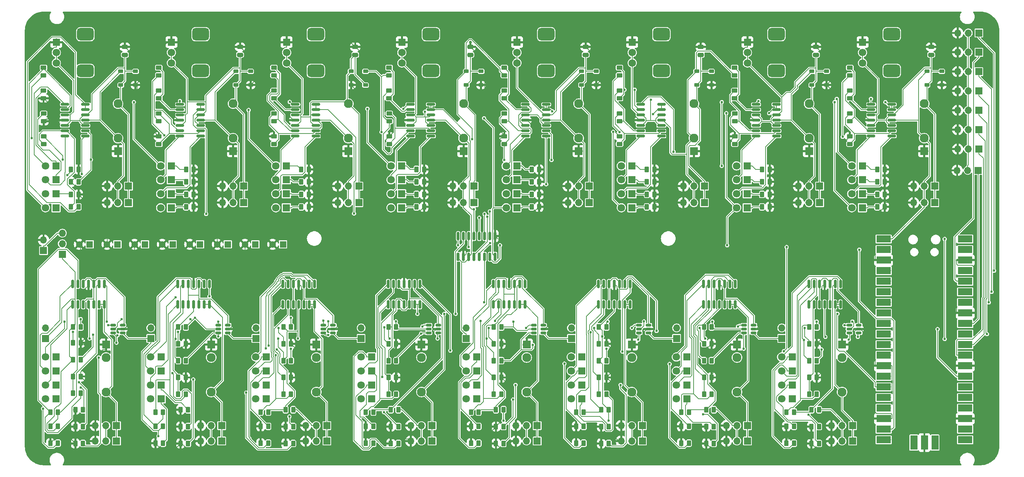
<source format=gbr>
%TF.GenerationSoftware,KiCad,Pcbnew,8.0.8-8.0.8-0~ubuntu24.04.1*%
%TF.CreationDate,2025-02-26T09:10:27-05:00*%
%TF.ProjectId,Oblique Palette 0.5.1 PCB Main,4f626c69-7175-4652-9050-616c65747465,rev?*%
%TF.SameCoordinates,Original*%
%TF.FileFunction,Copper,L2,Bot*%
%TF.FilePolarity,Positive*%
%FSLAX46Y46*%
G04 Gerber Fmt 4.6, Leading zero omitted, Abs format (unit mm)*
G04 Created by KiCad (PCBNEW 8.0.8-8.0.8-0~ubuntu24.04.1) date 2025-02-26 09:10:27*
%MOMM*%
%LPD*%
G01*
G04 APERTURE LIST*
G04 Aperture macros list*
%AMRoundRect*
0 Rectangle with rounded corners*
0 $1 Rounding radius*
0 $2 $3 $4 $5 $6 $7 $8 $9 X,Y pos of 4 corners*
0 Add a 4 corners polygon primitive as box body*
4,1,4,$2,$3,$4,$5,$6,$7,$8,$9,$2,$3,0*
0 Add four circle primitives for the rounded corners*
1,1,$1+$1,$2,$3*
1,1,$1+$1,$4,$5*
1,1,$1+$1,$6,$7*
1,1,$1+$1,$8,$9*
0 Add four rect primitives between the rounded corners*
20,1,$1+$1,$2,$3,$4,$5,0*
20,1,$1+$1,$4,$5,$6,$7,0*
20,1,$1+$1,$6,$7,$8,$9,0*
20,1,$1+$1,$8,$9,$2,$3,0*%
G04 Aperture macros list end*
%TA.AperFunction,ComponentPad*%
%ADD10R,1.700000X1.700000*%
%TD*%
%TA.AperFunction,ComponentPad*%
%ADD11O,1.700000X1.700000*%
%TD*%
%TA.AperFunction,ComponentPad*%
%ADD12R,1.800000X1.800000*%
%TD*%
%TA.AperFunction,ComponentPad*%
%ADD13C,1.800000*%
%TD*%
%TA.AperFunction,ComponentPad*%
%ADD14RoundRect,0.750000X-1.250000X-0.750000X1.250000X-0.750000X1.250000X0.750000X-1.250000X0.750000X0*%
%TD*%
%TA.AperFunction,ComponentPad*%
%ADD15R,1.930000X1.830000*%
%TD*%
%TA.AperFunction,ComponentPad*%
%ADD16C,2.130000*%
%TD*%
%TA.AperFunction,SMDPad,CuDef*%
%ADD17RoundRect,0.250000X0.262500X0.450000X-0.262500X0.450000X-0.262500X-0.450000X0.262500X-0.450000X0*%
%TD*%
%TA.AperFunction,SMDPad,CuDef*%
%ADD18RoundRect,0.250000X-0.450000X0.262500X-0.450000X-0.262500X0.450000X-0.262500X0.450000X0.262500X0*%
%TD*%
%TA.AperFunction,SMDPad,CuDef*%
%ADD19RoundRect,0.250000X-0.262500X-0.450000X0.262500X-0.450000X0.262500X0.450000X-0.262500X0.450000X0*%
%TD*%
%TA.AperFunction,SMDPad,CuDef*%
%ADD20RoundRect,0.150000X0.512500X0.150000X-0.512500X0.150000X-0.512500X-0.150000X0.512500X-0.150000X0*%
%TD*%
%TA.AperFunction,SMDPad,CuDef*%
%ADD21RoundRect,0.150000X0.150000X-0.825000X0.150000X0.825000X-0.150000X0.825000X-0.150000X-0.825000X0*%
%TD*%
%TA.AperFunction,SMDPad,CuDef*%
%ADD22RoundRect,0.225000X-0.375000X0.225000X-0.375000X-0.225000X0.375000X-0.225000X0.375000X0.225000X0*%
%TD*%
%TA.AperFunction,SMDPad,CuDef*%
%ADD23RoundRect,0.150000X0.825000X0.150000X-0.825000X0.150000X-0.825000X-0.150000X0.825000X-0.150000X0*%
%TD*%
%TA.AperFunction,SMDPad,CuDef*%
%ADD24RoundRect,0.250000X0.475000X-0.250000X0.475000X0.250000X-0.475000X0.250000X-0.475000X-0.250000X0*%
%TD*%
%TA.AperFunction,ComponentPad*%
%ADD25R,1.600000X1.600000*%
%TD*%
%TA.AperFunction,ComponentPad*%
%ADD26C,1.600000*%
%TD*%
%TA.AperFunction,SMDPad,CuDef*%
%ADD27R,1.700000X3.500000*%
%TD*%
%TA.AperFunction,SMDPad,CuDef*%
%ADD28R,3.500000X1.700000*%
%TD*%
%TA.AperFunction,ViaPad*%
%ADD29C,0.600000*%
%TD*%
%TA.AperFunction,Conductor*%
%ADD30C,0.200000*%
%TD*%
G04 APERTURE END LIST*
D10*
%TO.P,J69,1,Pin_1*%
%TO.N,Net-(D77-A)*%
X214275000Y-116480000D03*
D11*
%TO.P,J69,2,Pin_2*%
%TO.N,VCC*%
X211735000Y-116480000D03*
%TO.P,J69,3,Pin_3*%
%TO.N,GNDREF*%
X209195000Y-116480000D03*
%TD*%
D10*
%TO.P,J14,1,Pin_1*%
%TO.N,SERVO_8*%
X244580000Y-50010000D03*
D11*
%TO.P,J14,2,Pin_2*%
%TO.N,V_SERVO*%
X242040000Y-50010000D03*
%TO.P,J14,3,Pin_3*%
%TO.N,GNDREF*%
X239500000Y-50010000D03*
%TD*%
D12*
%TO.P,D65,1,K*%
%TO.N,Net-(D65-K)*%
X124000000Y-110050000D03*
D13*
%TO.P,D65,2,A*%
%TO.N,Net-(D65-A)*%
X121460000Y-110050000D03*
%TD*%
D10*
%TO.P,J31,1,Pin_1*%
%TO.N,Net-(D34-A)*%
X178685000Y-62910000D03*
D11*
%TO.P,J31,2,Pin_2*%
%TO.N,VCC*%
X176145000Y-62910000D03*
%TO.P,J31,3,Pin_3*%
%TO.N,GNDREF*%
X173605000Y-62910000D03*
%TD*%
D10*
%TO.P,J56,1,Pin_1*%
%TO.N,Net-(D65-A)*%
X138525000Y-120180000D03*
D11*
%TO.P,J56,2,Pin_2*%
%TO.N,VCC*%
X135985000Y-120180000D03*
%TO.P,J56,3,Pin_3*%
%TO.N,GNDREF*%
X133445000Y-120180000D03*
%TD*%
D12*
%TO.P,RV2,1,1*%
%TO.N,GNDREF*%
X50717000Y-24320000D03*
D13*
%TO.P,RV2,2,2*%
%TO.N,Net-(D10-A)*%
X50717000Y-26820000D03*
%TO.P,RV2,3,3*%
X50717000Y-29320000D03*
D14*
%TO.P,RV2,MP,MountPin*%
%TO.N,unconnected-(RV2-MountPin-PadMP)*%
X57717000Y-22420000D03*
%TO.N,unconnected-(RV2-MountPin-PadMP)_1*%
X57717000Y-31220000D03*
%TD*%
D12*
%TO.P,D75,1,K*%
%TO.N,Net-(D75-K)*%
X174500000Y-103350000D03*
D13*
%TO.P,D75,2,A*%
%TO.N,Net-(D75-A)*%
X171960000Y-103350000D03*
%TD*%
D10*
%TO.P,J28,1,Pin_1*%
%TO.N,Net-(D28-A)*%
X151028000Y-62910000D03*
D11*
%TO.P,J28,2,Pin_2*%
%TO.N,VCC*%
X148488000Y-62910000D03*
%TO.P,J28,3,Pin_3*%
%TO.N,GNDREF*%
X145948000Y-62910000D03*
%TD*%
D12*
%TO.P,D2,1,K*%
%TO.N,Net-(D2-K)*%
X23000000Y-60760000D03*
D13*
%TO.P,D2,2,A*%
%TO.N,Net-(D2-A)*%
X20460000Y-60760000D03*
%TD*%
D12*
%TO.P,RV3,1,1*%
%TO.N,GNDREF*%
X78374000Y-24320000D03*
D13*
%TO.P,RV3,2,2*%
%TO.N,Net-(D16-A)*%
X78374000Y-26820000D03*
%TO.P,RV3,3,3*%
X78374000Y-29320000D03*
D14*
%TO.P,RV3,MP,MountPin*%
%TO.N,unconnected-(RV3-MountPin-PadMP)_1*%
X85374000Y-22420000D03*
%TO.N,unconnected-(RV3-MountPin-PadMP)*%
X85374000Y-31220000D03*
%TD*%
D15*
%TO.P,J42,S*%
%TO.N,GNDREF*%
X35000000Y-97000000D03*
D16*
%TO.P,J42,T*%
%TO.N,Net-(D49-A)*%
X35000000Y-108400000D03*
%TO.P,J42,TN*%
%TO.N,unconnected-(J42-PadTN)*%
X35000000Y-100100000D03*
%TD*%
D12*
%TO.P,D67,1,K*%
%TO.N,Net-(D67-K)*%
X124000000Y-103350000D03*
D13*
%TO.P,D67,2,A*%
%TO.N,Net-(D67-A)*%
X121460000Y-103350000D03*
%TD*%
D12*
%TO.P,D58,1,K*%
%TO.N,Net-(D58-K)*%
X73500000Y-106700000D03*
D13*
%TO.P,D58,2,A*%
%TO.N,Net-(D58-A)*%
X70960000Y-106700000D03*
%TD*%
D12*
%TO.P,D32,1,K*%
%TO.N,Net-(D32-K)*%
X161285000Y-60760000D03*
D13*
%TO.P,D32,2,A*%
%TO.N,Net-(D32-A)*%
X158745000Y-60760000D03*
%TD*%
D12*
%TO.P,D7,1,K*%
%TO.N,Net-(D7-K)*%
X50657000Y-64110000D03*
D13*
%TO.P,D7,2,A*%
%TO.N,/Input 2/ANALOG_IN*%
X48117000Y-64110000D03*
%TD*%
D12*
%TO.P,D18,1,K*%
%TO.N,Net-(D18-K)*%
X78314000Y-54060000D03*
D13*
%TO.P,D18,2,A*%
%TO.N,Net-(D18-A)*%
X75774000Y-54060000D03*
%TD*%
D10*
%TO.P,J21,1,Pin_1*%
%TO.N,Net-(D16-A)*%
X95714000Y-58930000D03*
D11*
%TO.P,J21,2,Pin_2*%
%TO.N,VCC*%
X93174000Y-58930000D03*
%TO.P,J21,3,Pin_3*%
%TO.N,GNDREF*%
X90634000Y-58930000D03*
%TD*%
D12*
%TO.P,D78,1,K*%
%TO.N,Net-(D78-K)*%
X199750000Y-106700000D03*
D13*
%TO.P,D78,2,A*%
%TO.N,Net-(D78-A)*%
X197210000Y-106700000D03*
%TD*%
D12*
%TO.P,D56,1,K*%
%TO.N,Net-(D56-K)*%
X48250000Y-100000000D03*
D13*
%TO.P,D56,2,A*%
%TO.N,Net-(D56-A)*%
X45710000Y-100000000D03*
%TD*%
D10*
%TO.P,J18,1,Pin_1*%
%TO.N,Net-(D10-A)*%
X68057000Y-58930000D03*
D11*
%TO.P,J18,2,Pin_2*%
%TO.N,VCC*%
X65517000Y-58930000D03*
%TO.P,J18,3,Pin_3*%
%TO.N,GNDREF*%
X62977000Y-58930000D03*
%TD*%
D12*
%TO.P,D77,1,K*%
%TO.N,Net-(D77-K)*%
X199750000Y-110050000D03*
D13*
%TO.P,D77,2,A*%
%TO.N,Net-(D77-A)*%
X197210000Y-110050000D03*
%TD*%
D12*
%TO.P,RV8,1,1*%
%TO.N,GNDREF*%
X216659000Y-24320000D03*
D13*
%TO.P,RV8,2,2*%
%TO.N,Net-(D46-A)*%
X216659000Y-26820000D03*
%TO.P,RV8,3,3*%
X216659000Y-29320000D03*
D14*
%TO.P,RV8,MP,MountPin*%
%TO.N,unconnected-(RV8-MountPin-PadMP)_1*%
X223659000Y-22420000D03*
%TO.N,unconnected-(RV8-MountPin-PadMP)*%
X223659000Y-31220000D03*
%TD*%
D12*
%TO.P,D24,1,K*%
%TO.N,Net-(D24-K)*%
X105971000Y-54060000D03*
D13*
%TO.P,D24,2,A*%
%TO.N,Net-(D24-A)*%
X103431000Y-54060000D03*
%TD*%
D15*
%TO.P,J46,S*%
%TO.N,GNDREF*%
X60250000Y-97000000D03*
D16*
%TO.P,J46,T*%
%TO.N,Net-(D53-A)*%
X60250000Y-108400000D03*
%TO.P,J46,TN*%
%TO.N,unconnected-(J46-PadTN)*%
X60250000Y-100100000D03*
%TD*%
D10*
%TO.P,J44,1,Pin_1*%
%TO.N,Net-(D53-A)*%
X62775000Y-120180000D03*
D11*
%TO.P,J44,2,Pin_2*%
%TO.N,VCC*%
X60235000Y-120180000D03*
%TO.P,J44,3,Pin_3*%
%TO.N,GNDREF*%
X57695000Y-120180000D03*
%TD*%
D12*
%TO.P,D48,1,K*%
%TO.N,Net-(D48-K)*%
X216599000Y-54060000D03*
D13*
%TO.P,D48,2,A*%
%TO.N,Net-(D48-A)*%
X214059000Y-54060000D03*
%TD*%
D12*
%TO.P,D36,1,K*%
%TO.N,Net-(D36-K)*%
X161285000Y-54060000D03*
D13*
%TO.P,D36,2,A*%
%TO.N,Net-(D36-A)*%
X158745000Y-54060000D03*
%TD*%
D10*
%TO.P,J7,1,Pin_1*%
%TO.N,SERVO_4*%
X244580000Y-36060000D03*
D11*
%TO.P,J7,2,Pin_2*%
%TO.N,V_SERVO*%
X242040000Y-36060000D03*
%TO.P,J7,3,Pin_3*%
%TO.N,GNDREF*%
X239500000Y-36060000D03*
%TD*%
D12*
%TO.P,RV4,1,1*%
%TO.N,GNDREF*%
X106031000Y-24320000D03*
D13*
%TO.P,RV4,2,2*%
%TO.N,Net-(D22-A)*%
X106031000Y-26820000D03*
%TO.P,RV4,3,3*%
X106031000Y-29320000D03*
D14*
%TO.P,RV4,MP,MountPin*%
%TO.N,unconnected-(RV4-MountPin-PadMP)_1*%
X113031000Y-22420000D03*
%TO.N,unconnected-(RV4-MountPin-PadMP)*%
X113031000Y-31220000D03*
%TD*%
D12*
%TO.P,D38,1,K*%
%TO.N,Net-(D38-K)*%
X188942000Y-60760000D03*
D13*
%TO.P,D38,2,A*%
%TO.N,Net-(D38-A)*%
X186402000Y-60760000D03*
%TD*%
D10*
%TO.P,J65,1,Pin_1*%
%TO.N,Net-(D73-A)*%
X189025000Y-116480000D03*
D11*
%TO.P,J65,2,Pin_2*%
%TO.N,VCC*%
X186485000Y-116480000D03*
%TO.P,J65,3,Pin_3*%
%TO.N,GNDREF*%
X183945000Y-116480000D03*
%TD*%
D12*
%TO.P,D76,1,K*%
%TO.N,Net-(D76-K)*%
X174500000Y-100000000D03*
D13*
%TO.P,D76,2,A*%
%TO.N,Net-(D76-A)*%
X171960000Y-100000000D03*
%TD*%
D12*
%TO.P,D66,1,K*%
%TO.N,Net-(D66-K)*%
X124000000Y-106700000D03*
D13*
%TO.P,D66,2,A*%
%TO.N,Net-(D66-A)*%
X121460000Y-106700000D03*
%TD*%
D10*
%TO.P,J16,1,Pin_1*%
%TO.N,Net-(D4-A)*%
X40400000Y-62910000D03*
D11*
%TO.P,J16,2,Pin_2*%
%TO.N,VCC*%
X37860000Y-62910000D03*
%TO.P,J16,3,Pin_3*%
%TO.N,GNDREF*%
X35320000Y-62910000D03*
%TD*%
D12*
%TO.P,D64,1,K*%
%TO.N,Net-(D64-K)*%
X98750000Y-100000000D03*
D13*
%TO.P,D64,2,A*%
%TO.N,Net-(D64-A)*%
X96210000Y-100000000D03*
%TD*%
D12*
%TO.P,RV5,1,1*%
%TO.N,GNDREF*%
X133688000Y-24320000D03*
D13*
%TO.P,RV5,2,2*%
%TO.N,Net-(D28-A)*%
X133688000Y-26820000D03*
%TO.P,RV5,3,3*%
X133688000Y-29320000D03*
D14*
%TO.P,RV5,MP,MountPin*%
%TO.N,unconnected-(RV5-MountPin-PadMP)*%
X140688000Y-22420000D03*
%TO.N,unconnected-(RV5-MountPin-PadMP)_1*%
X140688000Y-31220000D03*
%TD*%
D10*
%TO.P,J34,1,Pin_1*%
%TO.N,Net-(D40-A)*%
X206342000Y-62910000D03*
D11*
%TO.P,J34,2,Pin_2*%
%TO.N,VCC*%
X203802000Y-62910000D03*
%TO.P,J34,3,Pin_3*%
%TO.N,GNDREF*%
X201262000Y-62910000D03*
%TD*%
D12*
%TO.P,D8,1,K*%
%TO.N,Net-(D8-K)*%
X50657000Y-60760000D03*
D13*
%TO.P,D8,2,A*%
%TO.N,Net-(D8-A)*%
X48117000Y-60760000D03*
%TD*%
D10*
%TO.P,J19,1,Pin_1*%
%TO.N,Net-(D10-A)*%
X68057000Y-62910000D03*
D11*
%TO.P,J19,2,Pin_2*%
%TO.N,VCC*%
X65517000Y-62910000D03*
%TO.P,J19,3,Pin_3*%
%TO.N,GNDREF*%
X62977000Y-62910000D03*
%TD*%
D10*
%TO.P,J4,1,Pin_1*%
%TO.N,SERVO_2*%
X244580000Y-26760000D03*
D11*
%TO.P,J4,2,Pin_2*%
%TO.N,V_SERVO*%
X242040000Y-26760000D03*
%TO.P,J4,3,Pin_3*%
%TO.N,GNDREF*%
X239500000Y-26760000D03*
%TD*%
D12*
%TO.P,D71,1,K*%
%TO.N,Net-(D71-K)*%
X149250000Y-103350000D03*
D13*
%TO.P,D71,2,A*%
%TO.N,Net-(D71-A)*%
X146710000Y-103350000D03*
%TD*%
D12*
%TO.P,D61,1,K*%
%TO.N,Net-(D61-K)*%
X98750000Y-110050000D03*
D13*
%TO.P,D61,2,A*%
%TO.N,Net-(D61-A)*%
X96210000Y-110050000D03*
%TD*%
D15*
%TO.P,J17,S*%
%TO.N,GNDREF*%
X37875000Y-50510000D03*
D16*
%TO.P,J17,T*%
%TO.N,Net-(D4-A)*%
X37875000Y-39110000D03*
%TO.P,J17,TN*%
%TO.N,VCC*%
X37875000Y-47410000D03*
%TD*%
D10*
%TO.P,J24,1,Pin_1*%
%TO.N,Net-(D22-A)*%
X123371000Y-58930000D03*
D11*
%TO.P,J24,2,Pin_2*%
%TO.N,VCC*%
X120831000Y-58930000D03*
%TO.P,J24,3,Pin_3*%
%TO.N,GNDREF*%
X118291000Y-58930000D03*
%TD*%
D12*
%TO.P,D74,1,K*%
%TO.N,Net-(D74-K)*%
X174500000Y-106700000D03*
D13*
%TO.P,D74,2,A*%
%TO.N,Net-(D74-A)*%
X171960000Y-106700000D03*
%TD*%
D12*
%TO.P,D68,1,K*%
%TO.N,Net-(D68-K)*%
X124000000Y-100000000D03*
D13*
%TO.P,D68,2,A*%
%TO.N,Net-(D68-A)*%
X121460000Y-100000000D03*
%TD*%
D15*
%TO.P,J20,S*%
%TO.N,GNDREF*%
X65532000Y-50510000D03*
D16*
%TO.P,J20,T*%
%TO.N,Net-(D10-A)*%
X65532000Y-39110000D03*
%TO.P,J20,TN*%
%TO.N,VCC*%
X65532000Y-47410000D03*
%TD*%
D10*
%TO.P,J40,1,Pin_1*%
%TO.N,Net-(D49-A)*%
X37525000Y-120180000D03*
D11*
%TO.P,J40,2,Pin_2*%
%TO.N,VCC*%
X34985000Y-120180000D03*
%TO.P,J40,3,Pin_3*%
%TO.N,GNDREF*%
X32445000Y-120180000D03*
%TD*%
D10*
%TO.P,J27,1,Pin_1*%
%TO.N,Net-(D28-A)*%
X151028000Y-58930000D03*
D11*
%TO.P,J27,2,Pin_2*%
%TO.N,VCC*%
X148488000Y-58930000D03*
%TO.P,J27,3,Pin_3*%
%TO.N,GNDREF*%
X145948000Y-58930000D03*
%TD*%
D12*
%TO.P,D80,1,K*%
%TO.N,Net-(D80-K)*%
X199750000Y-100000000D03*
D13*
%TO.P,D80,2,A*%
%TO.N,Net-(D80-A)*%
X197210000Y-100000000D03*
%TD*%
D10*
%TO.P,J41,1,Pin_1*%
%TO.N,Net-(D49-A)*%
X37525000Y-116480000D03*
D11*
%TO.P,J41,2,Pin_2*%
%TO.N,VCC*%
X34985000Y-116480000D03*
%TO.P,J41,3,Pin_3*%
%TO.N,GNDREF*%
X32445000Y-116480000D03*
%TD*%
D12*
%TO.P,D3,1,K*%
%TO.N,Net-(D3-K)*%
X23000000Y-57410000D03*
D13*
%TO.P,D3,2,A*%
%TO.N,Net-(D3-A)*%
X20460000Y-57410000D03*
%TD*%
D12*
%TO.P,D62,1,K*%
%TO.N,Net-(D62-K)*%
X98750000Y-106700000D03*
D13*
%TO.P,D62,2,A*%
%TO.N,Net-(D62-A)*%
X96210000Y-106700000D03*
%TD*%
D10*
%TO.P,J13,1,Pin_1*%
%TO.N,SERVO_7*%
X244580000Y-45360000D03*
D11*
%TO.P,J13,2,Pin_2*%
%TO.N,V_SERVO*%
X242040000Y-45360000D03*
%TO.P,J13,3,Pin_3*%
%TO.N,GNDREF*%
X239500000Y-45360000D03*
%TD*%
D12*
%TO.P,D50,1,K*%
%TO.N,Net-(D50-K)*%
X23000000Y-106700000D03*
D13*
%TO.P,D50,2,A*%
%TO.N,Net-(D50-A)*%
X20460000Y-106700000D03*
%TD*%
D12*
%TO.P,D69,1,K*%
%TO.N,Net-(D69-K)*%
X149250000Y-110050000D03*
D13*
%TO.P,D69,2,A*%
%TO.N,Net-(D69-A)*%
X146710000Y-110050000D03*
%TD*%
D10*
%TO.P,J37,1,Pin_1*%
%TO.N,Net-(D46-A)*%
X233999000Y-62910000D03*
D11*
%TO.P,J37,2,Pin_2*%
%TO.N,VCC*%
X231459000Y-62910000D03*
%TO.P,J37,3,Pin_3*%
%TO.N,GNDREF*%
X228919000Y-62910000D03*
%TD*%
D15*
%TO.P,J32,S*%
%TO.N,GNDREF*%
X176160000Y-50510000D03*
D16*
%TO.P,J32,T*%
%TO.N,Net-(D34-A)*%
X176160000Y-39110000D03*
%TO.P,J32,TN*%
%TO.N,VCC*%
X176160000Y-47410000D03*
%TD*%
D10*
%TO.P,J15,1,Pin_1*%
%TO.N,Net-(D4-A)*%
X40400000Y-58930000D03*
D11*
%TO.P,J15,2,Pin_2*%
%TO.N,VCC*%
X37860000Y-58930000D03*
%TO.P,J15,3,Pin_3*%
%TO.N,GNDREF*%
X35320000Y-58930000D03*
%TD*%
D10*
%TO.P,J25,1,Pin_1*%
%TO.N,Net-(D22-A)*%
X123371000Y-62910000D03*
D11*
%TO.P,J25,2,Pin_2*%
%TO.N,VCC*%
X120831000Y-62910000D03*
%TO.P,J25,3,Pin_3*%
%TO.N,GNDREF*%
X118291000Y-62910000D03*
%TD*%
D12*
%TO.P,D15,1,K*%
%TO.N,Net-(D15-K)*%
X78314000Y-57410000D03*
D13*
%TO.P,D15,2,A*%
%TO.N,Net-(D15-A)*%
X75774000Y-57410000D03*
%TD*%
D10*
%TO.P,J45,1,Pin_1*%
%TO.N,Net-(D53-A)*%
X62775000Y-116480000D03*
D11*
%TO.P,J45,2,Pin_2*%
%TO.N,VCC*%
X60235000Y-116480000D03*
%TO.P,J45,3,Pin_3*%
%TO.N,GNDREF*%
X57695000Y-116480000D03*
%TD*%
D12*
%TO.P,D53,1,K*%
%TO.N,Net-(D53-K)*%
X48250000Y-110050000D03*
D13*
%TO.P,D53,2,A*%
%TO.N,Net-(D53-A)*%
X45710000Y-110050000D03*
%TD*%
D15*
%TO.P,J66,S*%
%TO.N,GNDREF*%
X186500000Y-97000000D03*
D16*
%TO.P,J66,T*%
%TO.N,Net-(D73-A)*%
X186500000Y-108400000D03*
%TO.P,J66,TN*%
%TO.N,unconnected-(J66-PadTN)*%
X186500000Y-100100000D03*
%TD*%
D12*
%TO.P,D14,1,K*%
%TO.N,Net-(D14-K)*%
X78314000Y-60760000D03*
D13*
%TO.P,D14,2,A*%
%TO.N,Net-(D14-A)*%
X75774000Y-60760000D03*
%TD*%
D12*
%TO.P,RV6,1,1*%
%TO.N,GNDREF*%
X161345000Y-24320000D03*
D13*
%TO.P,RV6,2,2*%
%TO.N,Net-(D34-A)*%
X161345000Y-26820000D03*
%TO.P,RV6,3,3*%
X161345000Y-29320000D03*
D14*
%TO.P,RV6,MP,MountPin*%
%TO.N,unconnected-(RV6-MountPin-PadMP)*%
X168345000Y-22420000D03*
%TO.N,unconnected-(RV6-MountPin-PadMP)_1*%
X168345000Y-31220000D03*
%TD*%
D12*
%TO.P,D1,1,K*%
%TO.N,Net-(D1-K)*%
X23000000Y-64110000D03*
D13*
%TO.P,D1,2,A*%
%TO.N,/Input 1/ANALOG_IN*%
X20460000Y-64110000D03*
%TD*%
D12*
%TO.P,D59,1,K*%
%TO.N,Net-(D59-K)*%
X73500000Y-103350000D03*
D13*
%TO.P,D59,2,A*%
%TO.N,Net-(D59-A)*%
X70960000Y-103350000D03*
%TD*%
D15*
%TO.P,J62,S*%
%TO.N,GNDREF*%
X161250000Y-97000000D03*
D16*
%TO.P,J62,T*%
%TO.N,Net-(D69-A)*%
X161250000Y-108400000D03*
%TO.P,J62,TN*%
%TO.N,unconnected-(J62-PadTN)*%
X161250000Y-100100000D03*
%TD*%
D12*
%TO.P,D60,1,K*%
%TO.N,Net-(D60-K)*%
X73500000Y-100000000D03*
D13*
%TO.P,D60,2,A*%
%TO.N,Net-(D60-A)*%
X70960000Y-100000000D03*
%TD*%
D12*
%TO.P,D30,1,K*%
%TO.N,Net-(D30-K)*%
X133628000Y-54060000D03*
D13*
%TO.P,D30,2,A*%
%TO.N,Net-(D30-A)*%
X131088000Y-54060000D03*
%TD*%
D10*
%TO.P,J57,1,Pin_1*%
%TO.N,Net-(D65-A)*%
X138525000Y-116480000D03*
D11*
%TO.P,J57,2,Pin_2*%
%TO.N,VCC*%
X135985000Y-116480000D03*
%TO.P,J57,3,Pin_3*%
%TO.N,GNDREF*%
X133445000Y-116480000D03*
%TD*%
D12*
%TO.P,D63,1,K*%
%TO.N,Net-(D63-K)*%
X98750000Y-103350000D03*
D13*
%TO.P,D63,2,A*%
%TO.N,Net-(D63-A)*%
X96210000Y-103350000D03*
%TD*%
D10*
%TO.P,J64,1,Pin_1*%
%TO.N,Net-(D73-A)*%
X189025000Y-120180000D03*
D11*
%TO.P,J64,2,Pin_2*%
%TO.N,VCC*%
X186485000Y-120180000D03*
%TO.P,J64,3,Pin_3*%
%TO.N,GNDREF*%
X183945000Y-120180000D03*
%TD*%
D12*
%TO.P,D42,1,K*%
%TO.N,Net-(D42-K)*%
X188942000Y-54060000D03*
D13*
%TO.P,D42,2,A*%
%TO.N,Net-(D42-A)*%
X186402000Y-54060000D03*
%TD*%
D10*
%TO.P,J61,1,Pin_1*%
%TO.N,Net-(D69-A)*%
X163775000Y-116480000D03*
D11*
%TO.P,J61,2,Pin_2*%
%TO.N,VCC*%
X161235000Y-116480000D03*
%TO.P,J61,3,Pin_3*%
%TO.N,GNDREF*%
X158695000Y-116480000D03*
%TD*%
D12*
%TO.P,D13,1,K*%
%TO.N,Net-(D13-K)*%
X78314000Y-64110000D03*
D13*
%TO.P,D13,2,A*%
%TO.N,/Input 3/ANALOG_IN*%
X75774000Y-64110000D03*
%TD*%
D10*
%TO.P,J30,1,Pin_1*%
%TO.N,Net-(D34-A)*%
X178685000Y-58930000D03*
D11*
%TO.P,J30,2,Pin_2*%
%TO.N,VCC*%
X176145000Y-58930000D03*
%TO.P,J30,3,Pin_3*%
%TO.N,GNDREF*%
X173605000Y-58930000D03*
%TD*%
D10*
%TO.P,J49,1,Pin_1*%
%TO.N,Net-(D57-A)*%
X88025000Y-116480000D03*
D11*
%TO.P,J49,2,Pin_2*%
%TO.N,VCC*%
X85485000Y-116480000D03*
%TO.P,J49,3,Pin_3*%
%TO.N,GNDREF*%
X82945000Y-116480000D03*
%TD*%
D15*
%TO.P,J35,S*%
%TO.N,GNDREF*%
X203817000Y-50510000D03*
D16*
%TO.P,J35,T*%
%TO.N,Net-(D40-A)*%
X203817000Y-39110000D03*
%TO.P,J35,TN*%
%TO.N,VCC*%
X203817000Y-47410000D03*
%TD*%
D10*
%TO.P,J9,1,Pin_1*%
%TO.N,SERVO_5*%
X244450000Y-55130000D03*
D11*
%TO.P,J9,2,Pin_2*%
%TO.N,V_SERVO*%
X241910000Y-55130000D03*
%TO.P,J9,3,Pin_3*%
%TO.N,GNDREF*%
X239370000Y-55130000D03*
%TD*%
D15*
%TO.P,J23,S*%
%TO.N,GNDREF*%
X93189000Y-50510000D03*
D16*
%TO.P,J23,T*%
%TO.N,Net-(D16-A)*%
X93189000Y-39110000D03*
%TO.P,J23,TN*%
%TO.N,VCC*%
X93189000Y-47410000D03*
%TD*%
D12*
%TO.P,D19,1,K*%
%TO.N,Net-(D19-K)*%
X105971000Y-64110000D03*
D13*
%TO.P,D19,2,A*%
%TO.N,/Input 4/ANALOG_IN*%
X103431000Y-64110000D03*
%TD*%
D10*
%TO.P,J68,1,Pin_1*%
%TO.N,Net-(D77-A)*%
X214275000Y-120180000D03*
D11*
%TO.P,J68,2,Pin_2*%
%TO.N,VCC*%
X211735000Y-120180000D03*
%TO.P,J68,3,Pin_3*%
%TO.N,GNDREF*%
X209195000Y-120180000D03*
%TD*%
D15*
%TO.P,J29,S*%
%TO.N,GNDREF*%
X148503000Y-50510000D03*
D16*
%TO.P,J29,T*%
%TO.N,Net-(D28-A)*%
X148503000Y-39110000D03*
%TO.P,J29,TN*%
%TO.N,VCC*%
X148503000Y-47410000D03*
%TD*%
D12*
%TO.P,D26,1,K*%
%TO.N,Net-(D26-K)*%
X133628000Y-60760000D03*
D13*
%TO.P,D26,2,A*%
%TO.N,Net-(D26-A)*%
X131088000Y-60760000D03*
%TD*%
D15*
%TO.P,J58,S*%
%TO.N,GNDREF*%
X136000000Y-97000000D03*
D16*
%TO.P,J58,T*%
%TO.N,Net-(D65-A)*%
X136000000Y-108400000D03*
%TO.P,J58,TN*%
%TO.N,unconnected-(J58-PadTN)*%
X136000000Y-100100000D03*
%TD*%
D12*
%TO.P,D20,1,K*%
%TO.N,Net-(D20-K)*%
X105971000Y-60760000D03*
D13*
%TO.P,D20,2,A*%
%TO.N,Net-(D20-A)*%
X103431000Y-60760000D03*
%TD*%
D12*
%TO.P,RV1,1,1*%
%TO.N,GNDREF*%
X23060000Y-24320000D03*
D13*
%TO.P,RV1,2,2*%
%TO.N,Net-(D4-A)*%
X23060000Y-26820000D03*
%TO.P,RV1,3,3*%
X23060000Y-29320000D03*
D14*
%TO.P,RV1,MP,MountPin*%
%TO.N,unconnected-(RV1-MountPin-PadMP)_1*%
X30060000Y-22420000D03*
%TO.N,unconnected-(RV1-MountPin-PadMP)*%
X30060000Y-31220000D03*
%TD*%
D15*
%TO.P,J70,S*%
%TO.N,GNDREF*%
X211750000Y-97000000D03*
D16*
%TO.P,J70,T*%
%TO.N,Net-(D77-A)*%
X211750000Y-108400000D03*
%TO.P,J70,TN*%
%TO.N,unconnected-(J70-PadTN)*%
X211750000Y-100100000D03*
%TD*%
D12*
%TO.P,D21,1,K*%
%TO.N,Net-(D21-K)*%
X105971000Y-57410000D03*
D13*
%TO.P,D21,2,A*%
%TO.N,Net-(D21-A)*%
X103431000Y-57410000D03*
%TD*%
D12*
%TO.P,D73,1,K*%
%TO.N,Net-(D73-K)*%
X174500000Y-110050000D03*
D13*
%TO.P,D73,2,A*%
%TO.N,Net-(D73-A)*%
X171960000Y-110050000D03*
%TD*%
D12*
%TO.P,D45,1,K*%
%TO.N,Net-(D45-K)*%
X216599000Y-57410000D03*
D13*
%TO.P,D45,2,A*%
%TO.N,Net-(D45-A)*%
X214059000Y-57410000D03*
%TD*%
D10*
%TO.P,J33,1,Pin_1*%
%TO.N,Net-(D40-A)*%
X206342000Y-58930000D03*
D11*
%TO.P,J33,2,Pin_2*%
%TO.N,VCC*%
X203802000Y-58930000D03*
%TO.P,J33,3,Pin_3*%
%TO.N,GNDREF*%
X201262000Y-58930000D03*
%TD*%
D10*
%TO.P,J36,1,Pin_1*%
%TO.N,Net-(D46-A)*%
X233999000Y-58930000D03*
D11*
%TO.P,J36,2,Pin_2*%
%TO.N,VCC*%
X231459000Y-58930000D03*
%TO.P,J36,3,Pin_3*%
%TO.N,GNDREF*%
X228919000Y-58930000D03*
%TD*%
D12*
%TO.P,D72,1,K*%
%TO.N,Net-(D72-K)*%
X149250000Y-100000000D03*
D13*
%TO.P,D72,2,A*%
%TO.N,Net-(D72-A)*%
X146710000Y-100000000D03*
%TD*%
D12*
%TO.P,D44,1,K*%
%TO.N,Net-(D44-K)*%
X216599000Y-60760000D03*
D13*
%TO.P,D44,2,A*%
%TO.N,Net-(D44-A)*%
X214059000Y-60760000D03*
%TD*%
D12*
%TO.P,D55,1,K*%
%TO.N,Net-(D55-K)*%
X48250000Y-103350000D03*
D13*
%TO.P,D55,2,A*%
%TO.N,Net-(D55-A)*%
X45710000Y-103350000D03*
%TD*%
D12*
%TO.P,D31,1,K*%
%TO.N,Net-(D31-K)*%
X161285000Y-64110000D03*
D13*
%TO.P,D31,2,A*%
%TO.N,/Input 6/ANALOG_IN*%
X158745000Y-64110000D03*
%TD*%
D10*
%TO.P,J5,1,Pin_1*%
%TO.N,SERVO_3*%
X244580000Y-31410000D03*
D11*
%TO.P,J5,2,Pin_2*%
%TO.N,V_SERVO*%
X242040000Y-31410000D03*
%TO.P,J5,3,Pin_3*%
%TO.N,GNDREF*%
X239500000Y-31410000D03*
%TD*%
D10*
%TO.P,J22,1,Pin_1*%
%TO.N,Net-(D16-A)*%
X95714000Y-62910000D03*
D11*
%TO.P,J22,2,Pin_2*%
%TO.N,VCC*%
X93174000Y-62910000D03*
%TO.P,J22,3,Pin_3*%
%TO.N,GNDREF*%
X90634000Y-62910000D03*
%TD*%
D12*
%TO.P,D37,1,K*%
%TO.N,Net-(D37-K)*%
X188942000Y-64110000D03*
D13*
%TO.P,D37,2,A*%
%TO.N,/Input 7/ANALOG_IN*%
X186402000Y-64110000D03*
%TD*%
D12*
%TO.P,D39,1,K*%
%TO.N,Net-(D39-K)*%
X188942000Y-57410000D03*
D13*
%TO.P,D39,2,A*%
%TO.N,Net-(D39-A)*%
X186402000Y-57410000D03*
%TD*%
D15*
%TO.P,J38,S*%
%TO.N,GNDREF*%
X231474000Y-50510000D03*
D16*
%TO.P,J38,T*%
%TO.N,Net-(D46-A)*%
X231474000Y-39110000D03*
%TO.P,J38,TN*%
%TO.N,VCC*%
X231474000Y-47410000D03*
%TD*%
D10*
%TO.P,J11,1,Pin_1*%
%TO.N,SERVO_6*%
X244580000Y-40710000D03*
D11*
%TO.P,J11,2,Pin_2*%
%TO.N,V_SERVO*%
X242040000Y-40710000D03*
%TO.P,J11,3,Pin_3*%
%TO.N,GNDREF*%
X239500000Y-40710000D03*
%TD*%
D12*
%TO.P,D27,1,K*%
%TO.N,Net-(D27-K)*%
X133628000Y-57410000D03*
D13*
%TO.P,D27,2,A*%
%TO.N,Net-(D27-A)*%
X131088000Y-57410000D03*
%TD*%
D12*
%TO.P,D70,1,K*%
%TO.N,Net-(D70-K)*%
X149250000Y-106700000D03*
D13*
%TO.P,D70,2,A*%
%TO.N,Net-(D70-A)*%
X146710000Y-106700000D03*
%TD*%
D15*
%TO.P,J54,S*%
%TO.N,GNDREF*%
X110750000Y-97000000D03*
D16*
%TO.P,J54,T*%
%TO.N,Net-(D61-A)*%
X110750000Y-108400000D03*
%TO.P,J54,TN*%
%TO.N,unconnected-(J54-PadTN)*%
X110750000Y-100100000D03*
%TD*%
D12*
%TO.P,D54,1,K*%
%TO.N,Net-(D54-K)*%
X48250000Y-106700000D03*
D13*
%TO.P,D54,2,A*%
%TO.N,Net-(D54-A)*%
X45710000Y-106700000D03*
%TD*%
D12*
%TO.P,D52,1,K*%
%TO.N,Net-(D52-K)*%
X23000000Y-100000000D03*
D13*
%TO.P,D52,2,A*%
%TO.N,Net-(D52-A)*%
X20460000Y-100000000D03*
%TD*%
D12*
%TO.P,D43,1,K*%
%TO.N,Net-(D43-K)*%
X216599000Y-64110000D03*
D13*
%TO.P,D43,2,A*%
%TO.N,/Input 8/ANALOG_IN*%
X214059000Y-64110000D03*
%TD*%
D12*
%TO.P,D6,1,K*%
%TO.N,Net-(D6-K)*%
X23000000Y-54060000D03*
D13*
%TO.P,D6,2,A*%
%TO.N,Net-(D6-A)*%
X20460000Y-54060000D03*
%TD*%
D12*
%TO.P,D12,1,K*%
%TO.N,Net-(D12-K)*%
X50657000Y-54060000D03*
D13*
%TO.P,D12,2,A*%
%TO.N,Net-(D12-A)*%
X48117000Y-54060000D03*
%TD*%
D12*
%TO.P,D9,1,K*%
%TO.N,Net-(D9-K)*%
X50657000Y-57410000D03*
D13*
%TO.P,D9,2,A*%
%TO.N,Net-(D9-A)*%
X48117000Y-57410000D03*
%TD*%
D10*
%TO.P,J48,1,Pin_1*%
%TO.N,Net-(D57-A)*%
X88025000Y-120180000D03*
D11*
%TO.P,J48,2,Pin_2*%
%TO.N,VCC*%
X85485000Y-120180000D03*
%TO.P,J48,3,Pin_3*%
%TO.N,GNDREF*%
X82945000Y-120180000D03*
%TD*%
D10*
%TO.P,J53,1,Pin_1*%
%TO.N,Net-(D61-A)*%
X113275000Y-116480000D03*
D11*
%TO.P,J53,2,Pin_2*%
%TO.N,VCC*%
X110735000Y-116480000D03*
%TO.P,J53,3,Pin_3*%
%TO.N,GNDREF*%
X108195000Y-116480000D03*
%TD*%
D12*
%TO.P,D51,1,K*%
%TO.N,Net-(D51-K)*%
X23000000Y-103350000D03*
D13*
%TO.P,D51,2,A*%
%TO.N,Net-(D51-A)*%
X20460000Y-103350000D03*
%TD*%
D12*
%TO.P,D79,1,K*%
%TO.N,Net-(D79-K)*%
X199750000Y-103350000D03*
D13*
%TO.P,D79,2,A*%
%TO.N,Net-(D79-A)*%
X197210000Y-103350000D03*
%TD*%
D12*
%TO.P,D49,1,K*%
%TO.N,Net-(D49-K)*%
X23000000Y-110050000D03*
D13*
%TO.P,D49,2,A*%
%TO.N,Net-(D49-A)*%
X20460000Y-110050000D03*
%TD*%
D12*
%TO.P,D25,1,K*%
%TO.N,Net-(D25-K)*%
X133628000Y-64110000D03*
D13*
%TO.P,D25,2,A*%
%TO.N,/Input 5/ANALOG_IN*%
X131088000Y-64110000D03*
%TD*%
D12*
%TO.P,RV7,1,1*%
%TO.N,GNDREF*%
X189002000Y-24320000D03*
D13*
%TO.P,RV7,2,2*%
%TO.N,Net-(D40-A)*%
X189002000Y-26820000D03*
%TO.P,RV7,3,3*%
X189002000Y-29320000D03*
D14*
%TO.P,RV7,MP,MountPin*%
%TO.N,unconnected-(RV7-MountPin-PadMP)_1*%
X196002000Y-22420000D03*
%TO.N,unconnected-(RV7-MountPin-PadMP)*%
X196002000Y-31220000D03*
%TD*%
D12*
%TO.P,D33,1,K*%
%TO.N,Net-(D33-K)*%
X161285000Y-57410000D03*
D13*
%TO.P,D33,2,A*%
%TO.N,Net-(D33-A)*%
X158745000Y-57410000D03*
%TD*%
D10*
%TO.P,J52,1,Pin_1*%
%TO.N,Net-(D61-A)*%
X113275000Y-120180000D03*
D11*
%TO.P,J52,2,Pin_2*%
%TO.N,VCC*%
X110735000Y-120180000D03*
%TO.P,J52,3,Pin_3*%
%TO.N,GNDREF*%
X108195000Y-120180000D03*
%TD*%
D15*
%TO.P,J50,S*%
%TO.N,GNDREF*%
X85500000Y-97000000D03*
D16*
%TO.P,J50,T*%
%TO.N,Net-(D57-A)*%
X85500000Y-108400000D03*
%TO.P,J50,TN*%
%TO.N,unconnected-(J50-PadTN)*%
X85500000Y-100100000D03*
%TD*%
D10*
%TO.P,J2,1,Pin_1*%
%TO.N,SERVO_1*%
X244580000Y-22110000D03*
D11*
%TO.P,J2,2,Pin_2*%
%TO.N,V_SERVO*%
X242040000Y-22110000D03*
%TO.P,J2,3,Pin_3*%
%TO.N,GNDREF*%
X239500000Y-22110000D03*
%TD*%
D12*
%TO.P,D57,1,K*%
%TO.N,Net-(D57-K)*%
X73500000Y-110050000D03*
D13*
%TO.P,D57,2,A*%
%TO.N,Net-(D57-A)*%
X70960000Y-110050000D03*
%TD*%
D10*
%TO.P,J60,1,Pin_1*%
%TO.N,Net-(D69-A)*%
X163775000Y-120180000D03*
D11*
%TO.P,J60,2,Pin_2*%
%TO.N,VCC*%
X161235000Y-120180000D03*
%TO.P,J60,3,Pin_3*%
%TO.N,GNDREF*%
X158695000Y-120180000D03*
%TD*%
D17*
%TO.P,R116,1*%
%TO.N,Net-(D65-K)*%
X130452500Y-116710000D03*
%TO.P,R116,2*%
%TO.N,GNDREF*%
X128627500Y-116710000D03*
%TD*%
D18*
%TO.P,R22,1*%
%TO.N,Net-(U5C--)*%
X75314000Y-35987500D03*
%TO.P,R22,2*%
%TO.N,Net-(U5D--)*%
X75314000Y-37812500D03*
%TD*%
D17*
%TO.P,R121,1*%
%TO.N,GNDREF*%
X155162500Y-96810000D03*
%TO.P,R121,2*%
%TO.N,Net-(J59-Pin_2)*%
X153337500Y-96810000D03*
%TD*%
D19*
%TO.P,R31,1*%
%TO.N,Net-(D24-K)*%
X109542500Y-54910000D03*
%TO.P,R31,2*%
%TO.N,GNDREF*%
X111367500Y-54910000D03*
%TD*%
D18*
%TO.P,R18,1*%
%TO.N,GNDREF*%
X75343000Y-46987500D03*
%TO.P,R18,2*%
%TO.N,Net-(U5B--)*%
X75343000Y-48812500D03*
%TD*%
D17*
%TO.P,R152,1*%
%TO.N,Net-(D80-K)*%
X200202500Y-120710000D03*
%TO.P,R152,2*%
%TO.N,GNDREF*%
X198377500Y-120710000D03*
%TD*%
%TO.P,R101,1*%
%TO.N,GNDREF*%
X104662500Y-104910000D03*
%TO.P,R101,2*%
%TO.N,Net-(U18B--)*%
X102837500Y-104910000D03*
%TD*%
%TO.P,R136,1*%
%TO.N,Net-(U24D--)*%
X174952500Y-113210000D03*
%TO.P,R136,2*%
%TO.N,Net-(U24C--)*%
X173127500Y-113210000D03*
%TD*%
%TO.P,R97,1*%
%TO.N,Net-(D60-K)*%
X73952500Y-120710000D03*
%TO.P,R97,2*%
%TO.N,GNDREF*%
X72127500Y-120710000D03*
%TD*%
%TO.P,R94,1*%
%TO.N,Net-(D57-K)*%
X79952500Y-116710000D03*
%TO.P,R94,2*%
%TO.N,GNDREF*%
X78127500Y-116710000D03*
%TD*%
%TO.P,R114,1*%
%TO.N,Net-(U20D--)*%
X124452500Y-113210000D03*
%TO.P,R114,2*%
%TO.N,Net-(U20C--)*%
X122627500Y-113210000D03*
%TD*%
D19*
%TO.P,R2,1*%
%TO.N,GNDREF*%
X26576500Y-57910000D03*
%TO.P,R2,2*%
%TO.N,Net-(U3B--)*%
X28401500Y-57910000D03*
%TD*%
D17*
%TO.P,R117,1*%
%TO.N,Net-(D66-K)*%
X130452500Y-120760000D03*
%TO.P,R117,2*%
%TO.N,GNDREF*%
X128627500Y-120760000D03*
%TD*%
D18*
%TO.P,R4,1*%
%TO.N,Net-(U3B--)*%
X20029000Y-46987500D03*
%TO.P,R4,2*%
%TO.N,Net-(U3C--)*%
X20029000Y-48812500D03*
%TD*%
D17*
%TO.P,R123,1*%
%TO.N,GNDREF*%
X155162500Y-104910000D03*
%TO.P,R123,2*%
%TO.N,Net-(U22B--)*%
X153337500Y-104910000D03*
%TD*%
D20*
%TO.P,U11,1,VOUT*%
%TO.N,Net-(U11-VOUT)*%
X39000000Y-92310000D03*
%TO.P,U11,2,VSS*%
%TO.N,GNDREF*%
X39000000Y-93260000D03*
%TO.P,U11,3,VDD*%
%TO.N,VCC*%
X39000000Y-94210000D03*
%TO.P,U11,4,SDA*%
%TO.N,SDA_0*%
X36725000Y-94210000D03*
%TO.P,U11,5,SCL*%
%TO.N,SCL_0*%
X36725000Y-93260000D03*
%TO.P,U11,6,A0*%
%TO.N,Net-(J39-Pin_2)*%
X36725000Y-92310000D03*
%TD*%
D18*
%TO.P,R50,1*%
%TO.N,GNDREF*%
X185971000Y-46957500D03*
%TO.P,R50,2*%
%TO.N,Net-(U9B--)*%
X185971000Y-48782500D03*
%TD*%
D17*
%TO.P,R74,1*%
%TO.N,Net-(D51-K)*%
X29452500Y-116710000D03*
%TO.P,R74,2*%
%TO.N,GNDREF*%
X27627500Y-116710000D03*
%TD*%
D21*
%TO.P,U1,1,X4*%
%TO.N,/Input 5/ANALOG_IN*%
X128445000Y-75885000D03*
%TO.P,U1,2,X6*%
%TO.N,/Input 7/ANALOG_IN*%
X127175000Y-75885000D03*
%TO.P,U1,3,X*%
%TO.N,ADC*%
X125905000Y-75885000D03*
%TO.P,U1,4,X7*%
%TO.N,/Input 8/ANALOG_IN*%
X124635000Y-75885000D03*
%TO.P,U1,5,X5*%
%TO.N,/Input 6/ANALOG_IN*%
X123365000Y-75885000D03*
%TO.P,U1,6,INH*%
%TO.N,VCC*%
X122095000Y-75885000D03*
%TO.P,U1,7,VEE*%
%TO.N,GNDREF*%
X120825000Y-75885000D03*
%TO.P,U1,8,VSS*%
%TO.N,VCC*%
X119555000Y-75885000D03*
%TO.P,U1,9,C*%
%TO.N,ADC_2*%
X119555000Y-70935000D03*
%TO.P,U1,10,B*%
%TO.N,ADC_1*%
X120825000Y-70935000D03*
%TO.P,U1,11,A*%
%TO.N,ADC_0*%
X122095000Y-70935000D03*
%TO.P,U1,12,X3*%
%TO.N,/Input 4/ANALOG_IN*%
X123365000Y-70935000D03*
%TO.P,U1,13,X0*%
%TO.N,/Input 1/ANALOG_IN*%
X124635000Y-70935000D03*
%TO.P,U1,14,X1*%
%TO.N,/Input 2/ANALOG_IN*%
X125905000Y-70935000D03*
%TO.P,U1,15,X2*%
%TO.N,/Input 3/ANALOG_IN*%
X127175000Y-70935000D03*
%TO.P,U1,16,VDD*%
%TO.N,GNDREF*%
X128445000Y-70935000D03*
%TD*%
D17*
%TO.P,R79,1*%
%TO.N,GNDREF*%
X54162500Y-104910000D03*
%TO.P,R79,2*%
%TO.N,Net-(U14B--)*%
X52337500Y-104910000D03*
%TD*%
D19*
%TO.P,R53,1*%
%TO.N,Net-(D39-K)*%
X192518500Y-57910000D03*
%TO.P,R53,2*%
%TO.N,GNDREF*%
X194343500Y-57910000D03*
%TD*%
D22*
%TO.P,D41,1,K*%
%TO.N,Net-(D40-A)*%
X208021000Y-31334300D03*
%TO.P,D41,2,A*%
%TO.N,GNDREF*%
X208021000Y-34634300D03*
%TD*%
D19*
%TO.P,R61,1*%
%TO.N,Net-(D45-K)*%
X220175500Y-57910000D03*
%TO.P,R61,2*%
%TO.N,GNDREF*%
X222000500Y-57910000D03*
%TD*%
D18*
%TO.P,R52,1*%
%TO.N,Net-(U9B--)*%
X185971000Y-41487500D03*
%TO.P,R52,2*%
%TO.N,Net-(U9C--)*%
X185971000Y-43312500D03*
%TD*%
%TO.P,R12,1*%
%TO.N,Net-(U4B--)*%
X47686000Y-41487500D03*
%TO.P,R12,2*%
%TO.N,Net-(U4C--)*%
X47686000Y-43312500D03*
%TD*%
D17*
%TO.P,R98,1*%
%TO.N,SCL_0*%
X104662500Y-92760000D03*
%TO.P,R98,2*%
%TO.N,VCC*%
X102837500Y-92760000D03*
%TD*%
D19*
%TO.P,R27,1*%
%TO.N,Net-(D20-K)*%
X109547500Y-60910000D03*
%TO.P,R27,2*%
%TO.N,GNDREF*%
X111372500Y-60910000D03*
%TD*%
D22*
%TO.P,D29,1,K*%
%TO.N,Net-(D28-A)*%
X152707000Y-31334300D03*
%TO.P,D29,2,A*%
%TO.N,GNDREF*%
X152707000Y-34634300D03*
%TD*%
D17*
%TO.P,R81,1*%
%TO.N,Net-(U14D--)*%
X48702500Y-113210000D03*
%TO.P,R81,2*%
%TO.N,Net-(U14C--)*%
X46877500Y-113210000D03*
%TD*%
%TO.P,R100,1*%
%TO.N,SDA_0*%
X104662500Y-100860000D03*
%TO.P,R100,2*%
%TO.N,VCC*%
X102837500Y-100860000D03*
%TD*%
D18*
%TO.P,R16,1*%
%TO.N,Net-(U4D--)*%
X47657000Y-30452500D03*
%TO.P,R16,2*%
%TO.N,VCC*%
X47657000Y-32277500D03*
%TD*%
D23*
%TO.P,U4,1*%
%TO.N,/Input 2/ANALOG_IN*%
X57715000Y-39290000D03*
%TO.P,U4,2,-*%
X57715000Y-40560000D03*
%TO.P,U4,3,+*%
%TO.N,Net-(D10-A)*%
X57715000Y-41830000D03*
%TO.P,U4,4,V+*%
%TO.N,VCC*%
X57715000Y-43100000D03*
%TO.P,U4,5,+*%
%TO.N,Net-(D10-A)*%
X57715000Y-44370000D03*
%TO.P,U4,6,-*%
%TO.N,Net-(U4B--)*%
X57715000Y-45640000D03*
%TO.P,U4,7*%
%TO.N,Net-(D8-A)*%
X57715000Y-46910000D03*
%TO.P,U4,8*%
%TO.N,Net-(D9-A)*%
X52765000Y-46910000D03*
%TO.P,U4,9,-*%
%TO.N,Net-(U4C--)*%
X52765000Y-45640000D03*
%TO.P,U4,10,+*%
%TO.N,Net-(D10-A)*%
X52765000Y-44370000D03*
%TO.P,U4,11,V-*%
%TO.N,GNDREF*%
X52765000Y-43100000D03*
%TO.P,U4,12,+*%
%TO.N,Net-(D10-A)*%
X52765000Y-41830000D03*
%TO.P,U4,13,-*%
%TO.N,Net-(U4D--)*%
X52765000Y-40560000D03*
%TO.P,U4,14*%
%TO.N,Net-(D12-A)*%
X52765000Y-39290000D03*
%TD*%
D24*
%TO.P,C14,1*%
%TO.N,Net-(D34-A)*%
X177814000Y-27360000D03*
%TO.P,C14,2*%
%TO.N,GNDREF*%
X177814000Y-25460000D03*
%TD*%
D17*
%TO.P,R138,1*%
%TO.N,Net-(D73-K)*%
X180952500Y-116710000D03*
%TO.P,R138,2*%
%TO.N,GNDREF*%
X179127500Y-116710000D03*
%TD*%
D18*
%TO.P,R30,1*%
%TO.N,Net-(U6C--)*%
X102971000Y-35987500D03*
%TO.P,R30,2*%
%TO.N,Net-(U6D--)*%
X102971000Y-37812500D03*
%TD*%
D17*
%TO.P,R141,1*%
%TO.N,Net-(D76-K)*%
X174952500Y-120710000D03*
%TO.P,R141,2*%
%TO.N,GNDREF*%
X173127500Y-120710000D03*
%TD*%
D25*
%TO.P,C8,1*%
%TO.N,V_SERVO*%
X31080700Y-72910000D03*
D26*
%TO.P,C8,2*%
%TO.N,GNDREF*%
X28580700Y-72910000D03*
%TD*%
D19*
%TO.P,R49,1*%
%TO.N,Net-(D37-K)*%
X192513500Y-63910000D03*
%TO.P,R49,2*%
%TO.N,GNDREF*%
X194338500Y-63910000D03*
%TD*%
%TO.P,R17,1*%
%TO.N,Net-(D13-K)*%
X81885500Y-63910000D03*
%TO.P,R17,2*%
%TO.N,GNDREF*%
X83710500Y-63910000D03*
%TD*%
D23*
%TO.P,U9,1*%
%TO.N,/Input 7/ANALOG_IN*%
X196000000Y-39290000D03*
%TO.P,U9,2,-*%
X196000000Y-40560000D03*
%TO.P,U9,3,+*%
%TO.N,Net-(D40-A)*%
X196000000Y-41830000D03*
%TO.P,U9,4,V+*%
%TO.N,VCC*%
X196000000Y-43100000D03*
%TO.P,U9,5,+*%
%TO.N,Net-(D40-A)*%
X196000000Y-44370000D03*
%TO.P,U9,6,-*%
%TO.N,Net-(U9B--)*%
X196000000Y-45640000D03*
%TO.P,U9,7*%
%TO.N,Net-(D38-A)*%
X196000000Y-46910000D03*
%TO.P,U9,8*%
%TO.N,Net-(D39-A)*%
X191050000Y-46910000D03*
%TO.P,U9,9,-*%
%TO.N,Net-(U9C--)*%
X191050000Y-45640000D03*
%TO.P,U9,10,+*%
%TO.N,Net-(D40-A)*%
X191050000Y-44370000D03*
%TO.P,U9,11,V-*%
%TO.N,GNDREF*%
X191050000Y-43100000D03*
%TO.P,U9,12,+*%
%TO.N,Net-(D40-A)*%
X191050000Y-41830000D03*
%TO.P,U9,13,-*%
%TO.N,Net-(U9D--)*%
X191050000Y-40560000D03*
%TO.P,U9,14*%
%TO.N,Net-(D42-A)*%
X191050000Y-39290000D03*
%TD*%
%TO.P,U7,1*%
%TO.N,/Input 5/ANALOG_IN*%
X140686000Y-39290000D03*
%TO.P,U7,2,-*%
X140686000Y-40560000D03*
%TO.P,U7,3,+*%
%TO.N,Net-(D28-A)*%
X140686000Y-41830000D03*
%TO.P,U7,4,V+*%
%TO.N,VCC*%
X140686000Y-43100000D03*
%TO.P,U7,5,+*%
%TO.N,Net-(D28-A)*%
X140686000Y-44370000D03*
%TO.P,U7,6,-*%
%TO.N,Net-(U7B--)*%
X140686000Y-45640000D03*
%TO.P,U7,7*%
%TO.N,Net-(D26-A)*%
X140686000Y-46910000D03*
%TO.P,U7,8*%
%TO.N,Net-(D27-A)*%
X135736000Y-46910000D03*
%TO.P,U7,9,-*%
%TO.N,Net-(U7C--)*%
X135736000Y-45640000D03*
%TO.P,U7,10,+*%
%TO.N,Net-(D28-A)*%
X135736000Y-44370000D03*
%TO.P,U7,11,V-*%
%TO.N,GNDREF*%
X135736000Y-43100000D03*
%TO.P,U7,12,+*%
%TO.N,Net-(D28-A)*%
X135736000Y-41830000D03*
%TO.P,U7,13,-*%
%TO.N,Net-(U7D--)*%
X135736000Y-40560000D03*
%TO.P,U7,14*%
%TO.N,Net-(D30-A)*%
X135736000Y-39290000D03*
%TD*%
D17*
%TO.P,R73,1*%
%TO.N,Net-(D50-K)*%
X29452500Y-112660000D03*
%TO.P,R73,2*%
%TO.N,GNDREF*%
X27627500Y-112660000D03*
%TD*%
%TO.P,R129,1*%
%TO.N,Net-(D71-K)*%
X149702500Y-116660000D03*
%TO.P,R129,2*%
%TO.N,GNDREF*%
X147877500Y-116660000D03*
%TD*%
D18*
%TO.P,R46,1*%
%TO.N,Net-(U8C--)*%
X158285000Y-35987500D03*
%TO.P,R46,2*%
%TO.N,Net-(U8D--)*%
X158285000Y-37812500D03*
%TD*%
D10*
%TO.P,J51,1,Pin_1*%
%TO.N,VCC*%
X96250000Y-95535000D03*
D11*
%TO.P,J51,2,Pin_2*%
%TO.N,Net-(J51-Pin_2)*%
X96250000Y-92995000D03*
%TD*%
D17*
%TO.P,R125,1*%
%TO.N,Net-(U22D--)*%
X149702500Y-113210000D03*
%TO.P,R125,2*%
%TO.N,Net-(U22C--)*%
X147877500Y-113210000D03*
%TD*%
D10*
%TO.P,J72,1,Pin_1*%
%TO.N,Net-(J71-Pin_3)*%
X20000000Y-74410000D03*
D11*
%TO.P,J72,2,Pin_2*%
%TO.N,GNDREF*%
X20000000Y-71870000D03*
%TD*%
D18*
%TO.P,R26,1*%
%TO.N,GNDREF*%
X103000000Y-46987500D03*
%TO.P,R26,2*%
%TO.N,Net-(U6B--)*%
X103000000Y-48812500D03*
%TD*%
D17*
%TO.P,R147,1*%
%TO.N,Net-(U26D--)*%
X200202500Y-113210000D03*
%TO.P,R147,2*%
%TO.N,Net-(U26C--)*%
X198377500Y-113210000D03*
%TD*%
%TO.P,R139,1*%
%TO.N,Net-(D74-K)*%
X180952500Y-120760000D03*
%TO.P,R139,2*%
%TO.N,GNDREF*%
X179127500Y-120760000D03*
%TD*%
D19*
%TO.P,R11,1*%
%TO.N,Net-(D8-K)*%
X54233500Y-60910000D03*
%TO.P,R11,2*%
%TO.N,GNDREF*%
X56058500Y-60910000D03*
%TD*%
D17*
%TO.P,R84,1*%
%TO.N,Net-(D54-K)*%
X54702500Y-112660000D03*
%TO.P,R84,2*%
%TO.N,GNDREF*%
X52877500Y-112660000D03*
%TD*%
D19*
%TO.P,R21,1*%
%TO.N,Net-(D15-K)*%
X81890500Y-57910000D03*
%TO.P,R21,2*%
%TO.N,GNDREF*%
X83715500Y-57910000D03*
%TD*%
%TO.P,R63,1*%
%TO.N,Net-(D48-K)*%
X220170500Y-54910000D03*
%TO.P,R63,2*%
%TO.N,GNDREF*%
X221995500Y-54910000D03*
%TD*%
D23*
%TO.P,U3,1*%
%TO.N,/Input 1/ANALOG_IN*%
X30058000Y-39290000D03*
%TO.P,U3,2,-*%
X30058000Y-40560000D03*
%TO.P,U3,3,+*%
%TO.N,Net-(D4-A)*%
X30058000Y-41830000D03*
%TO.P,U3,4,V+*%
%TO.N,VCC*%
X30058000Y-43100000D03*
%TO.P,U3,5,+*%
%TO.N,Net-(D4-A)*%
X30058000Y-44370000D03*
%TO.P,U3,6,-*%
%TO.N,Net-(U3B--)*%
X30058000Y-45640000D03*
%TO.P,U3,7*%
%TO.N,Net-(D2-A)*%
X30058000Y-46910000D03*
%TO.P,U3,8*%
%TO.N,Net-(D3-A)*%
X25108000Y-46910000D03*
%TO.P,U3,9,-*%
%TO.N,Net-(U3C--)*%
X25108000Y-45640000D03*
%TO.P,U3,10,+*%
%TO.N,Net-(D4-A)*%
X25108000Y-44370000D03*
%TO.P,U3,11,V-*%
%TO.N,GNDREF*%
X25108000Y-43100000D03*
%TO.P,U3,12,+*%
%TO.N,Net-(D4-A)*%
X25108000Y-41830000D03*
%TO.P,U3,13,-*%
%TO.N,Net-(U3D--)*%
X25108000Y-40560000D03*
%TO.P,U3,14*%
%TO.N,Net-(D6-A)*%
X25108000Y-39290000D03*
%TD*%
D20*
%TO.P,U23,1,VOUT*%
%TO.N,Net-(U23-VOUT)*%
X190500000Y-92310000D03*
%TO.P,U23,2,VSS*%
%TO.N,GNDREF*%
X190500000Y-93260000D03*
%TO.P,U23,3,VDD*%
%TO.N,VCC*%
X190500000Y-94210000D03*
%TO.P,U23,4,SDA*%
%TO.N,SCL_1*%
X188225000Y-94210000D03*
%TO.P,U23,5,SCL*%
%TO.N,SDA_1*%
X188225000Y-93260000D03*
%TO.P,U23,6,A0*%
%TO.N,Net-(J63-Pin_2)*%
X188225000Y-92310000D03*
%TD*%
D19*
%TO.P,R19,1*%
%TO.N,Net-(D14-K)*%
X81890500Y-60910000D03*
%TO.P,R19,2*%
%TO.N,GNDREF*%
X83715500Y-60910000D03*
%TD*%
D23*
%TO.P,U5,1*%
%TO.N,/Input 3/ANALOG_IN*%
X85372000Y-39290000D03*
%TO.P,U5,2,-*%
X85372000Y-40560000D03*
%TO.P,U5,3,+*%
%TO.N,Net-(D16-A)*%
X85372000Y-41830000D03*
%TO.P,U5,4,V+*%
%TO.N,VCC*%
X85372000Y-43100000D03*
%TO.P,U5,5,+*%
%TO.N,Net-(D16-A)*%
X85372000Y-44370000D03*
%TO.P,U5,6,-*%
%TO.N,Net-(U5B--)*%
X85372000Y-45640000D03*
%TO.P,U5,7*%
%TO.N,Net-(D14-A)*%
X85372000Y-46910000D03*
%TO.P,U5,8*%
%TO.N,Net-(D15-A)*%
X80422000Y-46910000D03*
%TO.P,U5,9,-*%
%TO.N,Net-(U5C--)*%
X80422000Y-45640000D03*
%TO.P,U5,10,+*%
%TO.N,Net-(D16-A)*%
X80422000Y-44370000D03*
%TO.P,U5,11,V-*%
%TO.N,GNDREF*%
X80422000Y-43100000D03*
%TO.P,U5,12,+*%
%TO.N,Net-(D16-A)*%
X80422000Y-41830000D03*
%TO.P,U5,13,-*%
%TO.N,Net-(U5D--)*%
X80422000Y-40560000D03*
%TO.P,U5,14*%
%TO.N,Net-(D18-A)*%
X80422000Y-39290000D03*
%TD*%
D19*
%TO.P,R9,1*%
%TO.N,Net-(D7-K)*%
X54228500Y-63910000D03*
%TO.P,R9,2*%
%TO.N,GNDREF*%
X56053500Y-63910000D03*
%TD*%
D20*
%TO.P,U13,1,VOUT*%
%TO.N,Net-(U13-VOUT)*%
X64250000Y-92310000D03*
%TO.P,U13,2,VSS*%
%TO.N,GNDREF*%
X64250000Y-93260000D03*
%TO.P,U13,3,VDD*%
%TO.N,VCC*%
X64250000Y-94210000D03*
%TO.P,U13,4,SDA*%
%TO.N,SDA_0*%
X61975000Y-94210000D03*
%TO.P,U13,5,SCL*%
%TO.N,SCL_0*%
X61975000Y-93260000D03*
%TO.P,U13,6,A0*%
%TO.N,Net-(J43-Pin_2)*%
X61975000Y-92310000D03*
%TD*%
D17*
%TO.P,R122,1*%
%TO.N,SCL_1*%
X155162500Y-100860000D03*
%TO.P,R122,2*%
%TO.N,VCC*%
X153337500Y-100860000D03*
%TD*%
D19*
%TO.P,R25,1*%
%TO.N,Net-(D19-K)*%
X109542500Y-63910000D03*
%TO.P,R25,2*%
%TO.N,GNDREF*%
X111367500Y-63910000D03*
%TD*%
D24*
%TO.P,C16,1*%
%TO.N,Net-(D46-A)*%
X233128000Y-27360000D03*
%TO.P,C16,2*%
%TO.N,GNDREF*%
X233128000Y-25460000D03*
%TD*%
D19*
%TO.P,R45,1*%
%TO.N,Net-(D33-K)*%
X164861500Y-57910000D03*
%TO.P,R45,2*%
%TO.N,GNDREF*%
X166686500Y-57910000D03*
%TD*%
D18*
%TO.P,R40,1*%
%TO.N,Net-(U7D--)*%
X130628000Y-30452500D03*
%TO.P,R40,2*%
%TO.N,VCC*%
X130628000Y-32277500D03*
%TD*%
%TO.P,R62,1*%
%TO.N,Net-(U10C--)*%
X213599000Y-35987500D03*
%TO.P,R62,2*%
%TO.N,Net-(U10D--)*%
X213599000Y-37812500D03*
%TD*%
D17*
%TO.P,R111,1*%
%TO.N,SCL_1*%
X129912500Y-100860000D03*
%TO.P,R111,2*%
%TO.N,VCC*%
X128087500Y-100860000D03*
%TD*%
%TO.P,R68,1*%
%TO.N,GNDREF*%
X28912500Y-104660000D03*
%TO.P,R68,2*%
%TO.N,Net-(U12B--)*%
X27087500Y-104660000D03*
%TD*%
%TO.P,R107,1*%
%TO.N,Net-(D63-K)*%
X99202500Y-116660000D03*
%TO.P,R107,2*%
%TO.N,GNDREF*%
X97377500Y-116660000D03*
%TD*%
D19*
%TO.P,R41,1*%
%TO.N,Net-(D31-K)*%
X164856500Y-63910000D03*
%TO.P,R41,2*%
%TO.N,GNDREF*%
X166681500Y-63910000D03*
%TD*%
D17*
%TO.P,R131,1*%
%TO.N,SDA_1*%
X180412500Y-92760000D03*
%TO.P,R131,2*%
%TO.N,VCC*%
X178587500Y-92760000D03*
%TD*%
%TO.P,R140,1*%
%TO.N,Net-(D75-K)*%
X174952500Y-116660000D03*
%TO.P,R140,2*%
%TO.N,GNDREF*%
X173127500Y-116660000D03*
%TD*%
D21*
%TO.P,U18,1*%
%TO.N,Net-(D61-A)*%
X110350000Y-87360000D03*
%TO.P,U18,2,-*%
X109080000Y-87360000D03*
%TO.P,U18,3,+*%
%TO.N,Net-(U17-VOUT)*%
X107810000Y-87360000D03*
%TO.P,U18,4,V+*%
%TO.N,VCC*%
X106540000Y-87360000D03*
%TO.P,U18,5,+*%
%TO.N,Net-(U17-VOUT)*%
X105270000Y-87360000D03*
%TO.P,U18,6,-*%
%TO.N,Net-(U18B--)*%
X104000000Y-87360000D03*
%TO.P,U18,7*%
%TO.N,Net-(D62-A)*%
X102730000Y-87360000D03*
%TO.P,U18,8*%
%TO.N,Net-(D63-A)*%
X102730000Y-82410000D03*
%TO.P,U18,9,-*%
%TO.N,Net-(U18C--)*%
X104000000Y-82410000D03*
%TO.P,U18,10,+*%
%TO.N,Net-(U17-VOUT)*%
X105270000Y-82410000D03*
%TO.P,U18,11,V-*%
%TO.N,GNDREF*%
X106540000Y-82410000D03*
%TO.P,U18,12,+*%
%TO.N,Net-(U17-VOUT)*%
X107810000Y-82410000D03*
%TO.P,U18,13,-*%
%TO.N,Net-(U18D--)*%
X109080000Y-82410000D03*
%TO.P,U18,14*%
%TO.N,Net-(D64-A)*%
X110350000Y-82410000D03*
%TD*%
D22*
%TO.P,D46,1,K*%
%TO.N,VCC*%
X232128000Y-31334300D03*
%TO.P,D46,2,A*%
%TO.N,Net-(D46-A)*%
X232128000Y-34634300D03*
%TD*%
D17*
%TO.P,R135,1*%
%TO.N,Net-(U24C--)*%
X180412500Y-108960000D03*
%TO.P,R135,2*%
%TO.N,Net-(U24B--)*%
X178587500Y-108960000D03*
%TD*%
%TO.P,R93,1*%
%TO.N,VCC*%
X79952500Y-112660000D03*
%TO.P,R93,2*%
%TO.N,Net-(U16D--)*%
X78127500Y-112660000D03*
%TD*%
%TO.P,R88,1*%
%TO.N,GNDREF*%
X79412500Y-96810000D03*
%TO.P,R88,2*%
%TO.N,Net-(J47-Pin_2)*%
X77587500Y-96810000D03*
%TD*%
D22*
%TO.P,D4,1,K*%
%TO.N,VCC*%
X38529000Y-31334300D03*
%TO.P,D4,2,A*%
%TO.N,Net-(D4-A)*%
X38529000Y-34634300D03*
%TD*%
D18*
%TO.P,R38,1*%
%TO.N,Net-(U7C--)*%
X130628000Y-35987500D03*
%TO.P,R38,2*%
%TO.N,Net-(U7D--)*%
X130628000Y-37812500D03*
%TD*%
D17*
%TO.P,R118,1*%
%TO.N,Net-(D67-K)*%
X124452500Y-116660000D03*
%TO.P,R118,2*%
%TO.N,GNDREF*%
X122627500Y-116660000D03*
%TD*%
D19*
%TO.P,R1,1*%
%TO.N,Net-(D1-K)*%
X26571500Y-54910000D03*
%TO.P,R1,2*%
%TO.N,GNDREF*%
X28396500Y-54910000D03*
%TD*%
D20*
%TO.P,U25,1,VOUT*%
%TO.N,Net-(U25-VOUT)*%
X215750000Y-92310000D03*
%TO.P,U25,2,VSS*%
%TO.N,GNDREF*%
X215750000Y-93260000D03*
%TO.P,U25,3,VDD*%
%TO.N,VCC*%
X215750000Y-94210000D03*
%TO.P,U25,4,SDA*%
%TO.N,SCL_1*%
X213475000Y-94210000D03*
%TO.P,U25,5,SCL*%
%TO.N,SDA_1*%
X213475000Y-93260000D03*
%TO.P,U25,6,A0*%
%TO.N,Net-(J67-Pin_2)*%
X213475000Y-92310000D03*
%TD*%
D17*
%TO.P,R70,1*%
%TO.N,Net-(U12D--)*%
X23452500Y-113210000D03*
%TO.P,R70,2*%
%TO.N,Net-(U12C--)*%
X21627500Y-113210000D03*
%TD*%
%TO.P,R149,1*%
%TO.N,Net-(D77-K)*%
X206202500Y-116710000D03*
%TO.P,R149,2*%
%TO.N,GNDREF*%
X204377500Y-116710000D03*
%TD*%
D18*
%TO.P,R56,1*%
%TO.N,Net-(U9D--)*%
X185942000Y-30452500D03*
%TO.P,R56,2*%
%TO.N,VCC*%
X185942000Y-32277500D03*
%TD*%
%TO.P,R7,1*%
%TO.N,Net-(D6-K)*%
X20000000Y-35987500D03*
%TO.P,R7,2*%
%TO.N,GNDREF*%
X20000000Y-37812500D03*
%TD*%
%TO.P,R5,1*%
%TO.N,Net-(D3-K)*%
X20029000Y-41487500D03*
%TO.P,R5,2*%
%TO.N,GNDREF*%
X20029000Y-43312500D03*
%TD*%
D10*
%TO.P,J43,1,Pin_1*%
%TO.N,VCC*%
X45750000Y-95535000D03*
D11*
%TO.P,J43,2,Pin_2*%
%TO.N,Net-(J43-Pin_2)*%
X45750000Y-92995000D03*
%TD*%
D17*
%TO.P,R145,1*%
%TO.N,GNDREF*%
X205662500Y-104910000D03*
%TO.P,R145,2*%
%TO.N,Net-(U26B--)*%
X203837500Y-104910000D03*
%TD*%
D20*
%TO.P,U19,1,VOUT*%
%TO.N,Net-(U19-VOUT)*%
X140000000Y-92310000D03*
%TO.P,U19,2,VSS*%
%TO.N,GNDREF*%
X140000000Y-93260000D03*
%TO.P,U19,3,VDD*%
%TO.N,VCC*%
X140000000Y-94210000D03*
%TO.P,U19,4,SDA*%
%TO.N,SCL_1*%
X137725000Y-94210000D03*
%TO.P,U19,5,SCL*%
%TO.N,SDA_1*%
X137725000Y-93260000D03*
%TO.P,U19,6,A0*%
%TO.N,Net-(J55-Pin_2)*%
X137725000Y-92310000D03*
%TD*%
D19*
%TO.P,R39,1*%
%TO.N,Net-(D30-K)*%
X137199500Y-54910000D03*
%TO.P,R39,2*%
%TO.N,GNDREF*%
X139024500Y-54910000D03*
%TD*%
%TO.P,R43,1*%
%TO.N,Net-(D32-K)*%
X164861500Y-60910000D03*
%TO.P,R43,2*%
%TO.N,GNDREF*%
X166686500Y-60910000D03*
%TD*%
D17*
%TO.P,R148,1*%
%TO.N,VCC*%
X206202500Y-112660000D03*
%TO.P,R148,2*%
%TO.N,Net-(U26D--)*%
X204377500Y-112660000D03*
%TD*%
%TO.P,R128,1*%
%TO.N,Net-(D70-K)*%
X155702500Y-120760000D03*
%TO.P,R128,2*%
%TO.N,GNDREF*%
X153877500Y-120760000D03*
%TD*%
D10*
%TO.P,J55,1,Pin_1*%
%TO.N,VCC*%
X121500000Y-95535000D03*
D11*
%TO.P,J55,2,Pin_2*%
%TO.N,Net-(J55-Pin_2)*%
X121500000Y-92995000D03*
%TD*%
D21*
%TO.P,U20,1*%
%TO.N,Net-(D65-A)*%
X135600000Y-87360000D03*
%TO.P,U20,2,-*%
X134330000Y-87360000D03*
%TO.P,U20,3,+*%
%TO.N,Net-(U19-VOUT)*%
X133060000Y-87360000D03*
%TO.P,U20,4,V+*%
%TO.N,VCC*%
X131790000Y-87360000D03*
%TO.P,U20,5,+*%
%TO.N,Net-(U19-VOUT)*%
X130520000Y-87360000D03*
%TO.P,U20,6,-*%
%TO.N,Net-(U20B--)*%
X129250000Y-87360000D03*
%TO.P,U20,7*%
%TO.N,Net-(D66-A)*%
X127980000Y-87360000D03*
%TO.P,U20,8*%
%TO.N,Net-(D67-A)*%
X127980000Y-82410000D03*
%TO.P,U20,9,-*%
%TO.N,Net-(U20C--)*%
X129250000Y-82410000D03*
%TO.P,U20,10,+*%
%TO.N,Net-(U19-VOUT)*%
X130520000Y-82410000D03*
%TO.P,U20,11,V-*%
%TO.N,GNDREF*%
X131790000Y-82410000D03*
%TO.P,U20,12,+*%
%TO.N,Net-(U19-VOUT)*%
X133060000Y-82410000D03*
%TO.P,U20,13,-*%
%TO.N,Net-(U20D--)*%
X134330000Y-82410000D03*
%TO.P,U20,14*%
%TO.N,Net-(D68-A)*%
X135600000Y-82410000D03*
%TD*%
%TO.P,U22,1*%
%TO.N,Net-(D69-A)*%
X160850000Y-87360000D03*
%TO.P,U22,2,-*%
X159580000Y-87360000D03*
%TO.P,U22,3,+*%
%TO.N,Net-(U21-VOUT)*%
X158310000Y-87360000D03*
%TO.P,U22,4,V+*%
%TO.N,VCC*%
X157040000Y-87360000D03*
%TO.P,U22,5,+*%
%TO.N,Net-(U21-VOUT)*%
X155770000Y-87360000D03*
%TO.P,U22,6,-*%
%TO.N,Net-(U22B--)*%
X154500000Y-87360000D03*
%TO.P,U22,7*%
%TO.N,Net-(D70-A)*%
X153230000Y-87360000D03*
%TO.P,U22,8*%
%TO.N,Net-(D71-A)*%
X153230000Y-82410000D03*
%TO.P,U22,9,-*%
%TO.N,Net-(U22C--)*%
X154500000Y-82410000D03*
%TO.P,U22,10,+*%
%TO.N,Net-(U21-VOUT)*%
X155770000Y-82410000D03*
%TO.P,U22,11,V-*%
%TO.N,GNDREF*%
X157040000Y-82410000D03*
%TO.P,U22,12,+*%
%TO.N,Net-(U21-VOUT)*%
X158310000Y-82410000D03*
%TO.P,U22,13,-*%
%TO.N,Net-(U22D--)*%
X159580000Y-82410000D03*
%TO.P,U22,14*%
%TO.N,Net-(D72-A)*%
X160850000Y-82410000D03*
%TD*%
D19*
%TO.P,R33,1*%
%TO.N,Net-(D25-K)*%
X137199500Y-63910000D03*
%TO.P,R33,2*%
%TO.N,GNDREF*%
X139024500Y-63910000D03*
%TD*%
D20*
%TO.P,U21,1,VOUT*%
%TO.N,Net-(U21-VOUT)*%
X165250000Y-92310000D03*
%TO.P,U21,2,VSS*%
%TO.N,GNDREF*%
X165250000Y-93260000D03*
%TO.P,U21,3,VDD*%
%TO.N,VCC*%
X165250000Y-94210000D03*
%TO.P,U21,4,SDA*%
%TO.N,SCL_1*%
X162975000Y-94210000D03*
%TO.P,U21,5,SCL*%
%TO.N,SDA_1*%
X162975000Y-93260000D03*
%TO.P,U21,6,A0*%
%TO.N,Net-(J59-Pin_2)*%
X162975000Y-92310000D03*
%TD*%
D17*
%TO.P,R95,1*%
%TO.N,Net-(D58-K)*%
X79952500Y-120760000D03*
%TO.P,R95,2*%
%TO.N,GNDREF*%
X78127500Y-120760000D03*
%TD*%
D18*
%TO.P,R58,1*%
%TO.N,GNDREF*%
X213628000Y-46957500D03*
%TO.P,R58,2*%
%TO.N,Net-(U10B--)*%
X213628000Y-48782500D03*
%TD*%
D27*
%TO.P,U2,43,SWDIO*%
%TO.N,unconnected-(U2-SWDIO-Pad43)*%
X228960000Y-120560000D03*
D11*
%TO.N,unconnected-(U2-SWDIO-Pad43)_1*%
X228960000Y-119660000D03*
D27*
%TO.P,U2,42,GND*%
%TO.N,GNDREF*%
X231500000Y-120560000D03*
D10*
X231500000Y-119660000D03*
D27*
%TO.P,U2,41,SWCLK*%
%TO.N,unconnected-(U2-SWCLK-Pad41)_1*%
X234040000Y-120560000D03*
D11*
%TO.N,unconnected-(U2-SWCLK-Pad41)*%
X234040000Y-119660000D03*
D28*
%TO.P,U2,40,VBUS*%
%TO.N,VCC*%
X221710000Y-71630000D03*
D11*
X222610000Y-71630000D03*
D28*
%TO.P,U2,39,VSYS*%
%TO.N,unconnected-(U2-VSYS-Pad39)*%
X221710000Y-74170000D03*
D11*
%TO.N,unconnected-(U2-VSYS-Pad39)_1*%
X222610000Y-74170000D03*
D28*
%TO.P,U2,38,GND*%
%TO.N,GNDREF*%
X221710000Y-76710000D03*
D10*
X222610000Y-76710000D03*
D28*
%TO.P,U2,37,3V3_EN*%
%TO.N,unconnected-(U2-3V3_EN-Pad37)*%
X221710000Y-79250000D03*
D11*
%TO.N,unconnected-(U2-3V3_EN-Pad37)_1*%
X222610000Y-79250000D03*
D28*
%TO.P,U2,36,3V3*%
%TO.N,unconnected-(U2-3V3-Pad36)*%
X221710000Y-81790000D03*
D11*
%TO.N,unconnected-(U2-3V3-Pad36)_1*%
X222610000Y-81790000D03*
D28*
%TO.P,U2,35,ADC_VREF*%
%TO.N,unconnected-(U2-ADC_VREF-Pad35)*%
X221710000Y-84330000D03*
D11*
%TO.N,unconnected-(U2-ADC_VREF-Pad35)_1*%
X222610000Y-84330000D03*
D28*
%TO.P,U2,34,GPIO28_ADC2*%
%TO.N,ADC*%
X221710000Y-86870000D03*
D11*
X222610000Y-86870000D03*
D28*
%TO.P,U2,33,AGND*%
%TO.N,unconnected-(U2-AGND-Pad33)*%
X221710000Y-89410000D03*
D10*
%TO.N,unconnected-(U2-AGND-Pad33)_1*%
X222610000Y-89410000D03*
D28*
%TO.P,U2,32,GPIO27_ADC1*%
%TO.N,unconnected-(U2-GPIO27_ADC1-Pad32)_1*%
X221710000Y-91950000D03*
D11*
%TO.N,unconnected-(U2-GPIO27_ADC1-Pad32)*%
X222610000Y-91950000D03*
D28*
%TO.P,U2,31,GPIO26_ADC0*%
%TO.N,unconnected-(U2-GPIO26_ADC0-Pad31)*%
X221710000Y-94490000D03*
D11*
%TO.N,unconnected-(U2-GPIO26_ADC0-Pad31)_1*%
X222610000Y-94490000D03*
D28*
%TO.P,U2,30,RUN*%
%TO.N,unconnected-(U2-RUN-Pad30)_1*%
X221710000Y-97030000D03*
D11*
%TO.N,unconnected-(U2-RUN-Pad30)*%
X222610000Y-97030000D03*
D28*
%TO.P,U2,29,GPIO22*%
%TO.N,unconnected-(U2-GPIO22-Pad29)*%
X221710000Y-99570000D03*
D11*
%TO.N,unconnected-(U2-GPIO22-Pad29)_1*%
X222610000Y-99570000D03*
D28*
%TO.P,U2,28,GND*%
%TO.N,GNDREF*%
X221710000Y-102110000D03*
D10*
X222610000Y-102110000D03*
D28*
%TO.P,U2,27,GPIO21*%
%TO.N,ADC_0*%
X221710000Y-104650000D03*
D11*
X222610000Y-104650000D03*
D28*
%TO.P,U2,26,GPIO20*%
%TO.N,ADC_1*%
X221710000Y-107190000D03*
D11*
X222610000Y-107190000D03*
D28*
%TO.P,U2,25,GPIO19*%
%TO.N,unconnected-(U2-GPIO19-Pad25)_1*%
X221710000Y-109730000D03*
D11*
%TO.N,unconnected-(U2-GPIO19-Pad25)*%
X222610000Y-109730000D03*
D28*
%TO.P,U2,24,GPIO18*%
%TO.N,unconnected-(U2-GPIO18-Pad24)*%
X221710000Y-112270000D03*
D11*
%TO.N,unconnected-(U2-GPIO18-Pad24)_1*%
X222610000Y-112270000D03*
D28*
%TO.P,U2,23,GND*%
%TO.N,GNDREF*%
X221710000Y-114810000D03*
D10*
X222610000Y-114810000D03*
D28*
%TO.P,U2,22,GPIO17*%
%TO.N,ADC_2*%
X221710000Y-117350000D03*
D11*
X222610000Y-117350000D03*
D28*
%TO.P,U2,21,GPIO16*%
%TO.N,unconnected-(U2-GPIO16-Pad21)*%
X221710000Y-119890000D03*
D11*
%TO.N,unconnected-(U2-GPIO16-Pad21)_1*%
X222610000Y-119890000D03*
D28*
%TO.P,U2,20,GPIO15*%
%TO.N,unconnected-(U2-GPIO15-Pad20)*%
X241290000Y-119890000D03*
D11*
%TO.N,unconnected-(U2-GPIO15-Pad20)_1*%
X240390000Y-119890000D03*
D28*
%TO.P,U2,19,GPIO14*%
%TO.N,unconnected-(U2-GPIO14-Pad19)*%
X241290000Y-117350000D03*
D11*
%TO.N,unconnected-(U2-GPIO14-Pad19)_1*%
X240390000Y-117350000D03*
D28*
%TO.P,U2,18,GND*%
%TO.N,GNDREF*%
X241290000Y-114810000D03*
D10*
X240390000Y-114810000D03*
D28*
%TO.P,U2,17,GPIO13*%
%TO.N,unconnected-(U2-GPIO13-Pad17)*%
X241290000Y-112270000D03*
D11*
%TO.N,unconnected-(U2-GPIO13-Pad17)_1*%
X240390000Y-112270000D03*
D28*
%TO.P,U2,16,GPIO12*%
%TO.N,unconnected-(U2-GPIO12-Pad16)_1*%
X241290000Y-109730000D03*
D11*
%TO.N,unconnected-(U2-GPIO12-Pad16)*%
X240390000Y-109730000D03*
D28*
%TO.P,U2,15,GPIO11*%
%TO.N,SCL_1*%
X241290000Y-107190000D03*
D11*
X240390000Y-107190000D03*
D28*
%TO.P,U2,14,GPIO10*%
%TO.N,SDA_1*%
X241290000Y-104650000D03*
D11*
X240390000Y-104650000D03*
D28*
%TO.P,U2,13,GND*%
%TO.N,GNDREF*%
X241290000Y-102110000D03*
D10*
X240390000Y-102110000D03*
D28*
%TO.P,U2,12,GPIO9*%
%TO.N,SERVO_8*%
X241290000Y-99570000D03*
D11*
X240390000Y-99570000D03*
D28*
%TO.P,U2,11,GPIO8*%
%TO.N,SERVO_7*%
X241290000Y-97030000D03*
D11*
X240390000Y-97030000D03*
D28*
%TO.P,U2,10,GPIO7*%
%TO.N,SERVO_6*%
X241290000Y-94490000D03*
D11*
X240390000Y-94490000D03*
D28*
%TO.P,U2,9,GPIO6*%
%TO.N,SERVO_5*%
X241290000Y-91950000D03*
D11*
X240390000Y-91950000D03*
D28*
%TO.P,U2,8,GND*%
%TO.N,GNDREF*%
X241290000Y-89410000D03*
D10*
X240390000Y-89410000D03*
D28*
%TO.P,U2,7,GPIO5*%
%TO.N,SERVO_4*%
X241290000Y-86870000D03*
D11*
X240390000Y-86870000D03*
D28*
%TO.P,U2,6,GPIO4*%
%TO.N,SERVO_3*%
X241290000Y-84330000D03*
D11*
X240390000Y-84330000D03*
D28*
%TO.P,U2,5,GPIO3*%
%TO.N,SERVO_2*%
X241290000Y-81790000D03*
D11*
X240390000Y-81790000D03*
D28*
%TO.P,U2,4,GPIO2*%
%TO.N,SERVO_1*%
X241290000Y-79250000D03*
D11*
X240390000Y-79250000D03*
D28*
%TO.P,U2,3,GND*%
%TO.N,GNDREF*%
X241290000Y-76710000D03*
D10*
X240390000Y-76710000D03*
D28*
%TO.P,U2,2,GPIO1*%
%TO.N,SCL_0*%
X241290000Y-74170000D03*
D11*
X240390000Y-74170000D03*
D28*
%TO.P,U2,1,GPIO0*%
%TO.N,SDA_0*%
X241290000Y-71630000D03*
D11*
X240390000Y-71630000D03*
%TD*%
D22*
%TO.P,D5,1,K*%
%TO.N,Net-(D4-A)*%
X42079000Y-31334300D03*
%TO.P,D5,2,A*%
%TO.N,GNDREF*%
X42079000Y-34634300D03*
%TD*%
D17*
%TO.P,R90,1*%
%TO.N,GNDREF*%
X79412500Y-104910000D03*
%TO.P,R90,2*%
%TO.N,Net-(U16B--)*%
X77587500Y-104910000D03*
%TD*%
D25*
%TO.P,C3,1*%
%TO.N,V_SERVO*%
X70860200Y-72910000D03*
D26*
%TO.P,C3,2*%
%TO.N,GNDREF*%
X68360200Y-72910000D03*
%TD*%
D19*
%TO.P,R59,1*%
%TO.N,Net-(D44-K)*%
X220175500Y-60910000D03*
%TO.P,R59,2*%
%TO.N,GNDREF*%
X222000500Y-60910000D03*
%TD*%
D18*
%TO.P,R20,1*%
%TO.N,Net-(U5B--)*%
X75343000Y-41487500D03*
%TO.P,R20,2*%
%TO.N,Net-(U5C--)*%
X75343000Y-43312500D03*
%TD*%
%TO.P,R8,1*%
%TO.N,Net-(U3D--)*%
X20000000Y-30452500D03*
%TO.P,R8,2*%
%TO.N,VCC*%
X20000000Y-32277500D03*
%TD*%
D17*
%TO.P,R143,1*%
%TO.N,GNDREF*%
X205662500Y-96810000D03*
%TO.P,R143,2*%
%TO.N,Net-(J67-Pin_2)*%
X203837500Y-96810000D03*
%TD*%
%TO.P,R124,1*%
%TO.N,Net-(U22C--)*%
X155162500Y-108960000D03*
%TO.P,R124,2*%
%TO.N,Net-(U22B--)*%
X153337500Y-108960000D03*
%TD*%
%TO.P,R110,1*%
%TO.N,GNDREF*%
X129912500Y-96810000D03*
%TO.P,R110,2*%
%TO.N,Net-(J55-Pin_2)*%
X128087500Y-96810000D03*
%TD*%
%TO.P,R80,1*%
%TO.N,Net-(U14C--)*%
X54162500Y-108960000D03*
%TO.P,R80,2*%
%TO.N,Net-(U14B--)*%
X52337500Y-108960000D03*
%TD*%
D10*
%TO.P,J59,1,Pin_1*%
%TO.N,VCC*%
X146750000Y-95535000D03*
D11*
%TO.P,J59,2,Pin_2*%
%TO.N,Net-(J59-Pin_2)*%
X146750000Y-92995000D03*
%TD*%
D22*
%TO.P,D10,1,K*%
%TO.N,VCC*%
X66186000Y-31334300D03*
%TO.P,D10,2,A*%
%TO.N,Net-(D10-A)*%
X66186000Y-34634300D03*
%TD*%
D17*
%TO.P,R96,1*%
%TO.N,Net-(D59-K)*%
X73952500Y-116660000D03*
%TO.P,R96,2*%
%TO.N,GNDREF*%
X72127500Y-116660000D03*
%TD*%
D10*
%TO.P,J63,1,Pin_1*%
%TO.N,VCC*%
X172000000Y-95535000D03*
D11*
%TO.P,J63,2,Pin_2*%
%TO.N,Net-(J63-Pin_2)*%
X172000000Y-92995000D03*
%TD*%
D19*
%TO.P,R55,1*%
%TO.N,Net-(D42-K)*%
X192513500Y-54910000D03*
%TO.P,R55,2*%
%TO.N,GNDREF*%
X194338500Y-54910000D03*
%TD*%
D22*
%TO.P,D47,1,K*%
%TO.N,Net-(D46-A)*%
X235678000Y-31334300D03*
%TO.P,D47,2,A*%
%TO.N,GNDREF*%
X235678000Y-34634300D03*
%TD*%
D25*
%TO.P,C4,1*%
%TO.N,V_SERVO*%
X44360200Y-72910000D03*
D26*
%TO.P,C4,2*%
%TO.N,GNDREF*%
X41860200Y-72910000D03*
%TD*%
D17*
%TO.P,R75,1*%
%TO.N,Net-(D52-K)*%
X29452500Y-120760000D03*
%TO.P,R75,2*%
%TO.N,GNDREF*%
X27627500Y-120760000D03*
%TD*%
D19*
%TO.P,R35,1*%
%TO.N,Net-(D26-K)*%
X137204500Y-60910000D03*
%TO.P,R35,2*%
%TO.N,GNDREF*%
X139029500Y-60910000D03*
%TD*%
D17*
%TO.P,R99,1*%
%TO.N,GNDREF*%
X104662500Y-96810000D03*
%TO.P,R99,2*%
%TO.N,Net-(J51-Pin_2)*%
X102837500Y-96810000D03*
%TD*%
D22*
%TO.P,D28,1,K*%
%TO.N,VCC*%
X149157000Y-31334300D03*
%TO.P,D28,2,A*%
%TO.N,Net-(D28-A)*%
X149157000Y-34634300D03*
%TD*%
D24*
%TO.P,C12,1*%
%TO.N,Net-(D22-A)*%
X122500000Y-27360000D03*
%TO.P,C12,2*%
%TO.N,GNDREF*%
X122500000Y-25460000D03*
%TD*%
D18*
%TO.P,R64,1*%
%TO.N,Net-(U10D--)*%
X213599000Y-30452500D03*
%TO.P,R64,2*%
%TO.N,VCC*%
X213599000Y-32277500D03*
%TD*%
D17*
%TO.P,R83,1*%
%TO.N,Net-(D53-K)*%
X48702500Y-120710000D03*
%TO.P,R83,2*%
%TO.N,GNDREF*%
X46877500Y-120710000D03*
%TD*%
D22*
%TO.P,D35,1,K*%
%TO.N,Net-(D34-A)*%
X180364000Y-31334300D03*
%TO.P,D35,2,A*%
%TO.N,GNDREF*%
X180364000Y-34634300D03*
%TD*%
D24*
%TO.P,C15,1*%
%TO.N,Net-(D40-A)*%
X205471000Y-27360000D03*
%TO.P,C15,2*%
%TO.N,GNDREF*%
X205471000Y-25460000D03*
%TD*%
D18*
%TO.P,R34,1*%
%TO.N,GNDREF*%
X130657000Y-46957500D03*
%TO.P,R34,2*%
%TO.N,Net-(U7B--)*%
X130657000Y-48782500D03*
%TD*%
D17*
%TO.P,R133,1*%
%TO.N,SCL_1*%
X180412500Y-100860000D03*
%TO.P,R133,2*%
%TO.N,VCC*%
X178587500Y-100860000D03*
%TD*%
%TO.P,R85,1*%
%TO.N,Net-(D55-K)*%
X54702500Y-116710000D03*
%TO.P,R85,2*%
%TO.N,GNDREF*%
X52877500Y-116710000D03*
%TD*%
D18*
%TO.P,R32,1*%
%TO.N,Net-(U6D--)*%
X102971000Y-30452500D03*
%TO.P,R32,2*%
%TO.N,VCC*%
X102971000Y-32277500D03*
%TD*%
D25*
%TO.P,C5,1*%
%TO.N,V_SERVO*%
X64220500Y-72910000D03*
D26*
%TO.P,C5,2*%
%TO.N,GNDREF*%
X61720500Y-72910000D03*
%TD*%
D23*
%TO.P,U10,1*%
%TO.N,/Input 8/ANALOG_IN*%
X223657000Y-39290000D03*
%TO.P,U10,2,-*%
X223657000Y-40560000D03*
%TO.P,U10,3,+*%
%TO.N,Net-(D46-A)*%
X223657000Y-41830000D03*
%TO.P,U10,4,V+*%
%TO.N,VCC*%
X223657000Y-43100000D03*
%TO.P,U10,5,+*%
%TO.N,Net-(D46-A)*%
X223657000Y-44370000D03*
%TO.P,U10,6,-*%
%TO.N,Net-(U10B--)*%
X223657000Y-45640000D03*
%TO.P,U10,7*%
%TO.N,Net-(D44-A)*%
X223657000Y-46910000D03*
%TO.P,U10,8*%
%TO.N,Net-(D45-A)*%
X218707000Y-46910000D03*
%TO.P,U10,9,-*%
%TO.N,Net-(U10C--)*%
X218707000Y-45640000D03*
%TO.P,U10,10,+*%
%TO.N,Net-(D46-A)*%
X218707000Y-44370000D03*
%TO.P,U10,11,V-*%
%TO.N,GNDREF*%
X218707000Y-43100000D03*
%TO.P,U10,12,+*%
%TO.N,Net-(D46-A)*%
X218707000Y-41830000D03*
%TO.P,U10,13,-*%
%TO.N,Net-(U10D--)*%
X218707000Y-40560000D03*
%TO.P,U10,14*%
%TO.N,Net-(D48-A)*%
X218707000Y-39290000D03*
%TD*%
D18*
%TO.P,R54,1*%
%TO.N,Net-(U9C--)*%
X185942000Y-35987500D03*
%TO.P,R54,2*%
%TO.N,Net-(U9D--)*%
X185942000Y-37812500D03*
%TD*%
D19*
%TO.P,R37,1*%
%TO.N,Net-(D27-K)*%
X137204500Y-57910000D03*
%TO.P,R37,2*%
%TO.N,GNDREF*%
X139029500Y-57910000D03*
%TD*%
D17*
%TO.P,R69,1*%
%TO.N,Net-(U12C--)*%
X28912500Y-108710000D03*
%TO.P,R69,2*%
%TO.N,Net-(U12B--)*%
X27087500Y-108710000D03*
%TD*%
%TO.P,R108,1*%
%TO.N,Net-(D64-K)*%
X99202500Y-120710000D03*
%TO.P,R108,2*%
%TO.N,GNDREF*%
X97377500Y-120710000D03*
%TD*%
D21*
%TO.P,U26,1*%
%TO.N,Net-(D77-A)*%
X211350000Y-87360000D03*
%TO.P,U26,2,-*%
X210080000Y-87360000D03*
%TO.P,U26,3,+*%
%TO.N,Net-(U25-VOUT)*%
X208810000Y-87360000D03*
%TO.P,U26,4,V+*%
%TO.N,VCC*%
X207540000Y-87360000D03*
%TO.P,U26,5,+*%
%TO.N,Net-(U25-VOUT)*%
X206270000Y-87360000D03*
%TO.P,U26,6,-*%
%TO.N,Net-(U26B--)*%
X205000000Y-87360000D03*
%TO.P,U26,7*%
%TO.N,Net-(D78-A)*%
X203730000Y-87360000D03*
%TO.P,U26,8*%
%TO.N,Net-(D79-A)*%
X203730000Y-82410000D03*
%TO.P,U26,9,-*%
%TO.N,Net-(U26C--)*%
X205000000Y-82410000D03*
%TO.P,U26,10,+*%
%TO.N,Net-(U25-VOUT)*%
X206270000Y-82410000D03*
%TO.P,U26,11,V-*%
%TO.N,GNDREF*%
X207540000Y-82410000D03*
%TO.P,U26,12,+*%
%TO.N,Net-(U25-VOUT)*%
X208810000Y-82410000D03*
%TO.P,U26,13,-*%
%TO.N,Net-(U26D--)*%
X210080000Y-82410000D03*
%TO.P,U26,14*%
%TO.N,Net-(D80-A)*%
X211350000Y-82410000D03*
%TD*%
D18*
%TO.P,R28,1*%
%TO.N,Net-(U6B--)*%
X103000000Y-41487500D03*
%TO.P,R28,2*%
%TO.N,Net-(U6C--)*%
X103000000Y-43312500D03*
%TD*%
D22*
%TO.P,D16,1,K*%
%TO.N,VCC*%
X97314000Y-31334300D03*
%TO.P,D16,2,A*%
%TO.N,Net-(D16-A)*%
X97314000Y-34634300D03*
%TD*%
D25*
%TO.P,C7,1*%
%TO.N,V_SERVO*%
X57580700Y-72910000D03*
D26*
%TO.P,C7,2*%
%TO.N,GNDREF*%
X55080700Y-72910000D03*
%TD*%
D25*
%TO.P,C6,1*%
%TO.N,V_SERVO*%
X37720500Y-72910000D03*
D26*
%TO.P,C6,2*%
%TO.N,GNDREF*%
X35220500Y-72910000D03*
%TD*%
D17*
%TO.P,R150,1*%
%TO.N,Net-(D78-K)*%
X206202500Y-120760000D03*
%TO.P,R150,2*%
%TO.N,GNDREF*%
X204377500Y-120760000D03*
%TD*%
D20*
%TO.P,U15,1,VOUT*%
%TO.N,Net-(U15-VOUT)*%
X89500000Y-92310000D03*
%TO.P,U15,2,VSS*%
%TO.N,GNDREF*%
X89500000Y-93260000D03*
%TO.P,U15,3,VDD*%
%TO.N,VCC*%
X89500000Y-94210000D03*
%TO.P,U15,4,SDA*%
%TO.N,SDA_0*%
X87225000Y-94210000D03*
%TO.P,U15,5,SCL*%
%TO.N,SCL_0*%
X87225000Y-93260000D03*
%TO.P,U15,6,A0*%
%TO.N,Net-(J47-Pin_2)*%
X87225000Y-92310000D03*
%TD*%
D17*
%TO.P,R109,1*%
%TO.N,SDA_1*%
X129912500Y-92760000D03*
%TO.P,R109,2*%
%TO.N,VCC*%
X128087500Y-92760000D03*
%TD*%
%TO.P,R106,1*%
%TO.N,Net-(D62-K)*%
X105202500Y-120760000D03*
%TO.P,R106,2*%
%TO.N,GNDREF*%
X103377500Y-120760000D03*
%TD*%
D19*
%TO.P,R15,1*%
%TO.N,Net-(D12-K)*%
X54228500Y-54910000D03*
%TO.P,R15,2*%
%TO.N,GNDREF*%
X56053500Y-54910000D03*
%TD*%
D24*
%TO.P,C10,1*%
%TO.N,Net-(D10-A)*%
X67186000Y-27360000D03*
%TO.P,C10,2*%
%TO.N,GNDREF*%
X67186000Y-25460000D03*
%TD*%
D17*
%TO.P,R127,1*%
%TO.N,Net-(D69-K)*%
X155702500Y-116710000D03*
%TO.P,R127,2*%
%TO.N,GNDREF*%
X153877500Y-116710000D03*
%TD*%
%TO.P,R103,1*%
%TO.N,Net-(U18D--)*%
X99202500Y-113210000D03*
%TO.P,R103,2*%
%TO.N,Net-(U18C--)*%
X97377500Y-113210000D03*
%TD*%
D18*
%TO.P,R36,1*%
%TO.N,Net-(U7B--)*%
X130657000Y-41487500D03*
%TO.P,R36,2*%
%TO.N,Net-(U7C--)*%
X130657000Y-43312500D03*
%TD*%
D24*
%TO.P,C11,1*%
%TO.N,Net-(D16-A)*%
X94843000Y-27360000D03*
%TO.P,C11,2*%
%TO.N,GNDREF*%
X94843000Y-25460000D03*
%TD*%
D25*
%TO.P,C1,1*%
%TO.N,V_SERVO*%
X77500000Y-72910000D03*
D26*
%TO.P,C1,2*%
%TO.N,GNDREF*%
X75000000Y-72910000D03*
%TD*%
D17*
%TO.P,R78,1*%
%TO.N,SDA_0*%
X54162500Y-100860000D03*
%TO.P,R78,2*%
%TO.N,VCC*%
X52337500Y-100860000D03*
%TD*%
%TO.P,R134,1*%
%TO.N,GNDREF*%
X180412500Y-104910000D03*
%TO.P,R134,2*%
%TO.N,Net-(U24B--)*%
X178587500Y-104910000D03*
%TD*%
%TO.P,R146,1*%
%TO.N,Net-(U26C--)*%
X205662500Y-108960000D03*
%TO.P,R146,2*%
%TO.N,Net-(U26B--)*%
X203837500Y-108960000D03*
%TD*%
%TO.P,R126,1*%
%TO.N,VCC*%
X155702500Y-112660000D03*
%TO.P,R126,2*%
%TO.N,Net-(U22D--)*%
X153877500Y-112660000D03*
%TD*%
D24*
%TO.P,C9,1*%
%TO.N,Net-(D4-A)*%
X39529000Y-27360000D03*
%TO.P,C9,2*%
%TO.N,GNDREF*%
X39529000Y-25460000D03*
%TD*%
D21*
%TO.P,U24,1*%
%TO.N,Net-(D73-A)*%
X186100000Y-87360000D03*
%TO.P,U24,2,-*%
X184830000Y-87360000D03*
%TO.P,U24,3,+*%
%TO.N,Net-(U23-VOUT)*%
X183560000Y-87360000D03*
%TO.P,U24,4,V+*%
%TO.N,VCC*%
X182290000Y-87360000D03*
%TO.P,U24,5,+*%
%TO.N,Net-(U23-VOUT)*%
X181020000Y-87360000D03*
%TO.P,U24,6,-*%
%TO.N,Net-(U24B--)*%
X179750000Y-87360000D03*
%TO.P,U24,7*%
%TO.N,Net-(D74-A)*%
X178480000Y-87360000D03*
%TO.P,U24,8*%
%TO.N,Net-(D75-A)*%
X178480000Y-82410000D03*
%TO.P,U24,9,-*%
%TO.N,Net-(U24C--)*%
X179750000Y-82410000D03*
%TO.P,U24,10,+*%
%TO.N,Net-(U23-VOUT)*%
X181020000Y-82410000D03*
%TO.P,U24,11,V-*%
%TO.N,GNDREF*%
X182290000Y-82410000D03*
%TO.P,U24,12,+*%
%TO.N,Net-(U23-VOUT)*%
X183560000Y-82410000D03*
%TO.P,U24,13,-*%
%TO.N,Net-(U24D--)*%
X184830000Y-82410000D03*
%TO.P,U24,14*%
%TO.N,Net-(D76-A)*%
X186100000Y-82410000D03*
%TD*%
D17*
%TO.P,R76,1*%
%TO.N,SCL_0*%
X54162500Y-92760000D03*
%TO.P,R76,2*%
%TO.N,VCC*%
X52337500Y-92760000D03*
%TD*%
D19*
%TO.P,R57,1*%
%TO.N,Net-(D43-K)*%
X220170500Y-63910000D03*
%TO.P,R57,2*%
%TO.N,GNDREF*%
X221995500Y-63910000D03*
%TD*%
%TO.P,R23,1*%
%TO.N,Net-(D18-K)*%
X81885500Y-54910000D03*
%TO.P,R23,2*%
%TO.N,GNDREF*%
X83710500Y-54910000D03*
%TD*%
D10*
%TO.P,J67,1,Pin_1*%
%TO.N,VCC*%
X197250000Y-95535000D03*
D11*
%TO.P,J67,2,Pin_2*%
%TO.N,Net-(J67-Pin_2)*%
X197250000Y-92995000D03*
%TD*%
D18*
%TO.P,R24,1*%
%TO.N,Net-(U5D--)*%
X75314000Y-30452500D03*
%TO.P,R24,2*%
%TO.N,VCC*%
X75314000Y-32277500D03*
%TD*%
D15*
%TO.P,J26,S*%
%TO.N,GNDREF*%
X120846000Y-50510000D03*
D16*
%TO.P,J26,T*%
%TO.N,Net-(D22-A)*%
X120846000Y-39110000D03*
%TO.P,J26,TN*%
%TO.N,VCC*%
X120846000Y-47410000D03*
%TD*%
D19*
%TO.P,R3,1*%
%TO.N,Net-(D2-K)*%
X26576500Y-60910000D03*
%TO.P,R3,2*%
%TO.N,GNDREF*%
X28401500Y-60910000D03*
%TD*%
D17*
%TO.P,R86,1*%
%TO.N,Net-(D56-K)*%
X54702500Y-120760000D03*
%TO.P,R86,2*%
%TO.N,GNDREF*%
X52877500Y-120760000D03*
%TD*%
D24*
%TO.P,C13,1*%
%TO.N,Net-(D28-A)*%
X150157000Y-27360000D03*
%TO.P,C13,2*%
%TO.N,GNDREF*%
X150157000Y-25460000D03*
%TD*%
D18*
%TO.P,R60,1*%
%TO.N,Net-(U10B--)*%
X213628000Y-41487500D03*
%TO.P,R60,2*%
%TO.N,Net-(U10C--)*%
X213628000Y-43312500D03*
%TD*%
D17*
%TO.P,R119,1*%
%TO.N,Net-(D68-K)*%
X124452500Y-120710000D03*
%TO.P,R119,2*%
%TO.N,GNDREF*%
X122627500Y-120710000D03*
%TD*%
%TO.P,R67,1*%
%TO.N,SDA_0*%
X28912500Y-100610000D03*
%TO.P,R67,2*%
%TO.N,VCC*%
X27087500Y-100610000D03*
%TD*%
D25*
%TO.P,C2,1*%
%TO.N,V_SERVO*%
X51000000Y-72910000D03*
D26*
%TO.P,C2,2*%
%TO.N,GNDREF*%
X48500000Y-72910000D03*
%TD*%
D10*
%TO.P,J39,1,Pin_1*%
%TO.N,VCC*%
X20500000Y-95535000D03*
D11*
%TO.P,J39,2,Pin_2*%
%TO.N,Net-(J39-Pin_2)*%
X20500000Y-92995000D03*
%TD*%
D18*
%TO.P,R10,1*%
%TO.N,GNDREF*%
X47686000Y-46987500D03*
%TO.P,R10,2*%
%TO.N,Net-(U4B--)*%
X47686000Y-48812500D03*
%TD*%
D17*
%TO.P,R77,1*%
%TO.N,GNDREF*%
X54162500Y-96810000D03*
%TO.P,R77,2*%
%TO.N,Net-(J43-Pin_2)*%
X52337500Y-96810000D03*
%TD*%
%TO.P,R66,1*%
%TO.N,GNDREF*%
X28912500Y-96560000D03*
%TO.P,R66,2*%
%TO.N,Net-(J39-Pin_2)*%
X27087500Y-96560000D03*
%TD*%
D22*
%TO.P,D23,1,K*%
%TO.N,Net-(D22-A)*%
X125050000Y-31334300D03*
%TO.P,D23,2,A*%
%TO.N,GNDREF*%
X125050000Y-34634300D03*
%TD*%
D19*
%TO.P,R29,1*%
%TO.N,Net-(D21-K)*%
X109547500Y-57910000D03*
%TO.P,R29,2*%
%TO.N,GNDREF*%
X111372500Y-57910000D03*
%TD*%
D22*
%TO.P,D17,1,K*%
%TO.N,Net-(D16-A)*%
X93843000Y-31334300D03*
%TO.P,D17,2,A*%
%TO.N,GNDREF*%
X93843000Y-34634300D03*
%TD*%
%TO.P,D22,1,K*%
%TO.N,VCC*%
X121500000Y-31334300D03*
%TO.P,D22,2,A*%
%TO.N,Net-(D22-A)*%
X121500000Y-34634300D03*
%TD*%
D21*
%TO.P,U14,1*%
%TO.N,Net-(D53-A)*%
X59850000Y-87360000D03*
%TO.P,U14,2,-*%
X58580000Y-87360000D03*
%TO.P,U14,3,+*%
%TO.N,Net-(U13-VOUT)*%
X57310000Y-87360000D03*
%TO.P,U14,4,V+*%
%TO.N,VCC*%
X56040000Y-87360000D03*
%TO.P,U14,5,+*%
%TO.N,Net-(U13-VOUT)*%
X54770000Y-87360000D03*
%TO.P,U14,6,-*%
%TO.N,Net-(U14B--)*%
X53500000Y-87360000D03*
%TO.P,U14,7*%
%TO.N,Net-(D54-A)*%
X52230000Y-87360000D03*
%TO.P,U14,8*%
%TO.N,Net-(D55-A)*%
X52230000Y-82410000D03*
%TO.P,U14,9,-*%
%TO.N,Net-(U14C--)*%
X53500000Y-82410000D03*
%TO.P,U14,10,+*%
%TO.N,Net-(U13-VOUT)*%
X54770000Y-82410000D03*
%TO.P,U14,11,V-*%
%TO.N,GNDREF*%
X56040000Y-82410000D03*
%TO.P,U14,12,+*%
%TO.N,Net-(U13-VOUT)*%
X57310000Y-82410000D03*
%TO.P,U14,13,-*%
%TO.N,Net-(U14D--)*%
X58580000Y-82410000D03*
%TO.P,U14,14*%
%TO.N,Net-(D56-A)*%
X59850000Y-82410000D03*
%TD*%
D18*
%TO.P,R44,1*%
%TO.N,Net-(U8B--)*%
X158314000Y-41487500D03*
%TO.P,R44,2*%
%TO.N,Net-(U8C--)*%
X158314000Y-43312500D03*
%TD*%
D23*
%TO.P,U8,1*%
%TO.N,/Input 6/ANALOG_IN*%
X168343000Y-39290000D03*
%TO.P,U8,2,-*%
X168343000Y-40560000D03*
%TO.P,U8,3,+*%
%TO.N,Net-(D34-A)*%
X168343000Y-41830000D03*
%TO.P,U8,4,V+*%
%TO.N,VCC*%
X168343000Y-43100000D03*
%TO.P,U8,5,+*%
%TO.N,Net-(D34-A)*%
X168343000Y-44370000D03*
%TO.P,U8,6,-*%
%TO.N,Net-(U8B--)*%
X168343000Y-45640000D03*
%TO.P,U8,7*%
%TO.N,Net-(D32-A)*%
X168343000Y-46910000D03*
%TO.P,U8,8*%
%TO.N,Net-(D33-A)*%
X163393000Y-46910000D03*
%TO.P,U8,9,-*%
%TO.N,Net-(U8C--)*%
X163393000Y-45640000D03*
%TO.P,U8,10,+*%
%TO.N,Net-(D34-A)*%
X163393000Y-44370000D03*
%TO.P,U8,11,V-*%
%TO.N,GNDREF*%
X163393000Y-43100000D03*
%TO.P,U8,12,+*%
%TO.N,Net-(D34-A)*%
X163393000Y-41830000D03*
%TO.P,U8,13,-*%
%TO.N,Net-(U8D--)*%
X163393000Y-40560000D03*
%TO.P,U8,14*%
%TO.N,Net-(D36-A)*%
X163393000Y-39290000D03*
%TD*%
D17*
%TO.P,R130,1*%
%TO.N,Net-(D72-K)*%
X149702500Y-120710000D03*
%TO.P,R130,2*%
%TO.N,GNDREF*%
X147877500Y-120710000D03*
%TD*%
%TO.P,R144,1*%
%TO.N,SCL_1*%
X205662500Y-100860000D03*
%TO.P,R144,2*%
%TO.N,VCC*%
X203837500Y-100860000D03*
%TD*%
%TO.P,R137,1*%
%TO.N,VCC*%
X180952500Y-112660000D03*
%TO.P,R137,2*%
%TO.N,Net-(U24D--)*%
X179127500Y-112660000D03*
%TD*%
D18*
%TO.P,R42,1*%
%TO.N,GNDREF*%
X158314000Y-46957500D03*
%TO.P,R42,2*%
%TO.N,Net-(U8B--)*%
X158314000Y-48782500D03*
%TD*%
D22*
%TO.P,D34,1,K*%
%TO.N,VCC*%
X176814000Y-31334300D03*
%TO.P,D34,2,A*%
%TO.N,Net-(D34-A)*%
X176814000Y-34634300D03*
%TD*%
D17*
%TO.P,R102,1*%
%TO.N,Net-(U18C--)*%
X104662500Y-108960000D03*
%TO.P,R102,2*%
%TO.N,Net-(U18B--)*%
X102837500Y-108960000D03*
%TD*%
%TO.P,R72,1*%
%TO.N,Net-(D49-K)*%
X23452500Y-120710000D03*
%TO.P,R72,2*%
%TO.N,GNDREF*%
X21627500Y-120710000D03*
%TD*%
%TO.P,R105,1*%
%TO.N,Net-(D61-K)*%
X105202500Y-116710000D03*
%TO.P,R105,2*%
%TO.N,GNDREF*%
X103377500Y-116710000D03*
%TD*%
D18*
%TO.P,R48,1*%
%TO.N,Net-(U8D--)*%
X158285000Y-30452500D03*
%TO.P,R48,2*%
%TO.N,VCC*%
X158285000Y-32277500D03*
%TD*%
D19*
%TO.P,R13,1*%
%TO.N,Net-(D9-K)*%
X54233500Y-57910000D03*
%TO.P,R13,2*%
%TO.N,GNDREF*%
X56058500Y-57910000D03*
%TD*%
D17*
%TO.P,R151,1*%
%TO.N,Net-(D79-K)*%
X200202500Y-116660000D03*
%TO.P,R151,2*%
%TO.N,GNDREF*%
X198377500Y-116660000D03*
%TD*%
%TO.P,R113,1*%
%TO.N,Net-(U20C--)*%
X129912500Y-108960000D03*
%TO.P,R113,2*%
%TO.N,Net-(U20B--)*%
X128087500Y-108960000D03*
%TD*%
%TO.P,R71,1*%
%TO.N,VCC*%
X23452500Y-116660000D03*
%TO.P,R71,2*%
%TO.N,Net-(U12D--)*%
X21627500Y-116660000D03*
%TD*%
%TO.P,R112,1*%
%TO.N,GNDREF*%
X129912500Y-104910000D03*
%TO.P,R112,2*%
%TO.N,Net-(U20B--)*%
X128087500Y-104910000D03*
%TD*%
D22*
%TO.P,D11,1,K*%
%TO.N,Net-(D10-A)*%
X69736000Y-31334300D03*
%TO.P,D11,2,A*%
%TO.N,GNDREF*%
X69736000Y-34634300D03*
%TD*%
D17*
%TO.P,R115,1*%
%TO.N,VCC*%
X130452500Y-112660000D03*
%TO.P,R115,2*%
%TO.N,Net-(U20D--)*%
X128627500Y-112660000D03*
%TD*%
D23*
%TO.P,U6,1*%
%TO.N,/Input 4/ANALOG_IN*%
X113029000Y-39290000D03*
%TO.P,U6,2,-*%
X113029000Y-40560000D03*
%TO.P,U6,3,+*%
%TO.N,Net-(D22-A)*%
X113029000Y-41830000D03*
%TO.P,U6,4,V+*%
%TO.N,VCC*%
X113029000Y-43100000D03*
%TO.P,U6,5,+*%
%TO.N,Net-(D22-A)*%
X113029000Y-44370000D03*
%TO.P,U6,6,-*%
%TO.N,Net-(U6B--)*%
X113029000Y-45640000D03*
%TO.P,U6,7*%
%TO.N,Net-(D20-A)*%
X113029000Y-46910000D03*
%TO.P,U6,8*%
%TO.N,Net-(D21-A)*%
X108079000Y-46910000D03*
%TO.P,U6,9,-*%
%TO.N,Net-(U6C--)*%
X108079000Y-45640000D03*
%TO.P,U6,10,+*%
%TO.N,Net-(D22-A)*%
X108079000Y-44370000D03*
%TO.P,U6,11,V-*%
%TO.N,GNDREF*%
X108079000Y-43100000D03*
%TO.P,U6,12,+*%
%TO.N,Net-(D22-A)*%
X108079000Y-41830000D03*
%TO.P,U6,13,-*%
%TO.N,Net-(U6D--)*%
X108079000Y-40560000D03*
%TO.P,U6,14*%
%TO.N,Net-(D24-A)*%
X108079000Y-39290000D03*
%TD*%
D21*
%TO.P,U12,1*%
%TO.N,Net-(D49-A)*%
X34600000Y-87360000D03*
%TO.P,U12,2,-*%
X33330000Y-87360000D03*
%TO.P,U12,3,+*%
%TO.N,Net-(U11-VOUT)*%
X32060000Y-87360000D03*
%TO.P,U12,4,V+*%
%TO.N,VCC*%
X30790000Y-87360000D03*
%TO.P,U12,5,+*%
%TO.N,Net-(U11-VOUT)*%
X29520000Y-87360000D03*
%TO.P,U12,6,-*%
%TO.N,Net-(U12B--)*%
X28250000Y-87360000D03*
%TO.P,U12,7*%
%TO.N,Net-(D50-A)*%
X26980000Y-87360000D03*
%TO.P,U12,8*%
%TO.N,Net-(D51-A)*%
X26980000Y-82410000D03*
%TO.P,U12,9,-*%
%TO.N,Net-(U12C--)*%
X28250000Y-82410000D03*
%TO.P,U12,10,+*%
%TO.N,Net-(U11-VOUT)*%
X29520000Y-82410000D03*
%TO.P,U12,11,V-*%
%TO.N,GNDREF*%
X30790000Y-82410000D03*
%TO.P,U12,12,+*%
%TO.N,Net-(U11-VOUT)*%
X32060000Y-82410000D03*
%TO.P,U12,13,-*%
%TO.N,Net-(U12D--)*%
X33330000Y-82410000D03*
%TO.P,U12,14*%
%TO.N,Net-(D52-A)*%
X34600000Y-82410000D03*
%TD*%
D17*
%TO.P,R82,1*%
%TO.N,VCC*%
X48702500Y-116660000D03*
%TO.P,R82,2*%
%TO.N,Net-(U14D--)*%
X46877500Y-116660000D03*
%TD*%
%TO.P,R91,1*%
%TO.N,Net-(U16C--)*%
X79412500Y-108960000D03*
%TO.P,R91,2*%
%TO.N,Net-(U16B--)*%
X77587500Y-108960000D03*
%TD*%
%TO.P,R132,1*%
%TO.N,GNDREF*%
X180412500Y-96810000D03*
%TO.P,R132,2*%
%TO.N,Net-(J63-Pin_2)*%
X178587500Y-96810000D03*
%TD*%
D20*
%TO.P,U17,1,VOUT*%
%TO.N,Net-(U17-VOUT)*%
X114750000Y-92310000D03*
%TO.P,U17,2,VSS*%
%TO.N,GNDREF*%
X114750000Y-93260000D03*
%TO.P,U17,3,VDD*%
%TO.N,VCC*%
X114750000Y-94210000D03*
%TO.P,U17,4,SDA*%
%TO.N,SDA_0*%
X112475000Y-94210000D03*
%TO.P,U17,5,SCL*%
%TO.N,SCL_0*%
X112475000Y-93260000D03*
%TO.P,U17,6,A0*%
%TO.N,Net-(J51-Pin_2)*%
X112475000Y-92310000D03*
%TD*%
D17*
%TO.P,R87,1*%
%TO.N,SCL_0*%
X79412500Y-92760000D03*
%TO.P,R87,2*%
%TO.N,VCC*%
X77587500Y-92760000D03*
%TD*%
D21*
%TO.P,U16,1*%
%TO.N,Net-(D57-A)*%
X85100000Y-87360000D03*
%TO.P,U16,2,-*%
X83830000Y-87360000D03*
%TO.P,U16,3,+*%
%TO.N,Net-(U15-VOUT)*%
X82560000Y-87360000D03*
%TO.P,U16,4,V+*%
%TO.N,VCC*%
X81290000Y-87360000D03*
%TO.P,U16,5,+*%
%TO.N,Net-(U15-VOUT)*%
X80020000Y-87360000D03*
%TO.P,U16,6,-*%
%TO.N,Net-(U16B--)*%
X78750000Y-87360000D03*
%TO.P,U16,7*%
%TO.N,Net-(D58-A)*%
X77480000Y-87360000D03*
%TO.P,U16,8*%
%TO.N,Net-(D59-A)*%
X77480000Y-82410000D03*
%TO.P,U16,9,-*%
%TO.N,Net-(U16C--)*%
X78750000Y-82410000D03*
%TO.P,U16,10,+*%
%TO.N,Net-(U15-VOUT)*%
X80020000Y-82410000D03*
%TO.P,U16,11,V-*%
%TO.N,GNDREF*%
X81290000Y-82410000D03*
%TO.P,U16,12,+*%
%TO.N,Net-(U15-VOUT)*%
X82560000Y-82410000D03*
%TO.P,U16,13,-*%
%TO.N,Net-(U16D--)*%
X83830000Y-82410000D03*
%TO.P,U16,14*%
%TO.N,Net-(D60-A)*%
X85100000Y-82410000D03*
%TD*%
D17*
%TO.P,R89,1*%
%TO.N,SDA_0*%
X79412500Y-100860000D03*
%TO.P,R89,2*%
%TO.N,VCC*%
X77587500Y-100860000D03*
%TD*%
%TO.P,R104,1*%
%TO.N,VCC*%
X105202500Y-112660000D03*
%TO.P,R104,2*%
%TO.N,Net-(U18D--)*%
X103377500Y-112660000D03*
%TD*%
%TO.P,R92,1*%
%TO.N,Net-(U16D--)*%
X73952500Y-113210000D03*
%TO.P,R92,2*%
%TO.N,Net-(U16C--)*%
X72127500Y-113210000D03*
%TD*%
D10*
%TO.P,J71,1,Pin_1*%
%TO.N,VCC*%
X24500000Y-75300000D03*
D11*
%TO.P,J71,2,Pin_2*%
%TO.N,V_SERVO*%
X24500000Y-72760000D03*
%TO.P,J71,3,Pin_3*%
%TO.N,Net-(J71-Pin_3)*%
X24500000Y-70220000D03*
%TD*%
D22*
%TO.P,D40,1,K*%
%TO.N,VCC*%
X204471000Y-31334300D03*
%TO.P,D40,2,A*%
%TO.N,Net-(D40-A)*%
X204471000Y-34634300D03*
%TD*%
D18*
%TO.P,R14,1*%
%TO.N,Net-(U4C--)*%
X47657000Y-35987500D03*
%TO.P,R14,2*%
%TO.N,Net-(U4D--)*%
X47657000Y-37812500D03*
%TD*%
D10*
%TO.P,J47,1,Pin_1*%
%TO.N,VCC*%
X71000000Y-95535000D03*
D11*
%TO.P,J47,2,Pin_2*%
%TO.N,Net-(J47-Pin_2)*%
X71000000Y-92995000D03*
%TD*%
D19*
%TO.P,R47,1*%
%TO.N,Net-(D36-K)*%
X164856500Y-54910000D03*
%TO.P,R47,2*%
%TO.N,GNDREF*%
X166681500Y-54910000D03*
%TD*%
D17*
%TO.P,R65,1*%
%TO.N,SCL_0*%
X28912500Y-92760000D03*
%TO.P,R65,2*%
%TO.N,VCC*%
X27087500Y-92760000D03*
%TD*%
D19*
%TO.P,R6,1*%
%TO.N,Net-(U3C--)*%
X26571500Y-63910000D03*
%TO.P,R6,2*%
%TO.N,Net-(U3D--)*%
X28396500Y-63910000D03*
%TD*%
D17*
%TO.P,R142,1*%
%TO.N,SDA_1*%
X205662500Y-92760000D03*
%TO.P,R142,2*%
%TO.N,VCC*%
X203837500Y-92760000D03*
%TD*%
%TO.P,R120,1*%
%TO.N,SDA_1*%
X155162500Y-92760000D03*
%TO.P,R120,2*%
%TO.N,VCC*%
X153337500Y-92760000D03*
%TD*%
D19*
%TO.P,R51,1*%
%TO.N,Net-(D38-K)*%
X192518500Y-60910000D03*
%TO.P,R51,2*%
%TO.N,GNDREF*%
X194343500Y-60910000D03*
%TD*%
D29*
%TO.N,GNDREF*%
X122500000Y-24320000D03*
X102953400Y-50510000D03*
X182925000Y-91833400D03*
X157675000Y-97000000D03*
X177825400Y-24320000D03*
X184561400Y-50510000D03*
X93142600Y-24320000D03*
X206760600Y-97000000D03*
X29938200Y-97000000D03*
X191671000Y-91833400D03*
X129787600Y-50510000D03*
X131198200Y-97000000D03*
X233069100Y-24320000D03*
%TO.N,Net-(D1-K)*%
X25751500Y-56273700D03*
%TO.N,VCC*%
X17172800Y-47410000D03*
X215514500Y-95155000D03*
X114592900Y-95535000D03*
X207709900Y-95155000D03*
X103134200Y-95535000D03*
X81112800Y-95535000D03*
X154161500Y-95060800D03*
X126418200Y-95580400D03*
X51728300Y-95616700D03*
X101156300Y-45919000D03*
X158332000Y-45928400D03*
X130452500Y-115283600D03*
X76348200Y-95535000D03*
X155702500Y-115283600D03*
X211881600Y-47082500D03*
X122950000Y-47672400D03*
X48975800Y-46662500D03*
X178895800Y-95535000D03*
X47601700Y-119028300D03*
X202558500Y-95856100D03*
X31024700Y-95535000D03*
%TO.N,Net-(U3B--)*%
X24632900Y-52554600D03*
X31349200Y-52554600D03*
%TO.N,Net-(D2-A)*%
X29216700Y-56021300D03*
%TO.N,Net-(D65-K)*%
X132718400Y-110218800D03*
%TO.N,Net-(D66-A)*%
X128450800Y-91297700D03*
X124961800Y-91297700D03*
%TO.N,/Input 1/ANALOG_IN*%
X124635000Y-66520500D03*
%TO.N,Net-(U7B--)*%
X130657000Y-52650000D03*
X141963300Y-52650000D03*
%TO.N,/Input 2/ANALOG_IN*%
X59036300Y-65615900D03*
X125905000Y-65616300D03*
%TO.N,Net-(D66-K)*%
X133331700Y-106700000D03*
%TO.N,/Input 3/ANALOG_IN*%
X94562300Y-65501800D03*
X127175000Y-64988900D03*
%TO.N,Net-(D61-K)*%
X101754500Y-113262000D03*
%TO.N,/Input 4/ANALOG_IN*%
X123365000Y-64471200D03*
%TO.N,/Input 5/ANALOG_IN*%
X125754800Y-42600000D03*
X142172700Y-40922000D03*
%TO.N,/Input 6/ANALOG_IN*%
X156750200Y-45873800D03*
X166355200Y-41638200D03*
X126567100Y-66276300D03*
%TO.N,/Input 7/ANALOG_IN*%
X129599800Y-73141400D03*
X194231000Y-41400100D03*
X184161400Y-73141400D03*
X183926900Y-41400100D03*
%TO.N,Net-(U8D--)*%
X161966000Y-35758800D03*
X159517700Y-35758800D03*
%TO.N,/Input 8/ANALOG_IN*%
X222152800Y-38737200D03*
X209913200Y-38737200D03*
X127202100Y-72598400D03*
%TO.N,Net-(D70-K)*%
X158540400Y-106700000D03*
%TO.N,Net-(D49-K)*%
X19904000Y-112387900D03*
%TO.N,Net-(D50-K)*%
X28914100Y-107326800D03*
%TO.N,Net-(D51-K)*%
X28539800Y-106072600D03*
%TO.N,Net-(D52-K)*%
X33245100Y-100105900D03*
%TO.N,Net-(D55-K)*%
X50937800Y-103862200D03*
%TO.N,Net-(D56-K)*%
X55945500Y-105380600D03*
%TO.N,Net-(D57-K)*%
X79025700Y-114294500D03*
%TO.N,Net-(D58-K)*%
X68669400Y-108552200D03*
%TO.N,Net-(D72-K)*%
X145058500Y-101584100D03*
%TO.N,Net-(D72-A)*%
X158945100Y-98669100D03*
%TO.N,Net-(D74-K)*%
X178386900Y-113723200D03*
%TO.N,Net-(D36-A)*%
X171241600Y-50650800D03*
%TO.N,Net-(D34-A)*%
X165868000Y-38119800D03*
%TO.N,Net-(D26-A)*%
X140686000Y-58463400D03*
%TO.N,Net-(D76-K)*%
X170308600Y-101654300D03*
%TO.N,Net-(D77-K)*%
X203651800Y-113834700D03*
%TO.N,Net-(D12-A)*%
X52765000Y-38466600D03*
X41678800Y-38737200D03*
%TO.N,Net-(D18-A)*%
X79099200Y-38681400D03*
X69249100Y-40638700D03*
%TO.N,Net-(D48-A)*%
X210456600Y-37942600D03*
X218655600Y-37942600D03*
%TO.N,Net-(D62-A)*%
X101363600Y-104806700D03*
%TO.N,Net-(D61-A)*%
X109756300Y-89632400D03*
X116184400Y-89632400D03*
%TO.N,Net-(D64-A)*%
X117695000Y-98447200D03*
%TO.N,Net-(D22-A)*%
X111583600Y-41042800D03*
%TO.N,Net-(D24-A)*%
X97785100Y-40343200D03*
X106431700Y-40343200D03*
%TO.N,Net-(D42-A)*%
X182832000Y-38737200D03*
X191701500Y-38466600D03*
X182832000Y-54060000D03*
%TO.N,Net-(D52-A)*%
X35220600Y-91504900D03*
X25000500Y-91504900D03*
%TO.N,Net-(D56-A)*%
X59850000Y-85434500D03*
X51696300Y-85643400D03*
%TO.N,SERVO_1*%
X248256600Y-79250000D03*
%TO.N,Net-(U16C--)*%
X74024900Y-97264600D03*
X75771900Y-99509200D03*
%TO.N,Net-(U16D--)*%
X73358800Y-97958000D03*
X76041800Y-98168100D03*
%TO.N,SERVO_3*%
X247642900Y-84330000D03*
%TO.N,SERVO_4*%
X246968200Y-86870000D03*
%TO.N,Net-(J39-Pin_2)*%
X35523400Y-92347200D03*
X27087500Y-93982600D03*
%TO.N,SERVO_6*%
X246512000Y-94490000D03*
%TO.N,Net-(J43-Pin_2)*%
X52337500Y-93977600D03*
X61975000Y-91474900D03*
%TO.N,Net-(J47-Pin_2)*%
X87225000Y-91196700D03*
X76445200Y-93052500D03*
%TO.N,Net-(J51-Pin_2)*%
X101802000Y-92804700D03*
X110994100Y-92655000D03*
%TO.N,Net-(J55-Pin_2)*%
X126928600Y-92995000D03*
X135883700Y-92995000D03*
%TO.N,Net-(J59-Pin_2)*%
X161267400Y-92995000D03*
X152213500Y-92995000D03*
%TO.N,Net-(J63-Pin_2)*%
X186737400Y-92637600D03*
X177508600Y-92995000D03*
%TO.N,Net-(J67-Pin_2)*%
X212298900Y-92348400D03*
X202760100Y-92995000D03*
%TO.N,SCL_0*%
X55302500Y-90862600D03*
X38722400Y-90862600D03*
X88410800Y-91434300D03*
X79412500Y-90566100D03*
X56356400Y-90566100D03*
X104599100Y-91434300D03*
X28912500Y-90862600D03*
%TO.N,SDA_0*%
X31894000Y-94602200D03*
X236384000Y-95651700D03*
X37742600Y-94786700D03*
X79412500Y-98036800D03*
X236384000Y-71630000D03*
X37522100Y-96551600D03*
X61975000Y-95027600D03*
X88354400Y-94680300D03*
X110662000Y-94357800D03*
%TO.N,SDA_1*%
X155462600Y-91467400D03*
X132821500Y-91467400D03*
X164182600Y-91434300D03*
X205662500Y-91459100D03*
X180601100Y-91458900D03*
X234662100Y-93280000D03*
X214225500Y-91467400D03*
%TO.N,SCL_1*%
X188139200Y-97995700D03*
X137488700Y-97078000D03*
X206843400Y-98195800D03*
X162800300Y-95821800D03*
X155162500Y-98018000D03*
X213366700Y-95774000D03*
%TO.N,Net-(U22D--)*%
X167191500Y-93725400D03*
X151373500Y-94047700D03*
%TO.N,ADC*%
X125757600Y-86870000D03*
%TO.N,ADC_0*%
X122095000Y-73569500D03*
X198413500Y-73569500D03*
X197749000Y-98597400D03*
%TO.N,ADC_2*%
X119555000Y-73104300D03*
X215867800Y-74194400D03*
%TO.N,ADC_1*%
X210617200Y-89597400D03*
X118937700Y-89597400D03*
%TD*%
D30*
%TO.N,GNDREF*%
X211070300Y-47171200D02*
X211070300Y-37683600D01*
X182925000Y-83045000D02*
X182925000Y-91833400D01*
X212876600Y-47708900D02*
X211608000Y-47708900D01*
X79135100Y-41436500D02*
X79376600Y-41195000D01*
X56053500Y-54910000D02*
X56058500Y-54915000D01*
X83710500Y-60915000D02*
X83710500Y-63910000D01*
X108195000Y-120180000D02*
X108195000Y-119708800D01*
X97377500Y-120710000D02*
X97377500Y-118644700D01*
X102355600Y-40637900D02*
X101965600Y-41027900D01*
X90634000Y-58930000D02*
X89482300Y-58930000D01*
X35320000Y-72810500D02*
X35220500Y-72910000D01*
X183369200Y-120180000D02*
X183945000Y-119604200D01*
X152707000Y-40979700D02*
X152707000Y-34634300D01*
X139029500Y-60910000D02*
X139029500Y-63905000D01*
X104007000Y-45980500D02*
X103000000Y-46987500D01*
X173127500Y-118685000D02*
X173127500Y-120710000D01*
X52877500Y-112660000D02*
X52877500Y-116710000D01*
X81925000Y-97000000D02*
X81279100Y-97000000D01*
X39529000Y-25460000D02*
X43012600Y-28943600D01*
X208954600Y-28943600D02*
X208954600Y-33700700D01*
X191942300Y-92499800D02*
X191671000Y-92228500D01*
X80248000Y-104910000D02*
X79412500Y-104910000D01*
X54200100Y-121772200D02*
X55189700Y-121772200D01*
X166686500Y-62910000D02*
X172453300Y-62910000D01*
X222000500Y-63905000D02*
X222000500Y-62910000D01*
X21050500Y-38863000D02*
X20000000Y-37812500D01*
X177814000Y-24331400D02*
X177825400Y-24320000D01*
X208954600Y-33700700D02*
X208021000Y-34634300D01*
X157675000Y-83045000D02*
X157675000Y-96810000D01*
X223350800Y-108578300D02*
X219835000Y-108578300D01*
X122627500Y-120710000D02*
X122627500Y-117697500D01*
X179587700Y-97634800D02*
X179587700Y-101600700D01*
X125962600Y-34634300D02*
X125962600Y-28922600D01*
X173029200Y-62910000D02*
X173605000Y-62334200D01*
X28401500Y-60910000D02*
X29256700Y-61765200D01*
X209195000Y-116480000D02*
X209195000Y-120180000D01*
X157351900Y-45624600D02*
X152707000Y-40979700D01*
X29892900Y-83713500D02*
X29193900Y-83713500D01*
X239370000Y-55130000D02*
X239370000Y-53978300D01*
X218310600Y-43100000D02*
X217420100Y-42209500D01*
X139029500Y-57910000D02*
X139029500Y-59065100D01*
X29193900Y-83713500D02*
X28885000Y-83404600D01*
X228343200Y-62910000D02*
X228919000Y-62334200D01*
X140985500Y-86097900D02*
X135089300Y-80201700D01*
X125962600Y-28922600D02*
X122500000Y-25460000D01*
X79135100Y-42209500D02*
X79135100Y-41436500D01*
X179127500Y-120760000D02*
X179127500Y-118685000D01*
X53338700Y-104086200D02*
X54162500Y-104910000D01*
X81437500Y-41195000D02*
X81731900Y-40900600D01*
X53338700Y-97633800D02*
X53338700Y-104086200D01*
X32445000Y-118735000D02*
X32445000Y-116480000D01*
X207540000Y-82410000D02*
X206893300Y-83056700D01*
X129912500Y-96810000D02*
X130102500Y-97000000D01*
X204377500Y-120760000D02*
X204377500Y-119697800D01*
X194343500Y-62910000D02*
X194343500Y-60910000D01*
X80649700Y-105311700D02*
X80248000Y-104910000D01*
X62977000Y-63485800D02*
X62977000Y-64061700D01*
X194338500Y-63910000D02*
X194343500Y-63905000D01*
X166686500Y-54915000D02*
X166686500Y-57910000D01*
X78374000Y-24320000D02*
X78374000Y-25521700D01*
X48500000Y-72910000D02*
X49656900Y-71753100D01*
X94843000Y-25460000D02*
X93703000Y-24320000D01*
X80440800Y-97838300D02*
X80440800Y-104717200D01*
X191671000Y-92228500D02*
X191671000Y-91833400D01*
X89932900Y-93260000D02*
X90634000Y-92558900D01*
X80649700Y-109927500D02*
X80649700Y-105311700D01*
X228919000Y-62334200D02*
X228919000Y-58930000D01*
X70669600Y-28943600D02*
X75293200Y-24320000D01*
X122500000Y-25460000D02*
X122500000Y-24320000D01*
X158945900Y-28943600D02*
X158945900Y-25517400D01*
X28396500Y-56090000D02*
X28396500Y-54910000D01*
X239500000Y-26760000D02*
X239500000Y-31410000D01*
X29256700Y-72234000D02*
X28580700Y-72910000D01*
X30790000Y-82816400D02*
X29892900Y-83713500D01*
X78127500Y-120760000D02*
X78127500Y-118685000D01*
X72127500Y-118685000D02*
X72127500Y-120710000D01*
X212620100Y-27385200D02*
X210513000Y-27385200D01*
X56040000Y-73869300D02*
X55080700Y-72910000D01*
X158314000Y-46957500D02*
X157351900Y-45995400D01*
X140000000Y-93260000D02*
X140383700Y-93260000D01*
X158945900Y-28943600D02*
X153640600Y-28943600D01*
X158695000Y-108442500D02*
X158695000Y-116480000D01*
X104007000Y-42759500D02*
X104007000Y-45980500D01*
X21858300Y-30517400D02*
X21858300Y-26272700D01*
X161345000Y-24320000D02*
X160143300Y-24320000D01*
X54293600Y-104778900D02*
X54162500Y-104910000D01*
X83715500Y-58930000D02*
X89482300Y-58930000D01*
X182793300Y-120180000D02*
X182793300Y-120418600D01*
X191182100Y-93260000D02*
X191942300Y-92499800D01*
X222610000Y-76710000D02*
X219658300Y-76710000D01*
X56053500Y-63910000D02*
X56053500Y-71937200D01*
X173127500Y-116660000D02*
X173127500Y-118685000D01*
X132293300Y-120467900D02*
X130990500Y-121770700D01*
X156014900Y-104057600D02*
X156014900Y-97662400D01*
X166681500Y-63910000D02*
X166686500Y-63905000D01*
X228919000Y-58930000D02*
X228919000Y-57778300D01*
X22640000Y-119697500D02*
X26565000Y-119697500D01*
X23778500Y-43100000D02*
X23778500Y-42801700D01*
X158695000Y-119604200D02*
X158695000Y-116480000D01*
X82945000Y-116480000D02*
X81793300Y-116480000D01*
X80440800Y-97838300D02*
X79412500Y-96810000D01*
X145948000Y-54281700D02*
X145948000Y-57778300D01*
X30790000Y-82410000D02*
X30790000Y-82816400D01*
X183945000Y-119604200D02*
X183945000Y-116480000D01*
X77172300Y-26272700D02*
X77923300Y-25521700D01*
X233128000Y-24378900D02*
X233069100Y-24320000D01*
X181313900Y-103326800D02*
X180412500Y-104228200D01*
X206116600Y-96355900D02*
X206760600Y-97000000D01*
X242991600Y-77924900D02*
X239466100Y-77924900D01*
X90634000Y-62910000D02*
X90634000Y-58930000D01*
X130990500Y-121770700D02*
X129638200Y-121770700D01*
X161250000Y-97000000D02*
X162516700Y-97000000D01*
X26576500Y-57910000D02*
X28396500Y-56090000D01*
X118291000Y-62910000D02*
X118291000Y-64061700D01*
X106346700Y-43100000D02*
X103884600Y-40637900D01*
X179127500Y-118685000D02*
X173127500Y-118685000D01*
X163006700Y-43100000D02*
X160592200Y-40685500D01*
X194343500Y-62910000D02*
X200110300Y-62910000D01*
X211750000Y-97000000D02*
X213016700Y-97000000D01*
X147877500Y-120710000D02*
X147877500Y-118685000D01*
X130657000Y-46957500D02*
X130350800Y-46957500D01*
X214648900Y-93985200D02*
X215374100Y-93260000D01*
X52765000Y-43100000D02*
X52389000Y-43100000D01*
X29352500Y-97000000D02*
X29938200Y-97000000D01*
X81731900Y-40900600D02*
X81731900Y-34790600D01*
X220016900Y-34782000D02*
X212620100Y-27385200D01*
X179587700Y-101600700D02*
X181313900Y-103326800D01*
X206893300Y-83056700D02*
X206893300Y-95579200D01*
X222610000Y-102110000D02*
X219658300Y-102110000D01*
X60250000Y-97000000D02*
X60250000Y-98216700D01*
X85500000Y-97000000D02*
X81925000Y-97000000D01*
X239466100Y-77924900D02*
X239238300Y-77697100D01*
X93703000Y-24320000D02*
X93142600Y-24320000D01*
X28912500Y-103568500D02*
X34264300Y-98216700D01*
X78776600Y-113692800D02*
X78127500Y-114341900D01*
X131790000Y-82410000D02*
X131790000Y-80201700D01*
X47928400Y-121760900D02*
X51876600Y-121760900D01*
X158119200Y-120180000D02*
X158695000Y-119604200D01*
X204377500Y-119697800D02*
X204377500Y-116710000D01*
X43012600Y-28943600D02*
X44691200Y-27265000D01*
X64250000Y-93260000D02*
X64651500Y-93260000D01*
X27627500Y-120760000D02*
X27627500Y-118735000D01*
X144661200Y-59065100D02*
X144796300Y-58930000D01*
X53923800Y-71753100D02*
X55080700Y-72910000D01*
X205391800Y-121774300D02*
X204377500Y-120760000D01*
X113470900Y-95545800D02*
X112016700Y-97000000D01*
X228919000Y-62910000D02*
X228343200Y-62910000D01*
X216659000Y-24320000D02*
X215457300Y-24320000D01*
X51446000Y-41497900D02*
X51781600Y-41162300D01*
X95888200Y-31756500D02*
X98238500Y-34106800D01*
X81925000Y-83045000D02*
X81925000Y-97000000D01*
X118291000Y-61040100D02*
X118291000Y-58930000D01*
X219658300Y-96790700D02*
X216127600Y-93260000D01*
X57695000Y-100695700D02*
X57695000Y-104778900D01*
X166681500Y-54910000D02*
X166686500Y-54915000D01*
X29770700Y-89258300D02*
X28885100Y-88372700D01*
X120846000Y-50510000D02*
X120846000Y-55223300D01*
X189769300Y-42228900D02*
X190640400Y-43100000D01*
X158945900Y-25517400D02*
X160143300Y-24320000D01*
X46877500Y-120710000D02*
X47928400Y-121760900D01*
X52877500Y-120449600D02*
X54200100Y-121772200D01*
X165250000Y-93260000D02*
X164871700Y-93260000D01*
X75293200Y-24320000D02*
X78374000Y-24320000D01*
X62977000Y-62910000D02*
X62977000Y-58930000D01*
X28912500Y-96560000D02*
X29352500Y-97000000D01*
X201262000Y-62910000D02*
X200686200Y-62910000D01*
X131790000Y-80201700D02*
X131790000Y-73803100D01*
X166686500Y-60910000D02*
X166686500Y-57910000D01*
X239643000Y-85481700D02*
X243165000Y-85481700D01*
X209195000Y-120180000D02*
X208043300Y-120180000D01*
X75343000Y-46987500D02*
X75343000Y-45863100D01*
X183369200Y-120180000D02*
X182793300Y-120180000D01*
X220008400Y-113595100D02*
X223533900Y-113595100D01*
X52389000Y-43100000D02*
X51446000Y-42157000D01*
X180412500Y-104228200D02*
X180412500Y-104910000D01*
X21858300Y-26272700D02*
X22609300Y-25521700D01*
X183945000Y-120180000D02*
X183369200Y-120180000D01*
X222610000Y-114810000D02*
X223761700Y-114810000D01*
X27627500Y-112660000D02*
X27627500Y-116710000D01*
X77923300Y-25521700D02*
X78374000Y-25521700D01*
X239500000Y-34634300D02*
X239500000Y-36060000D01*
X97914500Y-35403100D02*
X94611800Y-35403100D01*
X219722500Y-41195000D02*
X220016900Y-40900600D01*
X194338500Y-54910000D02*
X194343500Y-54915000D01*
X57695000Y-104778900D02*
X54293600Y-104778900D01*
X28912500Y-104660000D02*
X32445000Y-108192500D01*
X75343000Y-45863100D02*
X69736000Y-40256100D01*
X192354700Y-40893200D02*
X192052900Y-41195000D01*
X103837700Y-98202800D02*
X104239300Y-97801200D01*
X216127600Y-93260000D02*
X215750000Y-93260000D01*
X189769300Y-41474800D02*
X189769300Y-42228900D01*
X218707000Y-43100000D02*
X218310600Y-43100000D01*
X62977000Y-63485800D02*
X62977000Y-62910000D01*
X221995500Y-54910000D02*
X222000500Y-54915000D01*
X239238300Y-85886400D02*
X239643000Y-85481700D01*
X182290000Y-82410000D02*
X182925000Y-83045000D01*
X125050000Y-34634300D02*
X125962600Y-34634300D01*
X21050500Y-42801700D02*
X23778500Y-42801700D01*
X110750000Y-97000000D02*
X112016700Y-97000000D01*
X173605000Y-62910000D02*
X173029200Y-62910000D01*
X94843000Y-25460000D02*
X95888200Y-26505200D01*
X78127500Y-118685000D02*
X78127500Y-116710000D01*
X34264300Y-98216700D02*
X35000000Y-98216700D01*
X201262000Y-58930000D02*
X201262000Y-57778300D01*
X28912500Y-96560000D02*
X29770700Y-95701800D01*
X110674000Y-98216700D02*
X105563900Y-103326800D01*
X207454300Y-103118200D02*
X207454300Y-97693700D01*
X130657000Y-46651300D02*
X125962600Y-41956900D01*
X28396500Y-47252100D02*
X26149400Y-45005000D01*
X157351900Y-45995400D02*
X157351900Y-45624600D01*
X51781600Y-41162300D02*
X53839100Y-41162300D01*
X42439100Y-34994400D02*
X42079000Y-34634300D01*
X239500000Y-40710000D02*
X239500000Y-36060000D01*
X214648900Y-95367800D02*
X214648900Y-93985200D01*
X60250000Y-98216700D02*
X60174000Y-98216700D01*
X163393000Y-43100000D02*
X163006700Y-43100000D01*
X118291000Y-64061700D02*
X121460000Y-67230700D01*
X113470900Y-94139300D02*
X113470900Y-95545800D01*
X56058500Y-54915000D02*
X56058500Y-57910000D01*
X28885000Y-83404600D02*
X28885000Y-73214300D01*
X83710500Y-54910000D02*
X83715500Y-54915000D01*
X23778500Y-42801700D02*
X23778500Y-41463500D01*
X28396500Y-54910000D02*
X28396500Y-47252100D01*
X77172300Y-30231000D02*
X77172300Y-26272700D01*
X28885100Y-88372700D02*
X28885100Y-84022300D01*
X240390000Y-89410000D02*
X239339200Y-89410000D01*
X56058500Y-63905000D02*
X56053500Y-63910000D01*
X56053500Y-71937200D02*
X55080700Y-72910000D01*
X213628000Y-46957500D02*
X212876600Y-47708900D01*
X184561400Y-48367100D02*
X185971000Y-46957500D01*
X121460000Y-75250000D02*
X120825000Y-75885000D01*
X139029500Y-57910000D02*
X139024500Y-57905000D01*
X179127500Y-118685000D02*
X179127500Y-116710000D01*
X139024500Y-63910000D02*
X130460700Y-72473800D01*
X223533900Y-113595100D02*
X223761700Y-113822900D01*
X180364000Y-47572700D02*
X177426700Y-50510000D01*
X110750000Y-98216700D02*
X110674000Y-98216700D01*
X26149400Y-45005000D02*
X24107200Y-45005000D01*
X29770700Y-95701800D02*
X29770700Y-89258300D01*
X72127500Y-118685000D02*
X78127500Y-118685000D01*
X186500000Y-98216700D02*
X186424000Y-98216700D01*
X43012600Y-33700700D02*
X42079000Y-34634300D01*
X26826800Y-40509200D02*
X26826800Y-35485900D01*
X153640600Y-33700700D02*
X152707000Y-34634300D01*
X231474000Y-50510000D02*
X231474000Y-55223300D01*
X198377500Y-119697800D02*
X198377500Y-120710000D01*
X21627500Y-120710000D02*
X22640000Y-119697500D01*
X65532000Y-55223300D02*
X62977000Y-57778300D01*
X194343500Y-63905000D02*
X194343500Y-62910000D01*
X114350200Y-93260000D02*
X113470900Y-94139300D01*
X57695000Y-120180000D02*
X57119200Y-120180000D01*
X208043300Y-120467900D02*
X206736900Y-121774300D01*
X139029500Y-59065100D02*
X139029500Y-60910000D01*
X41860200Y-72910000D02*
X41860200Y-90786400D01*
X206736900Y-121774300D02*
X205391800Y-121774300D01*
X101965600Y-41027900D02*
X101965600Y-41995200D01*
X62977000Y-58930000D02*
X62977000Y-57778300D01*
X51446000Y-42157000D02*
X51446000Y-41497900D01*
X35000000Y-97000000D02*
X35000000Y-98216700D01*
X32445000Y-108192500D02*
X32445000Y-116480000D01*
X46856000Y-27265000D02*
X49515300Y-24605700D01*
X133445000Y-116480000D02*
X133445000Y-120180000D01*
X37875000Y-55223300D02*
X35320000Y-57778300D01*
X211070300Y-37683600D02*
X208021000Y-34634300D01*
X228343200Y-62910000D02*
X227767300Y-62910000D01*
X239339200Y-89410000D02*
X239238300Y-89309100D01*
X189002000Y-24320000D02*
X189002000Y-25521700D01*
X139024500Y-54910000D02*
X139024500Y-45993300D01*
X35320000Y-58930000D02*
X35320000Y-62910000D01*
X173605000Y-62334200D02*
X173605000Y-58930000D01*
X118291000Y-61040100D02*
X111372500Y-61040100D01*
X26565000Y-119697500D02*
X27627500Y-120760000D01*
X111367500Y-63910000D02*
X106540000Y-68737500D01*
X132293300Y-120180000D02*
X132293300Y-120467900D01*
X160592200Y-30589900D02*
X158945900Y-28943600D01*
X210513000Y-27385200D02*
X208954600Y-28943600D01*
X166686500Y-63905000D02*
X166686500Y-62910000D01*
X187765600Y-31831900D02*
X192354700Y-36421000D01*
X223761700Y-102110000D02*
X223761700Y-108167400D01*
X97377500Y-118644700D02*
X103377500Y-118644700D01*
X157040000Y-82410000D02*
X157675000Y-83045000D01*
X223085000Y-102110000D02*
X223761700Y-102110000D01*
X164112500Y-95404200D02*
X162516700Y-97000000D01*
X23778500Y-41463500D02*
X24047000Y-41195000D01*
X190640400Y-43100000D02*
X191050000Y-43100000D01*
X103377500Y-118644700D02*
X103377500Y-119708800D01*
X114750000Y-93260000D02*
X114350200Y-93260000D01*
X153877500Y-119728400D02*
X153877500Y-120760000D01*
X239500000Y-31410000D02*
X239500000Y-34634300D01*
X222000500Y-54915000D02*
X222000500Y-57910000D01*
X198377500Y-116660000D02*
X198377500Y-119697800D01*
X129540000Y-115797500D02*
X129540000Y-111680700D01*
X79376600Y-41195000D02*
X81437500Y-41195000D01*
X80422000Y-43100000D02*
X80025600Y-43100000D01*
X231474000Y-55223300D02*
X228919000Y-57778300D01*
X129638200Y-121770700D02*
X128627500Y-120760000D01*
X239500000Y-45360000D02*
X239500000Y-50010000D01*
X56058500Y-57910000D02*
X56058500Y-60910000D01*
X111372500Y-63905000D02*
X111367500Y-63910000D01*
X243165000Y-85481700D02*
X243341700Y-85305000D01*
X217420100Y-42209500D02*
X217420100Y-41436500D01*
X78127500Y-114341900D02*
X78127500Y-116710000D01*
X24107200Y-45005000D02*
X23778500Y-44676300D01*
X93189000Y-50510000D02*
X93189000Y-55223300D01*
X64651500Y-93260000D02*
X68360200Y-89551300D01*
X103377500Y-116710000D02*
X103377500Y-118644700D01*
X223761700Y-113822900D02*
X223761700Y-114810000D01*
X54058600Y-34467600D02*
X46856000Y-27265000D01*
X105563900Y-103326800D02*
X104662500Y-104228200D01*
X145948000Y-58930000D02*
X145948000Y-57778300D01*
X203817000Y-50510000D02*
X203817000Y-55223300D01*
X153640600Y-28943600D02*
X153640600Y-33700700D01*
X98238500Y-35079100D02*
X97914500Y-35403100D01*
X233128000Y-25460000D02*
X233128000Y-24378900D01*
X104239300Y-97233200D02*
X104662500Y-96810000D01*
X103884600Y-40637900D02*
X102355600Y-40637900D01*
X26576500Y-57910000D02*
X28401500Y-59735000D01*
X111372500Y-60910000D02*
X111372500Y-61040100D01*
X239238300Y-89309100D02*
X239238300Y-85886400D01*
X240390000Y-102110000D02*
X239238300Y-102110000D01*
X53839100Y-41162300D02*
X54058600Y-40942800D01*
X81290000Y-82410000D02*
X81925000Y-83045000D01*
X194343500Y-54915000D02*
X194343500Y-57910000D01*
X98238500Y-34106800D02*
X98238500Y-35079100D01*
X32445000Y-118735000D02*
X27627500Y-118735000D01*
X222000500Y-62910000D02*
X222000500Y-60910000D01*
X79274900Y-113692800D02*
X79096400Y-113692800D01*
X145948000Y-58930000D02*
X144796300Y-58930000D01*
X223085000Y-102110000D02*
X222610000Y-102110000D01*
X243341700Y-85305000D02*
X243341700Y-78275000D01*
X83715500Y-54915000D02*
X83715500Y-57910000D01*
X238830400Y-101702100D02*
X238830400Y-89918800D01*
X21050500Y-42801700D02*
X21050500Y-38863000D01*
X103837700Y-101600700D02*
X103837700Y-98202800D01*
X129631500Y-50353900D02*
X129787600Y-50510000D01*
X20029000Y-43312500D02*
X20539800Y-42801700D01*
X211608000Y-47708900D02*
X211070300Y-47171200D01*
X147877500Y-118685000D02*
X153877500Y-118685000D01*
X130350800Y-46957500D02*
X129631500Y-47676800D01*
X189002000Y-25521700D02*
X188551400Y-25521700D01*
X72127500Y-116660000D02*
X72127500Y-118685000D01*
X52877500Y-116710000D02*
X52877500Y-120175400D01*
X222000500Y-62910000D02*
X227767300Y-62910000D01*
X105563900Y-103326800D02*
X103837700Y-101600700D01*
X180364000Y-34634300D02*
X180364000Y-47572700D01*
X56543300Y-120418600D02*
X56543300Y-120180000D01*
X49515300Y-24605700D02*
X49515300Y-24320000D01*
X200686200Y-62910000D02*
X201262000Y-62334200D01*
X122627500Y-117697500D02*
X122627500Y-116660000D01*
X239238300Y-102110000D02*
X238830400Y-101702100D01*
X219658300Y-76710000D02*
X219658300Y-66247200D01*
X120846000Y-55223300D02*
X118291000Y-57778300D01*
X106540000Y-68737500D02*
X106540000Y-82410000D01*
X28401500Y-59735000D02*
X28401500Y-60910000D01*
X221995500Y-63910000D02*
X222000500Y-63905000D01*
X95888200Y-26505200D02*
X95888200Y-31756500D01*
X102308200Y-42337800D02*
X103585300Y-42337800D01*
X22609300Y-25521700D02*
X23060000Y-25521700D01*
X135089300Y-80201700D02*
X131790000Y-80201700D01*
X51876600Y-121760900D02*
X52877500Y-120760000D01*
X68360200Y-89551300D02*
X68360200Y-72910000D01*
X200686200Y-62910000D02*
X200110300Y-62910000D01*
X128627500Y-120760000D02*
X128627500Y-116710000D01*
X139024500Y-45993300D02*
X136131200Y-43100000D01*
X158119200Y-120180000D02*
X157667600Y-119728400D01*
X56040000Y-82410000D02*
X56040000Y-73869300D01*
X81793300Y-116211200D02*
X79274900Y-113692800D01*
X23778500Y-44676300D02*
X23778500Y-43100000D01*
X219658300Y-66247200D02*
X221995500Y-63910000D01*
X101988700Y-49545300D02*
X102953400Y-50510000D01*
X54058600Y-40942800D02*
X54058600Y-34467600D01*
X103377500Y-119708800D02*
X103377500Y-120760000D01*
X67186000Y-25460000D02*
X70669600Y-28943600D01*
X79096400Y-113692800D02*
X78776600Y-113692800D01*
X52877500Y-120175400D02*
X52877500Y-120449600D01*
X186424000Y-98216700D02*
X181313900Y-103326800D01*
X70669600Y-33700700D02*
X69736000Y-34634300D01*
X223761700Y-108167400D02*
X223350800Y-108578300D01*
X160592200Y-40685500D02*
X160592200Y-30589900D01*
X139024500Y-57905000D02*
X139024500Y-54910000D01*
X139029500Y-59065100D02*
X144661200Y-59065100D01*
X220016900Y-40900600D02*
X220016900Y-34782000D01*
X81731900Y-34790600D02*
X77172300Y-30231000D01*
X101965600Y-41995200D02*
X102308200Y-42337800D01*
X61720500Y-65318200D02*
X62977000Y-64061700D01*
X104239300Y-97801200D02*
X104239300Y-97233200D01*
X60174000Y-98216700D02*
X57695000Y-100695700D01*
X26141000Y-41195000D02*
X26826800Y-40509200D01*
X130657000Y-46957500D02*
X130657000Y-46651300D01*
X184561400Y-50510000D02*
X184561400Y-48367100D01*
X148503000Y-50510000D02*
X148503000Y-51726700D01*
X239500000Y-40710000D02*
X239500000Y-45360000D01*
X111372500Y-60910000D02*
X111372500Y-57910000D01*
X43012600Y-28943600D02*
X43012600Y-33700700D01*
X155162500Y-96810000D02*
X157675000Y-96810000D01*
X239238300Y-77697100D02*
X239238300Y-76710000D01*
X213016700Y-97000000D02*
X214648900Y-95367800D01*
X108195000Y-119708800D02*
X108195000Y-116480000D01*
X108195000Y-119708800D02*
X103377500Y-119708800D01*
X57695000Y-119604200D02*
X57695000Y-116480000D01*
X156014900Y-97662400D02*
X155162500Y-96810000D01*
X158695000Y-120180000D02*
X158119200Y-120180000D01*
X129983800Y-72473800D02*
X128445000Y-70935000D01*
X111372500Y-61040100D02*
X111372500Y-63905000D01*
X28885000Y-73214300D02*
X28580700Y-72910000D01*
X57119200Y-120180000D02*
X56543300Y-120180000D01*
X101988700Y-47998800D02*
X101988700Y-49545300D01*
X26826800Y-35485900D02*
X21858300Y-30517400D01*
X239500000Y-34634300D02*
X235678000Y-34634300D01*
X140985500Y-92658200D02*
X140985500Y-86097900D01*
X187765600Y-26307500D02*
X187765600Y-31831900D01*
X239500000Y-22110000D02*
X239500000Y-26760000D01*
X140383700Y-93260000D02*
X140985500Y-92658200D01*
X41860200Y-90786400D02*
X39386600Y-93260000D01*
X177814000Y-25460000D02*
X177814000Y-24331400D01*
X23778500Y-43100000D02*
X25108000Y-43100000D01*
X81793300Y-116480000D02*
X81793300Y-116211200D01*
X217661600Y-41195000D02*
X219722500Y-41195000D01*
X103585300Y-42337800D02*
X104007000Y-42759500D01*
X190049100Y-41195000D02*
X189769300Y-41474800D01*
X80440800Y-104717200D02*
X80248000Y-104910000D01*
X180412500Y-96810000D02*
X179587700Y-97634800D01*
X69736000Y-40256100D02*
X69736000Y-34634300D01*
X173029200Y-62910000D02*
X172453300Y-62910000D01*
X207454300Y-97693700D02*
X206760600Y-97000000D01*
X150157000Y-25460000D02*
X153640600Y-28943600D01*
X111367500Y-57905000D02*
X111367500Y-54910000D01*
X93189000Y-55223300D02*
X90634000Y-57778300D01*
X176160000Y-50510000D02*
X177426700Y-50510000D01*
X83715500Y-60910000D02*
X83715500Y-58930000D01*
X44691200Y-27265000D02*
X46856000Y-27265000D01*
X148503000Y-51726700D02*
X145948000Y-54281700D01*
X121460000Y-67230700D02*
X121460000Y-75250000D01*
X190500000Y-93260000D02*
X191182100Y-93260000D01*
X243341700Y-78275000D02*
X242991600Y-77924900D01*
X131790000Y-73803100D02*
X130460700Y-72473800D01*
X192354700Y-36421000D02*
X192354700Y-40893200D01*
X108079000Y-43100000D02*
X106346700Y-43100000D01*
X192066100Y-91833400D02*
X194343500Y-89556000D01*
X206893300Y-95579200D02*
X206116600Y-96355900D01*
X130460700Y-72473800D02*
X129983800Y-72473800D01*
X80025600Y-43100000D02*
X79135100Y-42209500D01*
X212620100Y-27385200D02*
X212620100Y-27157200D01*
X90634000Y-58930000D02*
X90634000Y-57778300D01*
X39386600Y-93260000D02*
X39000000Y-93260000D01*
X192052900Y-41195000D02*
X190049100Y-41195000D01*
X94611800Y-35403100D02*
X93843000Y-34634300D01*
X203817000Y-55223300D02*
X201262000Y-57778300D01*
X61720500Y-72910000D02*
X61720500Y-65318200D01*
X83715500Y-58930000D02*
X83715500Y-57910000D01*
X57695000Y-104778900D02*
X57695000Y-116480000D01*
X28885100Y-84022300D02*
X29193900Y-83713500D01*
X180149200Y-121781700D02*
X179127500Y-120760000D01*
X181430200Y-121781700D02*
X180149200Y-121781700D01*
X217420100Y-41436500D02*
X217661600Y-41195000D01*
X219658300Y-102110000D02*
X219658300Y-96790700D01*
X79096400Y-113692800D02*
X79096400Y-111480800D01*
X111372500Y-57910000D02*
X111367500Y-57905000D01*
X42439100Y-41740600D02*
X42439100Y-34994400D01*
X239370000Y-53978300D02*
X239500000Y-53848300D01*
X83715500Y-60910000D02*
X83710500Y-60915000D01*
X208043300Y-120180000D02*
X208043300Y-120467900D01*
X97377500Y-118644700D02*
X97377500Y-116660000D01*
X118291000Y-58930000D02*
X118291000Y-57778300D01*
X27627500Y-118735000D02*
X27627500Y-116710000D01*
X65532000Y-50510000D02*
X65532000Y-55223300D01*
X56058500Y-60910000D02*
X56058500Y-63905000D01*
X35320000Y-62910000D02*
X35320000Y-72810500D01*
X129631500Y-47676800D02*
X129631500Y-50353900D01*
X153877500Y-116710000D02*
X153877500Y-118685000D01*
X89500000Y-93260000D02*
X89932900Y-93260000D01*
X222000500Y-60910000D02*
X222000500Y-57910000D01*
X238830400Y-89918800D02*
X239339200Y-89410000D01*
X131130200Y-106127700D02*
X129912500Y-104910000D01*
X182793300Y-120418600D02*
X181430200Y-121781700D01*
X28912500Y-104660000D02*
X28912500Y-103568500D01*
X122627500Y-117697500D02*
X127640000Y-117697500D01*
X79096400Y-111480800D02*
X80649700Y-109927500D01*
X139029500Y-63905000D02*
X139024500Y-63910000D01*
X32445000Y-120180000D02*
X32445000Y-118735000D01*
X50717000Y-24320000D02*
X49515300Y-24320000D01*
X166686500Y-62910000D02*
X166686500Y-60910000D01*
X20539800Y-42801700D02*
X21050500Y-42801700D01*
X153877500Y-118685000D02*
X153877500Y-119728400D01*
X145948000Y-62910000D02*
X145948000Y-58930000D01*
X201262000Y-62334200D02*
X201262000Y-58930000D01*
X157675000Y-96810000D02*
X157675000Y-97000000D01*
X164871700Y-93260000D02*
X164112500Y-94019200D01*
X136131200Y-43100000D02*
X135736000Y-43100000D01*
X47686000Y-46987500D02*
X42439100Y-41740600D01*
X29256700Y-61765200D02*
X29256700Y-72234000D01*
X205662500Y-104910000D02*
X207454300Y-103118200D01*
X103000000Y-46987500D02*
X101988700Y-47998800D01*
X215374100Y-93260000D02*
X215750000Y-93260000D01*
X90634000Y-92558900D02*
X90634000Y-62910000D01*
X155162500Y-104910000D02*
X156014900Y-104057600D01*
X194343500Y-60910000D02*
X194343500Y-57910000D01*
X212620100Y-27157200D02*
X215457300Y-24320000D01*
X239500000Y-53848300D02*
X239500000Y-50010000D01*
X198377500Y-119697800D02*
X204377500Y-119697800D01*
X206116600Y-96355900D02*
X205662500Y-96810000D01*
X219835000Y-108578300D02*
X219658300Y-108755000D01*
X127640000Y-117697500D02*
X128627500Y-116710000D01*
X164112500Y-94019200D02*
X164112500Y-95404200D01*
X125962600Y-41956900D02*
X125962600Y-34634300D01*
X219658300Y-113245000D02*
X220008400Y-113595100D01*
X52877500Y-120175400D02*
X52877500Y-120760000D01*
X188551400Y-25521700D02*
X187765600Y-26307500D01*
X54162500Y-96810000D02*
X53338700Y-97633800D01*
X194343500Y-89556000D02*
X194343500Y-62910000D01*
X55189700Y-121772200D02*
X56543300Y-120418600D01*
X81279100Y-97000000D02*
X80440800Y-97838300D01*
X104662500Y-104228200D02*
X104662500Y-104910000D01*
X110750000Y-97000000D02*
X110750000Y-98216700D01*
X157667600Y-119728400D02*
X153877500Y-119728400D01*
X70669600Y-28943600D02*
X70669600Y-33700700D01*
X186500000Y-97000000D02*
X186500000Y-98216700D01*
X128627500Y-116710000D02*
X129540000Y-115797500D01*
X23060000Y-24320000D02*
X23060000Y-25521700D01*
X129540000Y-111680700D02*
X131130200Y-110090500D01*
X191671000Y-91833400D02*
X192066100Y-91833400D01*
X147877500Y-118685000D02*
X147877500Y-116660000D01*
X24047000Y-41195000D02*
X26141000Y-41195000D01*
X205471000Y-25460000D02*
X208954600Y-28943600D01*
X130102500Y-97000000D02*
X131198200Y-97000000D01*
X118291000Y-62910000D02*
X118291000Y-61040100D01*
X57119200Y-120180000D02*
X57695000Y-119604200D01*
X219658300Y-108755000D02*
X219658300Y-113245000D01*
X131130200Y-110090500D02*
X131130200Y-106127700D01*
X155162500Y-104910000D02*
X158695000Y-108442500D01*
X49656900Y-71753100D02*
X53923800Y-71753100D01*
X37875000Y-50510000D02*
X37875000Y-55223300D01*
X35320000Y-58930000D02*
X35320000Y-57778300D01*
X133445000Y-120180000D02*
X132293300Y-120180000D01*
X240390000Y-76710000D02*
X239238300Y-76710000D01*
X82945000Y-120180000D02*
X82945000Y-116480000D01*
%TO.N,Net-(D1-K)*%
X26571500Y-54910000D02*
X26571500Y-55453700D01*
X26571500Y-55453700D02*
X25751500Y-56273700D01*
%TO.N,Net-(D2-K)*%
X26426500Y-60760000D02*
X23000000Y-60760000D01*
X26576500Y-60910000D02*
X26426500Y-60760000D01*
%TO.N,Net-(D9-K)*%
X54233500Y-57910000D02*
X53733500Y-57410000D01*
X53733500Y-57410000D02*
X50657000Y-57410000D01*
%TO.N,Net-(D3-K)*%
X23000000Y-57410000D02*
X23000000Y-56208300D01*
X18586300Y-48895200D02*
X18586300Y-42930200D01*
X21393800Y-50217400D02*
X19908500Y-50217400D01*
X24201700Y-55089200D02*
X24201700Y-53025300D01*
X18586300Y-42930200D02*
X20029000Y-41487500D01*
X23000000Y-56208300D02*
X23082600Y-56208300D01*
X23082600Y-56208300D02*
X24201700Y-55089200D01*
X19908500Y-50217400D02*
X18586300Y-48895200D01*
X24201700Y-53025300D02*
X21393800Y-50217400D01*
%TO.N,Net-(D13-K)*%
X78314000Y-64110000D02*
X79515700Y-64110000D01*
X81885500Y-63910000D02*
X79715700Y-63910000D01*
X79715700Y-63910000D02*
X79515700Y-64110000D01*
%TO.N,Net-(D21-K)*%
X109547500Y-57910000D02*
X107672700Y-57910000D01*
X105971000Y-57410000D02*
X107172700Y-57410000D01*
X107672700Y-57910000D02*
X107172700Y-57410000D01*
%TO.N,VCC*%
X126656900Y-92330300D02*
X126309500Y-92677700D01*
X144193000Y-43100000D02*
X148503000Y-47410000D01*
X231459000Y-57778300D02*
X232740700Y-56496600D01*
X203445600Y-92368100D02*
X203837500Y-92760000D01*
X61222000Y-43100000D02*
X65532000Y-47410000D01*
X128087500Y-98931600D02*
X126418200Y-97262300D01*
X157040000Y-87360000D02*
X157040000Y-89022600D01*
X104635000Y-86365400D02*
X104635000Y-88889600D01*
X153337500Y-92760000D02*
X154161500Y-93584000D01*
X81112800Y-95535000D02*
X81112800Y-93782500D01*
X78500000Y-99947500D02*
X77587500Y-100860000D01*
X40325000Y-95535000D02*
X39000000Y-94210000D01*
X141325000Y-95535000D02*
X140000000Y-94210000D01*
X121500000Y-95535000D02*
X121500000Y-94383300D01*
X157040000Y-89022600D02*
X153337500Y-92725100D01*
X205083700Y-48676700D02*
X203817000Y-47410000D01*
X80798800Y-112660000D02*
X79952500Y-112660000D01*
X94526300Y-56426000D02*
X93174000Y-57778300D01*
X135985000Y-120180000D02*
X135985000Y-116480000D01*
X74685900Y-36837800D02*
X74304600Y-37219100D01*
X170558800Y-50885200D02*
X170938200Y-51264600D01*
X20804400Y-117337100D02*
X20804400Y-115989100D01*
X177310000Y-93800800D02*
X176906800Y-93397600D01*
X99823800Y-31334300D02*
X101156300Y-32666800D01*
X101156300Y-32666800D02*
X101156300Y-45919000D01*
X121449900Y-31284200D02*
X121449900Y-24513800D01*
X20804400Y-115989100D02*
X22608800Y-114184700D01*
X103696300Y-92760000D02*
X103696300Y-97552400D01*
X33565000Y-36298300D02*
X38529000Y-31334300D01*
X22406100Y-117706400D02*
X21173700Y-117706400D01*
X85485000Y-116480000D02*
X84333300Y-116480000D01*
X60235000Y-120180000D02*
X60235000Y-116480000D01*
X128700000Y-91899400D02*
X129052500Y-91546900D01*
X81112800Y-87537200D02*
X81290000Y-87360000D01*
X46212700Y-33721800D02*
X46212700Y-43899400D01*
X180952500Y-112660000D02*
X181781800Y-112660000D01*
X33565000Y-43100000D02*
X33565000Y-36298300D01*
X170558800Y-44902000D02*
X170558800Y-50885200D01*
X211735000Y-120180000D02*
X211735000Y-116480000D01*
X168343000Y-43100000D02*
X168756800Y-43100000D01*
X77587500Y-100860000D02*
X77587500Y-98839600D01*
X178587500Y-92760000D02*
X178587600Y-92760000D01*
X211881600Y-47082500D02*
X211881600Y-33994900D01*
X84333300Y-116480000D02*
X84333300Y-116194500D01*
X199507000Y-36817400D02*
X199555900Y-36817400D01*
X178587600Y-92760000D02*
X178587600Y-91996500D01*
X128620000Y-91899400D02*
X128700000Y-91899400D01*
X22608800Y-112501000D02*
X23276000Y-111833800D01*
X74304600Y-38305500D02*
X77752100Y-41753000D01*
X121449900Y-24513800D02*
X122250900Y-23712800D01*
X76348200Y-97600300D02*
X76348200Y-95535000D01*
X76325300Y-33288800D02*
X76325300Y-36518300D01*
X86649300Y-43970900D02*
X85778400Y-43100000D01*
X114592900Y-94367100D02*
X114592900Y-95535000D01*
X37860000Y-58930000D02*
X37860000Y-57778300D01*
X197250000Y-95535000D02*
X191825000Y-95535000D01*
X121500000Y-31334300D02*
X119479300Y-33355000D01*
X78610000Y-93782500D02*
X78500000Y-93892500D01*
X45750000Y-95535000D02*
X45750000Y-96686700D01*
X27615000Y-86047500D02*
X26670500Y-86047500D01*
X56040000Y-89057500D02*
X56040000Y-87360000D01*
X199507000Y-43100000D02*
X203817000Y-47410000D01*
X46352900Y-117679200D02*
X47601700Y-117679200D01*
X199507000Y-43100000D02*
X199507000Y-36817400D01*
X43697700Y-115024000D02*
X46352900Y-117679200D01*
X66802200Y-56493100D02*
X66802200Y-48680200D01*
X122112700Y-56496600D02*
X122112700Y-48676700D01*
X78500000Y-93892500D02*
X78500000Y-99947500D01*
X85485000Y-120180000D02*
X85485000Y-116480000D01*
X206202500Y-112660000D02*
X209066700Y-112660000D01*
X144193000Y-43100000D02*
X144193000Y-36298300D01*
X46212700Y-43899400D02*
X48975800Y-46662500D01*
X116536000Y-43100000D02*
X120846000Y-47410000D01*
X182290000Y-88294100D02*
X182290000Y-87360000D01*
X86649300Y-44745300D02*
X86649300Y-43970900D01*
X30058000Y-43100000D02*
X33565000Y-43100000D01*
X34985000Y-120180000D02*
X34985000Y-116480000D01*
X27615000Y-92232500D02*
X27087500Y-92760000D01*
X203837500Y-100860000D02*
X202558500Y-99581000D01*
X126309500Y-95471700D02*
X126418200Y-95580400D01*
X45750000Y-96686700D02*
X43697700Y-98739000D01*
X93174000Y-58930000D02*
X93174000Y-57778300D01*
X114750000Y-94210000D02*
X114592900Y-94367100D01*
X156820900Y-44417300D02*
X158332000Y-45928400D01*
X215750000Y-94210000D02*
X215514500Y-94445500D01*
X122730000Y-65960700D02*
X120831000Y-64061700D01*
X51522300Y-100044800D02*
X51522300Y-95822700D01*
X43697700Y-98739000D02*
X43697700Y-115024000D01*
X177310000Y-99582500D02*
X177310000Y-93800800D01*
X96250000Y-95535000D02*
X90825000Y-95535000D01*
X153337500Y-92725100D02*
X153337500Y-92760000D01*
X230081200Y-43100000D02*
X230081200Y-33381100D01*
X215514500Y-94445500D02*
X215514500Y-95155000D01*
X191825000Y-95535000D02*
X190500000Y-94210000D01*
X211735000Y-116480000D02*
X211735000Y-115328300D01*
X24374600Y-91660400D02*
X20500000Y-95535000D01*
X17172800Y-35104700D02*
X17172800Y-47410000D01*
X66802200Y-48680200D02*
X65532000Y-47410000D01*
X102971000Y-32277500D02*
X101545600Y-32277500D01*
X176814000Y-31334300D02*
X174767200Y-33381100D01*
X196000000Y-43100000D02*
X199507000Y-43100000D01*
X47683300Y-117679200D02*
X48702500Y-116660000D01*
X186485000Y-120180000D02*
X186485000Y-116480000D01*
X122095000Y-76322700D02*
X122095000Y-75885000D01*
X144193000Y-36298300D02*
X149157000Y-31334300D01*
X23507100Y-111833800D02*
X24201700Y-111139200D01*
X76005800Y-36837800D02*
X74685900Y-36837800D01*
X207540000Y-94985100D02*
X207709900Y-95155000D01*
X39175100Y-48710100D02*
X37875000Y-47410000D01*
X176721500Y-31241800D02*
X176814000Y-31334300D01*
X176145000Y-58930000D02*
X176145000Y-57778300D01*
X97314000Y-31334300D02*
X99823800Y-31334300D01*
X45750000Y-95535000D02*
X40325000Y-95535000D01*
X174474500Y-51264600D02*
X174474500Y-56107800D01*
X176160000Y-47410000D02*
X174474500Y-49095500D01*
X20000000Y-32277500D02*
X17172800Y-35104700D01*
X21173700Y-117706400D02*
X20804400Y-117337100D01*
X148488000Y-57778300D02*
X149773200Y-56493100D01*
X106031800Y-112660000D02*
X109583300Y-116211500D01*
X154250000Y-111207500D02*
X154250000Y-101772500D01*
X121224700Y-77193000D02*
X122095000Y-76322700D01*
X178587500Y-95226700D02*
X178895800Y-95535000D01*
X231459000Y-63485800D02*
X231459000Y-64061700D01*
X79431600Y-45005000D02*
X86389600Y-45005000D01*
X131790000Y-88489500D02*
X131790000Y-87360000D01*
X110735000Y-116480000D02*
X109583300Y-116480000D01*
X153337500Y-100860000D02*
X154161500Y-100036000D01*
X27615000Y-86047500D02*
X27615000Y-92232500D01*
X61222000Y-43100000D02*
X61222000Y-36298300D01*
X24374600Y-88343400D02*
X24374600Y-91660400D01*
X119479300Y-33355000D02*
X119479300Y-41590400D01*
X129052500Y-91546900D02*
X129052500Y-91227000D01*
X47601700Y-117679200D02*
X47601700Y-119028300D01*
X93189000Y-47410000D02*
X94526300Y-48747300D01*
X122730000Y-75250000D02*
X122730000Y-65960700D01*
X129616700Y-30576400D02*
X129616700Y-31266200D01*
X154250000Y-101772500D02*
X153337500Y-100860000D01*
X85372000Y-43100000D02*
X88879000Y-43100000D01*
X24201700Y-111139200D02*
X24201700Y-103495800D01*
X31024700Y-87594700D02*
X31024700Y-95535000D01*
X128087500Y-92760000D02*
X128087500Y-92431900D01*
X119479300Y-41590400D02*
X122950000Y-45061100D01*
X121500000Y-31334300D02*
X121449900Y-31284200D01*
X65575000Y-95535000D02*
X64250000Y-94210000D01*
X230081200Y-33381100D02*
X232128000Y-31334300D01*
X122950000Y-45061100D02*
X122950000Y-47672400D01*
X129052500Y-91227000D02*
X131790000Y-88489500D01*
X201036700Y-35004000D02*
X200919000Y-34886300D01*
X77587500Y-92760000D02*
X78610000Y-93782500D01*
X37860000Y-57778300D02*
X39175100Y-56463200D01*
X180163700Y-26499200D02*
X177087500Y-26499200D01*
X120340100Y-77317200D02*
X120464300Y-77193000D01*
X146750000Y-95535000D02*
X141325000Y-95535000D01*
X155702500Y-112660000D02*
X154250000Y-111207500D01*
X86389600Y-45005000D02*
X86649300Y-44745300D01*
X119555000Y-76283700D02*
X120464300Y-77193000D01*
X185333300Y-116211500D02*
X185333300Y-116480000D01*
X232740700Y-56496600D02*
X232740700Y-48676700D01*
X81112800Y-93782500D02*
X81112800Y-87537200D01*
X120340100Y-93486000D02*
X120340100Y-77317200D01*
X230081200Y-46017200D02*
X230081200Y-43100000D01*
X130452500Y-112660000D02*
X130452500Y-115283600D01*
X122753100Y-23712800D02*
X129616700Y-30576400D01*
X200919000Y-34886300D02*
X204471000Y-31334300D01*
X128087500Y-100860000D02*
X128087500Y-98931600D01*
X22608800Y-114184700D02*
X22608800Y-112501000D01*
X102837500Y-98411200D02*
X102837500Y-100860000D01*
X154161500Y-100036000D02*
X154161500Y-95060800D01*
X178587500Y-100860000D02*
X177310000Y-99582500D01*
X126418200Y-97262300D02*
X126418200Y-95580400D01*
X104921200Y-86079200D02*
X104635000Y-86365400D01*
X122112700Y-48676700D02*
X120846000Y-47410000D01*
X120831000Y-58930000D02*
X120831000Y-62910000D01*
X202158300Y-92716200D02*
X202506400Y-92368100D01*
X207540000Y-87360000D02*
X207540000Y-94985100D01*
X109583300Y-116211500D02*
X109583300Y-116480000D01*
X47657000Y-32277500D02*
X46212700Y-33721800D01*
X122250900Y-23712800D02*
X122753100Y-23712800D01*
X202558500Y-99581000D02*
X202558500Y-95856100D01*
X186485000Y-116480000D02*
X185333300Y-116480000D01*
X199555900Y-36817400D02*
X201036700Y-35336600D01*
X74304600Y-37219100D02*
X74304600Y-38305500D01*
X149773200Y-56493100D02*
X149773200Y-48680200D01*
X77587500Y-98839600D02*
X76348200Y-97600300D01*
X61222000Y-36298300D02*
X66186000Y-31334300D01*
X88879000Y-43100000D02*
X93189000Y-47410000D01*
X232740700Y-48676700D02*
X231474000Y-47410000D01*
X185942000Y-32277500D02*
X180163700Y-26499200D01*
X203802000Y-57778300D02*
X205083700Y-56496600D01*
X81112800Y-93782500D02*
X78610000Y-93782500D01*
X65517000Y-57778300D02*
X66802200Y-56493100D01*
X119555000Y-75885000D02*
X119555000Y-76283700D01*
X85778400Y-43100000D02*
X85372000Y-43100000D01*
X154161500Y-93584000D02*
X154161500Y-95060800D01*
X24201700Y-103495800D02*
X27087500Y-100610000D01*
X26249100Y-93598400D02*
X26249100Y-99771600D01*
X176906800Y-92721800D02*
X177251900Y-92376700D01*
X148488000Y-62910000D02*
X148488000Y-58930000D01*
X103696300Y-92760000D02*
X102837500Y-92760000D01*
X30790000Y-87360000D02*
X31024700Y-87594700D01*
X51728300Y-95616700D02*
X51728300Y-93369200D01*
X172000000Y-95535000D02*
X166575000Y-95535000D01*
X101545600Y-32277500D02*
X101156300Y-32666800D01*
X23276000Y-111833800D02*
X23507100Y-111833800D01*
X65517000Y-62910000D02*
X65517000Y-58930000D01*
X231459000Y-62910000D02*
X231459000Y-58930000D01*
X51522300Y-95822700D02*
X51728300Y-95616700D01*
X120831000Y-57778300D02*
X122112700Y-56496600D01*
X26249100Y-99771600D02*
X27087500Y-100610000D01*
X231330000Y-64061700D02*
X231459000Y-64061700D01*
X120464300Y-77193000D02*
X121224700Y-77193000D01*
X166575000Y-95535000D02*
X165250000Y-94210000D01*
X77752100Y-41753000D02*
X77752100Y-43325500D01*
X103696300Y-89828300D02*
X103696300Y-92760000D01*
X174474500Y-49095500D02*
X174474500Y-51264600D01*
X178587600Y-91996500D02*
X182290000Y-88294100D01*
X65517000Y-58930000D02*
X65517000Y-57778300D01*
X120831000Y-58930000D02*
X120831000Y-57778300D01*
X104635000Y-88889600D02*
X103696300Y-89828300D01*
X77752100Y-43325500D02*
X79431600Y-45005000D01*
X178587500Y-92760000D02*
X178587500Y-95226700D01*
X26670500Y-86047500D02*
X24374600Y-88343400D01*
X156820900Y-33741600D02*
X156820900Y-44417300D01*
X202506400Y-92368100D02*
X203445600Y-92368100D01*
X231459000Y-58930000D02*
X231459000Y-57778300D01*
X222610000Y-71630000D02*
X223761700Y-71630000D01*
X105202500Y-112660000D02*
X106031800Y-112660000D01*
X127657800Y-92330300D02*
X126656900Y-92330300D01*
X51728300Y-93369200D02*
X52337500Y-92760000D01*
X231459000Y-63485800D02*
X231459000Y-62910000D01*
X27087500Y-92760000D02*
X26249100Y-93598400D01*
X103696300Y-97552400D02*
X102837500Y-98411200D01*
X128087500Y-92760000D02*
X127657800Y-92330300D01*
X231474000Y-47410000D02*
X230081200Y-46017200D01*
X103134200Y-95535000D02*
X102837500Y-95238300D01*
X94526300Y-48747300D02*
X94526300Y-56426000D01*
X76325300Y-36518300D02*
X76005800Y-36837800D01*
X23452500Y-116660000D02*
X22406100Y-117706400D01*
X230081200Y-43100000D02*
X223657000Y-43100000D01*
X113029000Y-43100000D02*
X116536000Y-43100000D01*
X57715000Y-43100000D02*
X61222000Y-43100000D01*
X176145000Y-62910000D02*
X176145000Y-58930000D01*
X140686000Y-43100000D02*
X144193000Y-43100000D01*
X148488000Y-58930000D02*
X148488000Y-57778300D01*
X24500000Y-75300000D02*
X24500000Y-76451700D01*
X122095000Y-75885000D02*
X122730000Y-75250000D01*
X158285000Y-32277500D02*
X156820900Y-33741600D01*
X110735000Y-120180000D02*
X110735000Y-116480000D01*
X39175100Y-56463200D02*
X39175100Y-48710100D01*
X149773200Y-48680200D02*
X148503000Y-47410000D01*
X223761700Y-71630000D02*
X231330000Y-64061700D01*
X52337500Y-100860000D02*
X51522300Y-100044800D01*
X27615000Y-79566700D02*
X27615000Y-86047500D01*
X202158300Y-95455900D02*
X202158300Y-92716200D01*
X33565000Y-43100000D02*
X37875000Y-47410000D01*
X176721500Y-26865200D02*
X176721500Y-31241800D01*
X37860000Y-62910000D02*
X37860000Y-58930000D01*
X90825000Y-95535000D02*
X89500000Y-94210000D01*
X211881600Y-33994900D02*
X213599000Y-32277500D01*
X174767200Y-33381100D02*
X174767200Y-46017200D01*
X129616700Y-31266200D02*
X130628000Y-32277500D01*
X203802000Y-58930000D02*
X203802000Y-57778300D01*
X174767200Y-46017200D02*
X176160000Y-47410000D01*
X176906800Y-93397600D02*
X176906800Y-92721800D01*
X120831000Y-62910000D02*
X120831000Y-64061700D01*
X128087500Y-92431900D02*
X128620000Y-91899400D01*
X47601700Y-117679200D02*
X47683300Y-117679200D01*
X126309500Y-92677700D02*
X126309500Y-95471700D01*
X105668900Y-86079200D02*
X104921200Y-86079200D01*
X174474500Y-56107800D02*
X176145000Y-57778300D01*
X106540000Y-87360000D02*
X106540000Y-86950300D01*
X75314000Y-32277500D02*
X76325300Y-33288800D01*
X52337500Y-92760000D02*
X56040000Y-89057500D01*
X106540000Y-86950300D02*
X105668900Y-86079200D01*
X203802000Y-62910000D02*
X203802000Y-58930000D01*
X177087500Y-26499200D02*
X176721500Y-26865200D01*
X155702500Y-112660000D02*
X155702500Y-115283600D01*
X178204200Y-92376700D02*
X178587500Y-92760000D01*
X93174000Y-62910000D02*
X93174000Y-58930000D01*
X24500000Y-76451700D02*
X27615000Y-79566700D01*
X84333300Y-116194500D02*
X80798800Y-112660000D01*
X71000000Y-95535000D02*
X65575000Y-95535000D01*
X209066700Y-112660000D02*
X211735000Y-115328300D01*
X201036700Y-35336600D02*
X201036700Y-35004000D01*
X202558500Y-95856100D02*
X202158300Y-95455900D01*
X181781800Y-112660000D02*
X185333300Y-116211500D01*
X161235000Y-120180000D02*
X161235000Y-116480000D01*
X205083700Y-56496600D02*
X205083700Y-48676700D01*
X168756800Y-43100000D02*
X170558800Y-44902000D01*
X170938200Y-51264600D02*
X174474500Y-51264600D01*
X121500000Y-94383300D02*
X121237400Y-94383300D01*
X102837500Y-95238300D02*
X102837500Y-92760000D01*
X121237400Y-94383300D02*
X120340100Y-93486000D01*
X177251900Y-92376700D02*
X178204200Y-92376700D01*
%TO.N,Net-(U3B--)*%
X30058000Y-45640000D02*
X30418100Y-45640000D01*
X24632900Y-52554600D02*
X24632900Y-51591400D01*
X28401500Y-57910000D02*
X31349200Y-54962300D01*
X31349200Y-46571100D02*
X31349200Y-52554600D01*
X30418100Y-45640000D02*
X31349200Y-46571100D01*
X24632900Y-51591400D02*
X20029000Y-46987500D01*
X31349200Y-54962300D02*
X31349200Y-52554600D01*
%TO.N,Net-(U3C--)*%
X27415400Y-60185100D02*
X26900200Y-59669900D01*
X26816000Y-59669900D02*
X25729200Y-58583100D01*
X25729200Y-58583100D02*
X25729200Y-57163100D01*
X26900200Y-59669900D02*
X26816000Y-59669900D01*
X26571500Y-63910000D02*
X27415400Y-63066100D01*
X19808400Y-45640000D02*
X25108000Y-45640000D01*
X27415400Y-63066100D02*
X27415400Y-60185100D01*
X27421300Y-55573400D02*
X27421300Y-47553000D01*
X27421300Y-47553000D02*
X25508300Y-45640000D01*
X26479800Y-56412500D02*
X26582200Y-56412500D01*
X25508300Y-45640000D02*
X25108000Y-45640000D01*
X25729200Y-57163100D02*
X26479800Y-56412500D01*
X18988000Y-47771500D02*
X18988000Y-46460400D01*
X18988000Y-46460400D02*
X19808400Y-45640000D01*
X26582200Y-56412500D02*
X27421300Y-55573400D01*
X20029000Y-48812500D02*
X18988000Y-47771500D01*
%TO.N,Net-(D6-K)*%
X21981400Y-52858300D02*
X18183100Y-49060000D01*
X18183100Y-49060000D02*
X18183100Y-37804400D01*
X23000000Y-54060000D02*
X23000000Y-52858300D01*
X18183100Y-37804400D02*
X20000000Y-35987500D01*
X23000000Y-52858300D02*
X21981400Y-52858300D01*
%TO.N,Net-(D7-K)*%
X50657000Y-64110000D02*
X51858700Y-64110000D01*
X52058700Y-63910000D02*
X51858700Y-64110000D01*
X54228500Y-63910000D02*
X52058700Y-63910000D01*
%TO.N,Net-(D8-K)*%
X50657000Y-60760000D02*
X51858700Y-60760000D01*
X54233500Y-60910000D02*
X52008700Y-60910000D01*
X52008700Y-60910000D02*
X51858700Y-60760000D01*
%TO.N,Net-(U3D--)*%
X20000000Y-30452500D02*
X20021900Y-30474400D01*
X20822100Y-62866400D02*
X24024000Y-62866400D01*
X26425100Y-37142000D02*
X26425100Y-39697500D01*
X20021900Y-30738800D02*
X16541900Y-34218800D01*
X20021900Y-30738800D02*
X26425100Y-37142000D01*
X26070400Y-64912800D02*
X27393700Y-64912800D01*
X16541900Y-34218800D02*
X16541900Y-58586200D01*
X16541900Y-58586200D02*
X20822100Y-62866400D01*
X26425100Y-39697500D02*
X25562600Y-40560000D01*
X20021900Y-30474400D02*
X20021900Y-30738800D01*
X27393700Y-64912800D02*
X28396500Y-63910000D01*
X25562600Y-40560000D02*
X25108000Y-40560000D01*
X24024000Y-62866400D02*
X26070400Y-64912800D01*
%TO.N,Net-(D4-A)*%
X31648100Y-40602300D02*
X30420400Y-41830000D01*
X40400000Y-41635000D02*
X37875000Y-39110000D01*
X38529000Y-34634300D02*
X38529000Y-38456000D01*
X39529000Y-27360000D02*
X39529000Y-30556500D01*
X25493500Y-44370000D02*
X26425100Y-43438400D01*
X39529000Y-33634300D02*
X38529000Y-34634300D01*
X40400000Y-62910000D02*
X40400000Y-58930000D01*
X23060000Y-29320000D02*
X23060000Y-26820000D01*
X26425100Y-43438400D02*
X26425100Y-43116800D01*
X31648100Y-36805400D02*
X31648100Y-40602300D01*
X39529000Y-31334300D02*
X39529000Y-33634300D01*
X26425100Y-43116800D02*
X26425100Y-41830000D01*
X25108000Y-41830000D02*
X26425100Y-41830000D01*
X29659300Y-44370000D02*
X28780700Y-43491400D01*
X28780700Y-43491400D02*
X28780700Y-43116800D01*
X26425100Y-41830000D02*
X27228500Y-41026600D01*
X28780700Y-42742300D02*
X29693000Y-41830000D01*
X29693000Y-41830000D02*
X30058000Y-41830000D01*
X30058000Y-44370000D02*
X29659300Y-44370000D01*
X40400000Y-58930000D02*
X40400000Y-41635000D01*
X27228500Y-41026600D02*
X27228500Y-33488500D01*
X42079000Y-31334300D02*
X39529000Y-31334300D01*
X39529000Y-30556500D02*
X39529000Y-31334300D01*
X30420400Y-41830000D02*
X30058000Y-41830000D01*
X37897000Y-30556500D02*
X31648100Y-36805400D01*
X39529000Y-30556500D02*
X37897000Y-30556500D01*
X28780700Y-43116800D02*
X28780700Y-42742300D01*
X38529000Y-38456000D02*
X37875000Y-39110000D01*
X27228500Y-33488500D02*
X23060000Y-29320000D01*
X28780700Y-43116800D02*
X26425100Y-43116800D01*
X25108000Y-44370000D02*
X25493500Y-44370000D01*
%TO.N,Net-(D3-A)*%
X25108000Y-46910000D02*
X25234600Y-47036600D01*
X25234600Y-55572600D02*
X25149800Y-55657400D01*
X25149800Y-57486900D02*
X24000900Y-58635800D01*
X25234600Y-47036600D02*
X25234600Y-55572600D01*
X21685800Y-58635800D02*
X20460000Y-57410000D01*
X24000900Y-58635800D02*
X21685800Y-58635800D01*
X25149800Y-55657400D02*
X25149800Y-57486900D01*
%TO.N,Net-(D2-A)*%
X30058000Y-46910000D02*
X29216700Y-47751300D01*
X29216700Y-47751300D02*
X29216700Y-56021300D01*
%TO.N,Net-(D25-K)*%
X133628000Y-64110000D02*
X134829700Y-64110000D01*
X135029700Y-63910000D02*
X134829700Y-64110000D01*
X137199500Y-63910000D02*
X135029700Y-63910000D01*
%TO.N,Net-(D65-K)*%
X132718400Y-110218800D02*
X132718400Y-114444100D01*
X132718400Y-114444100D02*
X130452500Y-116710000D01*
%TO.N,Net-(D8-A)*%
X54356300Y-59316200D02*
X55141000Y-58531500D01*
X55141000Y-58531500D02*
X55141000Y-49484000D01*
X55141000Y-49484000D02*
X57715000Y-46910000D01*
X49560800Y-59316200D02*
X54356300Y-59316200D01*
X48117000Y-60760000D02*
X49560800Y-59316200D01*
%TO.N,Net-(D65-A)*%
X136000000Y-108400000D02*
X138525000Y-110925000D01*
X135600000Y-87360000D02*
X138692400Y-90452400D01*
X138525000Y-110925000D02*
X138525000Y-116480000D01*
X134330000Y-87360000D02*
X135600000Y-87360000D01*
X138692400Y-105707600D02*
X136000000Y-108400000D01*
X138525000Y-120180000D02*
X138525000Y-116480000D01*
X138692400Y-90452400D02*
X138692400Y-105707600D01*
%TO.N,Net-(D6-A)*%
X20460000Y-54060000D02*
X17781400Y-51381400D01*
X17781400Y-51381400D02*
X17781400Y-36642800D01*
X19296400Y-35127800D02*
X20945800Y-35127800D01*
X20945800Y-35127800D02*
X25108000Y-39290000D01*
X17781400Y-36642800D02*
X19296400Y-35127800D01*
%TO.N,Net-(D66-A)*%
X129885000Y-86294900D02*
X129885000Y-89753800D01*
X124961800Y-97733800D02*
X124961800Y-91297700D01*
X129637100Y-86047000D02*
X129885000Y-86294900D01*
X127980000Y-87015300D02*
X128948300Y-86047000D01*
X125208500Y-97980500D02*
X124961800Y-97733800D01*
X124151500Y-105425200D02*
X125208500Y-104368200D01*
X125208500Y-104368200D02*
X125208500Y-97980500D01*
X128948300Y-86047000D02*
X129637100Y-86047000D01*
X127980000Y-87360000D02*
X127980000Y-87015300D01*
X128450800Y-91188000D02*
X128450800Y-91297700D01*
X122734800Y-105425200D02*
X124151500Y-105425200D01*
X129885000Y-89753800D02*
X128450800Y-91188000D01*
X121460000Y-106700000D02*
X122734800Y-105425200D01*
%TO.N,/Input 1/ANALOG_IN*%
X22020700Y-23118300D02*
X16140200Y-28998800D01*
X30058000Y-39290000D02*
X27703900Y-36935900D01*
X16140200Y-59790200D02*
X20460000Y-64110000D01*
X16140200Y-28998800D02*
X16140200Y-59790200D01*
X27703900Y-26737200D02*
X24085000Y-23118300D01*
X30058000Y-40560000D02*
X30058000Y-39290000D01*
X27703900Y-36935900D02*
X27703900Y-26737200D01*
X124635000Y-70935000D02*
X124635000Y-66520500D01*
X24085000Y-23118300D02*
X22020700Y-23118300D01*
%TO.N,Net-(U7B--)*%
X129610700Y-43781200D02*
X131707600Y-45878100D01*
X141963300Y-46510900D02*
X141963300Y-52650000D01*
X131707600Y-45878100D02*
X131707600Y-47731900D01*
X141092400Y-45640000D02*
X141963300Y-46510900D01*
X130657000Y-41487500D02*
X129610700Y-42533800D01*
X129610700Y-42533800D02*
X129610700Y-43781200D01*
X131707600Y-47731900D02*
X130657000Y-48782500D01*
X130657000Y-48782500D02*
X130657000Y-52650000D01*
X140686000Y-45640000D02*
X141092400Y-45640000D01*
%TO.N,Net-(D26-K)*%
X133628000Y-60760000D02*
X134829700Y-60760000D01*
X137204500Y-60910000D02*
X134979700Y-60910000D01*
X134979700Y-60910000D02*
X134829700Y-60760000D01*
%TO.N,/Input 2/ANALOG_IN*%
X55982500Y-44253400D02*
X56734100Y-45005000D01*
X57304300Y-40560000D02*
X55982500Y-41881800D01*
X59036300Y-45284900D02*
X59036300Y-65615900D01*
X125905000Y-70935000D02*
X125905000Y-65616300D01*
X55982500Y-41881800D02*
X55982500Y-44253400D01*
X56734100Y-45005000D02*
X58756400Y-45005000D01*
X57715000Y-40560000D02*
X57304300Y-40560000D01*
X57715000Y-40560000D02*
X57715000Y-39290000D01*
X58756400Y-45005000D02*
X59036300Y-45284900D01*
%TO.N,Net-(D59-K)*%
X71551900Y-104551700D02*
X72298300Y-103805300D01*
X69729700Y-106124900D02*
X71302900Y-104551700D01*
X72298300Y-103805300D02*
X72298300Y-103350000D01*
X71302900Y-104551700D02*
X71551900Y-104551700D01*
X73952500Y-116660000D02*
X69729700Y-112437200D01*
X69729700Y-112437200D02*
X69729700Y-106124900D01*
X73500000Y-103350000D02*
X72298300Y-103350000D01*
%TO.N,Net-(U18D--)*%
X115714800Y-100322700D02*
X103377500Y-112660000D01*
X99752500Y-112660000D02*
X99202500Y-113210000D01*
X109080000Y-82410000D02*
X109080000Y-83835700D01*
X109080000Y-83835700D02*
X115714800Y-90470500D01*
X115714800Y-90470500D02*
X115714800Y-100322700D01*
X103377500Y-112660000D02*
X99752500Y-112660000D01*
%TO.N,Net-(U18C--)*%
X100742100Y-110330300D02*
X99177200Y-111895200D01*
X104000000Y-82410000D02*
X104000000Y-84475300D01*
X100742100Y-97974800D02*
X100742100Y-109969000D01*
X100340400Y-97573100D02*
X100742100Y-97974800D01*
X104000000Y-84475300D02*
X100340400Y-88134900D01*
X99177200Y-111895200D02*
X98692300Y-111895200D01*
X104662500Y-108960000D02*
X103653500Y-109969000D01*
X98692300Y-111895200D02*
X97377500Y-113210000D01*
X103653500Y-109969000D02*
X100742100Y-109969000D01*
X100742100Y-109969000D02*
X100742100Y-110330300D01*
X100340400Y-88134900D02*
X100340400Y-97573100D01*
%TO.N,Net-(U7C--)*%
X134010300Y-45640000D02*
X131682800Y-43312500D01*
X131682800Y-43312500D02*
X130657000Y-43312500D01*
X130628000Y-35987500D02*
X129564100Y-37051400D01*
X129564100Y-38334300D02*
X131682800Y-40453000D01*
X135736000Y-45640000D02*
X134010300Y-45640000D01*
X129564100Y-37051400D02*
X129564100Y-38334300D01*
X131682800Y-40453000D02*
X131682800Y-43312500D01*
%TO.N,Net-(D27-K)*%
X137204500Y-57910000D02*
X136704500Y-57410000D01*
X136704500Y-57410000D02*
X133628000Y-57410000D01*
%TO.N,Net-(U7D--)*%
X135736000Y-40560000D02*
X133375500Y-40560000D01*
X133375500Y-40560000D02*
X130628000Y-37812500D01*
X131639300Y-36801200D02*
X130628000Y-37812500D01*
X131639300Y-31463800D02*
X131639300Y-36801200D01*
X130628000Y-30452500D02*
X131639300Y-31463800D01*
%TO.N,Net-(D66-K)*%
X131893100Y-119319400D02*
X131893100Y-115920100D01*
X130452500Y-120760000D02*
X131893100Y-119319400D01*
X133331700Y-114481500D02*
X133331700Y-106700000D01*
X131893100Y-115920100D02*
X133331700Y-114481500D01*
%TO.N,Net-(D60-K)*%
X71508000Y-101201700D02*
X72298300Y-100411400D01*
X73500000Y-100000000D02*
X72298300Y-100000000D01*
X69604400Y-119470900D02*
X69278000Y-119144500D01*
X72298300Y-100411400D02*
X72298300Y-100000000D01*
X69604400Y-119704100D02*
X69604400Y-119470900D01*
X71679300Y-121779000D02*
X69604400Y-119704100D01*
X71395000Y-101201700D02*
X71508000Y-101201700D01*
X69278000Y-119144500D02*
X69278000Y-103318700D01*
X72883500Y-121779000D02*
X71679300Y-121779000D01*
X73952500Y-120710000D02*
X72883500Y-121779000D01*
X69278000Y-103318700D02*
X71395000Y-101201700D01*
%TO.N,/Input 3/ANALOG_IN*%
X127175000Y-70935000D02*
X127175000Y-64988900D01*
X94945500Y-47196300D02*
X94945500Y-57571800D01*
X94562300Y-57955000D02*
X94562300Y-65501800D01*
X94945500Y-57571800D02*
X94562300Y-57955000D01*
X85372000Y-40560000D02*
X88309200Y-40560000D01*
X85372000Y-40560000D02*
X85372000Y-39290000D01*
X88309200Y-40560000D02*
X94945500Y-47196300D01*
%TO.N,Net-(D67-A)*%
X126359400Y-84030600D02*
X126359400Y-87288700D01*
X120199400Y-99527800D02*
X120199400Y-102089400D01*
X123130200Y-96597000D02*
X120199400Y-99527800D01*
X126359400Y-87288700D02*
X123130200Y-90517900D01*
X120199400Y-102089400D02*
X121460000Y-103350000D01*
X123130200Y-90517900D02*
X123130200Y-96597000D01*
X127980000Y-82410000D02*
X126359400Y-84030600D01*
%TO.N,Net-(D67-K)*%
X120224100Y-106179700D02*
X120224100Y-112431600D01*
X122325000Y-105025000D02*
X121378800Y-105025000D01*
X120224100Y-112431600D02*
X124452500Y-116660000D01*
X121378800Y-105025000D02*
X120224100Y-106179700D01*
X124000000Y-103350000D02*
X122325000Y-105025000D01*
%TO.N,Net-(D68-K)*%
X121950400Y-104623300D02*
X121212500Y-104623300D01*
X123383500Y-121779000D02*
X124452500Y-120710000D01*
X124000000Y-100000000D02*
X124000000Y-101201700D01*
X122177100Y-121779000D02*
X123383500Y-121779000D01*
X122798300Y-103775400D02*
X121950400Y-104623300D01*
X119822400Y-119424300D02*
X122177100Y-121779000D01*
X123849700Y-101201700D02*
X122798300Y-102253100D01*
X121212500Y-104623300D02*
X119822400Y-106013400D01*
X122798300Y-102253100D02*
X122798300Y-103775400D01*
X119822400Y-106013400D02*
X119822400Y-119424300D01*
X124000000Y-101201700D02*
X123849700Y-101201700D01*
%TO.N,Net-(D61-K)*%
X105202500Y-116710000D02*
X101754500Y-113262000D01*
%TO.N,/Input 4/ANALOG_IN*%
X122528900Y-48102100D02*
X122528900Y-57471700D01*
X113029000Y-40560000D02*
X115954200Y-40560000D01*
X123365000Y-70935000D02*
X123365000Y-64471200D01*
X122208000Y-63889700D02*
X122789500Y-64471200D01*
X122789500Y-64471200D02*
X123365000Y-64471200D01*
X115954200Y-40560000D02*
X122348300Y-46954100D01*
X122528900Y-57471700D02*
X122208000Y-57792600D01*
X113029000Y-40560000D02*
X113029000Y-39290000D01*
X122208000Y-57792600D02*
X122208000Y-63889700D01*
X122348300Y-46954100D02*
X122348300Y-47921500D01*
X122348300Y-47921500D02*
X122528900Y-48102100D01*
%TO.N,Net-(D68-A)*%
X128929100Y-81090400D02*
X128615000Y-81404500D01*
X130876800Y-81090400D02*
X128929100Y-81090400D01*
X132425000Y-81423700D02*
X132425000Y-83390200D01*
X131155000Y-83410800D02*
X131155000Y-81368600D01*
X128615000Y-81404500D02*
X128615000Y-84465200D01*
X123531900Y-97928100D02*
X121460000Y-100000000D01*
X135600000Y-81441200D02*
X134826100Y-80667300D01*
X131155000Y-81368600D02*
X130876800Y-81090400D01*
X128615000Y-84465200D02*
X126942300Y-86137900D01*
X126942300Y-86137900D02*
X126942300Y-87831800D01*
X135600000Y-82410000D02*
X135600000Y-81441200D01*
X132425000Y-83390200D02*
X132085300Y-83729900D01*
X126942300Y-87831800D02*
X123531900Y-91242200D01*
X132085300Y-83729900D02*
X131474100Y-83729900D01*
X134826100Y-80667300D02*
X133181400Y-80667300D01*
X131474100Y-83729900D02*
X131155000Y-83410800D01*
X123531900Y-91242200D02*
X123531900Y-97928100D01*
X133181400Y-80667300D02*
X132425000Y-81423700D01*
%TO.N,Net-(D69-K)*%
X149190000Y-114239700D02*
X148790000Y-113839700D01*
X148790000Y-113839700D02*
X148790000Y-111711700D01*
X148790000Y-111711700D02*
X149250000Y-111251700D01*
X153587200Y-114239700D02*
X149190000Y-114239700D01*
X155702500Y-116710000D02*
X155702500Y-116355000D01*
X155702500Y-116355000D02*
X153587200Y-114239700D01*
X149250000Y-110050000D02*
X149250000Y-111251700D01*
%TO.N,Net-(D12-K)*%
X52708700Y-54910000D02*
X51858700Y-54060000D01*
X50657000Y-54060000D02*
X51858700Y-54060000D01*
X54228500Y-54910000D02*
X52708700Y-54910000D01*
%TO.N,Net-(D62-K)*%
X97548300Y-106700000D02*
X97548300Y-107097000D01*
X96743600Y-107901700D02*
X96628500Y-107901700D01*
X98387300Y-121302100D02*
X98387300Y-119910500D01*
X97910400Y-121779000D02*
X98387300Y-121302100D01*
X96927100Y-121779000D02*
X97910400Y-121779000D01*
X96459500Y-121311400D02*
X96927100Y-121779000D01*
X96459500Y-115414500D02*
X96459500Y-121311400D01*
X96628500Y-107901700D02*
X94972400Y-109557800D01*
X94972400Y-109557800D02*
X94972400Y-113927400D01*
X99693800Y-119707300D02*
X101756500Y-121770000D01*
X97548300Y-107097000D02*
X96743600Y-107901700D01*
X98750000Y-106700000D02*
X97548300Y-106700000D01*
X94972400Y-113927400D02*
X96459500Y-115414500D01*
X98590500Y-119707300D02*
X99693800Y-119707300D01*
X98387300Y-119910500D02*
X98590500Y-119707300D01*
X101756500Y-121770000D02*
X104192500Y-121770000D01*
X104192500Y-121770000D02*
X105202500Y-120760000D01*
%TO.N,Net-(D33-K)*%
X164861500Y-57910000D02*
X162986700Y-57910000D01*
X162986700Y-57910000D02*
X162486700Y-57410000D01*
X161285000Y-57410000D02*
X162486700Y-57410000D01*
%TO.N,Net-(U9B--)*%
X184955900Y-42502600D02*
X185971000Y-41487500D01*
X184955900Y-44210900D02*
X184955900Y-42502600D01*
X196000000Y-45640000D02*
X195365000Y-46275000D01*
X187020000Y-46275000D02*
X184955900Y-44210900D01*
X185971000Y-48782500D02*
X187020000Y-47733500D01*
X195365000Y-46275000D02*
X187020000Y-46275000D01*
X187020000Y-47733500D02*
X187020000Y-46275000D01*
%TO.N,Net-(U9C--)*%
X184903100Y-38728800D02*
X187018500Y-40844200D01*
X187018500Y-43312500D02*
X185971000Y-43312500D01*
X185942000Y-35987500D02*
X184903100Y-37026400D01*
X191050000Y-45640000D02*
X189346000Y-45640000D01*
X187018500Y-40844200D02*
X187018500Y-43312500D01*
X189346000Y-45640000D02*
X187018500Y-43312500D01*
X184903100Y-37026400D02*
X184903100Y-38728800D01*
%TO.N,Net-(D39-K)*%
X190643700Y-57910000D02*
X190143700Y-57410000D01*
X188942000Y-57410000D02*
X190143700Y-57410000D01*
X192518500Y-57910000D02*
X190643700Y-57910000D01*
%TO.N,Net-(D38-K)*%
X192518500Y-60910000D02*
X190293700Y-60910000D01*
X188942000Y-60760000D02*
X190143700Y-60760000D01*
X190293700Y-60910000D02*
X190143700Y-60760000D01*
%TO.N,/Input 5/ANALOG_IN*%
X140686000Y-40560000D02*
X140686000Y-39290000D01*
X140686000Y-40560000D02*
X141810700Y-40560000D01*
X128044400Y-64110000D02*
X131088000Y-64110000D01*
X127809900Y-75249900D02*
X127809900Y-64344500D01*
X127809900Y-64344500D02*
X128044400Y-64110000D01*
X128445000Y-75885000D02*
X127809900Y-75249900D01*
X125754800Y-42600000D02*
X128044400Y-44889600D01*
X128044400Y-44889600D02*
X128044400Y-64110000D01*
X141810700Y-40560000D02*
X142172700Y-40922000D01*
%TO.N,Net-(U4B--)*%
X47686000Y-48812500D02*
X50223500Y-46275000D01*
X50223500Y-44025000D02*
X50223500Y-46275000D01*
X57080000Y-46275000D02*
X57715000Y-45640000D01*
X50223500Y-46275000D02*
X57080000Y-46275000D01*
X47686000Y-41487500D02*
X50223500Y-44025000D01*
%TO.N,Net-(D14-K)*%
X81890500Y-60910000D02*
X79665700Y-60910000D01*
X78314000Y-60760000D02*
X79515700Y-60760000D01*
X79665700Y-60910000D02*
X79515700Y-60760000D01*
%TO.N,Net-(U4C--)*%
X46680000Y-40653900D02*
X46614400Y-40588300D01*
X46680000Y-40653900D02*
X48451000Y-40653900D01*
X46680000Y-40653900D02*
X46680000Y-42306500D01*
X48451000Y-40653900D02*
X50732400Y-42935300D01*
X46680000Y-42306500D02*
X47686000Y-43312500D01*
X46614400Y-37030100D02*
X47657000Y-35987500D01*
X52399700Y-45640000D02*
X52765000Y-45640000D01*
X50732400Y-43972700D02*
X52399700Y-45640000D01*
X50732400Y-42935300D02*
X50732400Y-43972700D01*
X46614400Y-40588300D02*
X46614400Y-37030100D01*
%TO.N,Net-(D15-K)*%
X78314000Y-57410000D02*
X79515700Y-57410000D01*
X81890500Y-57910000D02*
X80015700Y-57910000D01*
X80015700Y-57910000D02*
X79515700Y-57410000D01*
%TO.N,Net-(U4D--)*%
X47657000Y-30452500D02*
X48668300Y-31463800D01*
X50404500Y-40560000D02*
X47657000Y-37812500D01*
X48668300Y-31463800D02*
X48668300Y-36801200D01*
X48668300Y-36801200D02*
X47657000Y-37812500D01*
X52765000Y-40560000D02*
X50404500Y-40560000D01*
%TO.N,Net-(D69-A)*%
X161250000Y-108400000D02*
X159580000Y-106730000D01*
X163775000Y-120180000D02*
X163775000Y-116480000D01*
X159580000Y-87360000D02*
X160850000Y-87360000D01*
X161250000Y-108400000D02*
X163775000Y-110925000D01*
X163775000Y-110925000D02*
X163775000Y-116480000D01*
X159580000Y-106730000D02*
X159580000Y-87360000D01*
%TO.N,Net-(D63-K)*%
X96000000Y-112910000D02*
X96000000Y-114389314D01*
X97550000Y-111360000D02*
X96000000Y-112910000D01*
X99470000Y-108380000D02*
X98020000Y-108380000D01*
X96010343Y-114399657D02*
X96942157Y-114399657D01*
X96942157Y-114399657D02*
X99202500Y-116660000D01*
X96000000Y-114389314D02*
X96010343Y-114399657D01*
X98020000Y-108380000D02*
X97550000Y-108850000D01*
X97550000Y-108850000D02*
X97550000Y-111360000D01*
X99950000Y-107900000D02*
X99470000Y-108380000D01*
X99950000Y-104550000D02*
X99950000Y-107900000D01*
X98750000Y-103350000D02*
X99950000Y-104550000D01*
%TO.N,Net-(D70-A)*%
X149957000Y-104953400D02*
X148456600Y-104953400D01*
X150370100Y-94646800D02*
X150462400Y-94739100D01*
X150462400Y-104448000D02*
X149957000Y-104953400D01*
X150370100Y-90219900D02*
X150370100Y-94646800D01*
X148456600Y-104953400D02*
X146710000Y-106700000D01*
X153230000Y-87360000D02*
X150370100Y-90219900D01*
X150462400Y-94739100D02*
X150462400Y-104448000D01*
%TO.N,/Input 6/ANALOG_IN*%
X123365000Y-75885000D02*
X123365000Y-75476600D01*
X168343000Y-40560000D02*
X167433400Y-40560000D01*
X168343000Y-40560000D02*
X168343000Y-39290000D01*
X123365000Y-75476600D02*
X126567100Y-72274500D01*
X167433400Y-40560000D02*
X166355200Y-41638200D01*
X156750200Y-45873800D02*
X156750200Y-62115200D01*
X156750200Y-62115200D02*
X158745000Y-64110000D01*
X126567100Y-72274500D02*
X126567100Y-66276300D01*
%TO.N,Net-(U8B--)*%
X167708100Y-46274900D02*
X159442800Y-46274900D01*
X168343000Y-45640000D02*
X167708100Y-46274900D01*
X157294400Y-42507100D02*
X158314000Y-41487500D01*
X159442800Y-46184600D02*
X157294400Y-44036200D01*
X159442800Y-47653700D02*
X158314000Y-48782500D01*
X159442800Y-46274900D02*
X159442800Y-46184600D01*
X159442800Y-46274900D02*
X159442800Y-47653700D01*
X157294400Y-44036200D02*
X157294400Y-42507100D01*
%TO.N,Net-(D37-K)*%
X192513500Y-63910000D02*
X190343700Y-63910000D01*
X188942000Y-64110000D02*
X190143700Y-64110000D01*
X190343700Y-63910000D02*
X190143700Y-64110000D01*
%TO.N,/Input 7/ANALOG_IN*%
X128754800Y-77204800D02*
X129599800Y-76359800D01*
X195071100Y-40560000D02*
X194231000Y-41400100D01*
X128083700Y-77204800D02*
X128754800Y-77204800D01*
X196000000Y-40560000D02*
X195071100Y-40560000D01*
X196000000Y-40560000D02*
X196000000Y-39290000D01*
X186402000Y-64110000D02*
X184161400Y-66350600D01*
X127175000Y-75885000D02*
X127175000Y-76296100D01*
X183926900Y-61634900D02*
X183926900Y-41400100D01*
X184161400Y-66350600D02*
X184161400Y-73141400D01*
X127175000Y-76296100D02*
X128083700Y-77204800D01*
X129599800Y-76359800D02*
X129599800Y-73141400D01*
X186402000Y-64110000D02*
X183926900Y-61634900D01*
%TO.N,Net-(U5B--)*%
X74326300Y-42504200D02*
X75343000Y-41487500D01*
X76399600Y-46277100D02*
X74326300Y-44203800D01*
X84734900Y-46277100D02*
X76399600Y-46277100D01*
X76399600Y-46277100D02*
X76399600Y-47755900D01*
X74326300Y-44203800D02*
X74326300Y-42504200D01*
X76399600Y-47755900D02*
X75343000Y-48812500D01*
X85372000Y-45640000D02*
X84734900Y-46277100D01*
%TO.N,Net-(D18-K)*%
X81035500Y-54060000D02*
X81885500Y-54910000D01*
X78314000Y-54060000D02*
X81035500Y-54060000D01*
%TO.N,Net-(U5C--)*%
X76368800Y-42854600D02*
X75800900Y-42854600D01*
X73848400Y-38429500D02*
X76368800Y-40949900D01*
X76368800Y-40949900D02*
X76368800Y-42854600D01*
X79154200Y-45640000D02*
X80422000Y-45640000D01*
X74959000Y-35987500D02*
X73848400Y-37098100D01*
X73848400Y-37098100D02*
X73848400Y-38429500D01*
X75800900Y-42854600D02*
X75343000Y-43312500D01*
X75314000Y-35987500D02*
X74959000Y-35987500D01*
X76368800Y-42854600D02*
X79154200Y-45640000D01*
%TO.N,Net-(D19-K)*%
X107372700Y-63910000D02*
X107172700Y-64110000D01*
X105971000Y-64110000D02*
X107172700Y-64110000D01*
X109542500Y-63910000D02*
X107372700Y-63910000D01*
%TO.N,Net-(U5D--)*%
X78061500Y-40560000D02*
X75314000Y-37812500D01*
X76727000Y-36754500D02*
X76727000Y-31865500D01*
X80422000Y-40560000D02*
X78061500Y-40560000D01*
X76727000Y-31865500D02*
X75314000Y-30452500D01*
X75669000Y-37812500D02*
X76727000Y-36754500D01*
X75314000Y-37812500D02*
X75669000Y-37812500D01*
%TO.N,Net-(D20-K)*%
X109547500Y-60910000D02*
X107322700Y-60910000D01*
X107322700Y-60910000D02*
X107172700Y-60760000D01*
X105971000Y-60760000D02*
X107172700Y-60760000D01*
%TO.N,Net-(D64-K)*%
X96760800Y-122180700D02*
X98086800Y-122180700D01*
X98750000Y-100000000D02*
X97548300Y-100000000D01*
X95720100Y-98752500D02*
X94567400Y-99905200D01*
X97548300Y-100000000D02*
X97548300Y-99624500D01*
X96676300Y-98752500D02*
X95720100Y-98752500D01*
X99202500Y-121065000D02*
X99202500Y-120710000D01*
X97548300Y-99624500D02*
X96676300Y-98752500D01*
X98086800Y-122180700D02*
X99202500Y-121065000D01*
X94567400Y-119987300D02*
X96760800Y-122180700D01*
X94567400Y-99905200D02*
X94567400Y-119987300D01*
%TO.N,Net-(D30-K)*%
X133628000Y-54060000D02*
X134829700Y-54060000D01*
X135679700Y-54910000D02*
X134829700Y-54060000D01*
X137199500Y-54910000D02*
X135679700Y-54910000D01*
%TO.N,Net-(U8C--)*%
X163393000Y-45640000D02*
X161667300Y-45640000D01*
X159339800Y-43312500D02*
X159339800Y-40453000D01*
X159339800Y-40453000D02*
X157222600Y-38335800D01*
X159339800Y-43312500D02*
X158314000Y-43312500D01*
X161667300Y-45640000D02*
X159339800Y-43312500D01*
X157222600Y-38335800D02*
X157222600Y-37049900D01*
X157222600Y-37049900D02*
X158285000Y-35987500D01*
%TO.N,Net-(D31-K)*%
X164856500Y-63910000D02*
X162686700Y-63910000D01*
X161285000Y-64110000D02*
X162486700Y-64110000D01*
X162686700Y-63910000D02*
X162486700Y-64110000D01*
%TO.N,Net-(U8D--)*%
X162986600Y-40560000D02*
X161966000Y-39539400D01*
X163393000Y-40560000D02*
X162986600Y-40560000D01*
X159517700Y-35758800D02*
X159296300Y-35758800D01*
X159296300Y-31463800D02*
X159296300Y-35758800D01*
X159296300Y-36801200D02*
X158285000Y-37812500D01*
X161966000Y-39539400D02*
X161966000Y-35758800D01*
X158285000Y-30452500D02*
X159296300Y-31463800D01*
X159296300Y-35758800D02*
X159296300Y-36801200D01*
%TO.N,Net-(U9D--)*%
X185942000Y-30452500D02*
X186953300Y-31463800D01*
X186953300Y-31463800D02*
X186953300Y-36801200D01*
X186953300Y-36801200D02*
X185942000Y-37812500D01*
X188689500Y-40560000D02*
X185942000Y-37812500D01*
X191050000Y-40560000D02*
X188689500Y-40560000D01*
%TO.N,/Input 8/ANALOG_IN*%
X124635000Y-75165500D02*
X127202100Y-72598400D01*
X209913200Y-59964200D02*
X214059000Y-64110000D01*
X124635000Y-75885000D02*
X124635000Y-75165500D01*
X223657000Y-39290000D02*
X222705600Y-39290000D01*
X222705600Y-39290000D02*
X222152800Y-38737200D01*
X209913200Y-38737200D02*
X209913200Y-59964200D01*
X223657000Y-40560000D02*
X223657000Y-39290000D01*
%TO.N,Net-(U6B--)*%
X103000000Y-48812500D02*
X104413000Y-47399500D01*
X112394000Y-45005000D02*
X113029000Y-45640000D01*
X103355000Y-41487500D02*
X103000000Y-41487500D01*
X104413000Y-47399500D02*
X104413000Y-45005000D01*
X104413000Y-45005000D02*
X112394000Y-45005000D01*
X104413000Y-45005000D02*
X104413000Y-42545500D01*
X104413000Y-42545500D02*
X103355000Y-41487500D01*
%TO.N,Net-(D70-K)*%
X159146100Y-121391500D02*
X159905100Y-120632500D01*
X156334000Y-121391500D02*
X159146100Y-121391500D01*
X155702500Y-120760000D02*
X156334000Y-121391500D01*
X159905100Y-120632500D02*
X159905100Y-108987900D01*
X159905100Y-108987900D02*
X158540400Y-107623200D01*
X158540400Y-107623200D02*
X158540400Y-106700000D01*
%TO.N,Net-(U6C--)*%
X101578900Y-46386000D02*
X101578900Y-50079700D01*
X102971000Y-35987500D02*
X101563900Y-37394600D01*
X103000000Y-44964900D02*
X101578900Y-46386000D01*
X101563900Y-42231400D02*
X102645000Y-43312500D01*
X101563900Y-37394600D02*
X101563900Y-42231400D01*
X103177200Y-51163700D02*
X103644500Y-50696400D01*
X102645000Y-43312500D02*
X103000000Y-43312500D01*
X103644500Y-50696400D02*
X103644500Y-49720200D01*
X103644500Y-49720200D02*
X107724700Y-45640000D01*
X101578900Y-50079700D02*
X102662900Y-51163700D01*
X103000000Y-43312500D02*
X103000000Y-44964900D01*
X102662900Y-51163700D02*
X103177200Y-51163700D01*
X107724700Y-45640000D02*
X108079000Y-45640000D01*
%TO.N,Net-(D71-K)*%
X145500700Y-106111500D02*
X145500700Y-112458200D01*
X145500700Y-112458200D02*
X149702500Y-116660000D01*
X147307600Y-104551700D02*
X147060500Y-104551700D01*
X148048300Y-103350000D02*
X148048300Y-103811000D01*
X149250000Y-103350000D02*
X148048300Y-103350000D01*
X148048300Y-103811000D02*
X147307600Y-104551700D01*
X147060500Y-104551700D02*
X145500700Y-106111500D01*
%TO.N,Net-(U6D--)*%
X103982300Y-36801200D02*
X102971000Y-37812500D01*
X103982300Y-31463800D02*
X103982300Y-36801200D01*
X102971000Y-30452500D02*
X103982300Y-31463800D01*
X102971000Y-37812500D02*
X106103400Y-40944900D01*
X107065700Y-40560000D02*
X108079000Y-40560000D01*
X106103400Y-40944900D02*
X106680900Y-40944900D01*
X107065700Y-40560100D02*
X107065700Y-40560000D01*
X106680900Y-40944900D02*
X107065700Y-40560100D01*
%TO.N,Net-(D24-K)*%
X108022700Y-54910000D02*
X107172700Y-54060000D01*
X109542500Y-54910000D02*
X108022700Y-54910000D01*
X105971000Y-54060000D02*
X107172700Y-54060000D01*
%TO.N,Net-(D32-K)*%
X164861500Y-60910000D02*
X162636700Y-60910000D01*
X162636700Y-60910000D02*
X162486700Y-60760000D01*
X161285000Y-60760000D02*
X162486700Y-60760000D01*
%TO.N,Net-(D36-K)*%
X161285000Y-54060000D02*
X162486700Y-54060000D01*
X164856500Y-54910000D02*
X163336700Y-54910000D01*
X163336700Y-54910000D02*
X162486700Y-54060000D01*
%TO.N,Net-(D42-K)*%
X192513500Y-54910000D02*
X190993700Y-54910000D01*
X188942000Y-54060000D02*
X190143700Y-54060000D01*
X190993700Y-54910000D02*
X190143700Y-54060000D01*
%TO.N,Net-(D43-K)*%
X220170500Y-63910000D02*
X218000700Y-63910000D01*
X218000700Y-63910000D02*
X217800700Y-64110000D01*
X216599000Y-64110000D02*
X217800700Y-64110000D01*
%TO.N,Net-(D44-K)*%
X220175500Y-60910000D02*
X217950700Y-60910000D01*
X217950700Y-60910000D02*
X217800700Y-60760000D01*
X216599000Y-60760000D02*
X217800700Y-60760000D01*
%TO.N,Net-(D45-K)*%
X218300700Y-57910000D02*
X217800700Y-57410000D01*
X216599000Y-57410000D02*
X217800700Y-57410000D01*
X220175500Y-57910000D02*
X218300700Y-57910000D01*
%TO.N,Net-(D48-K)*%
X218650700Y-54910000D02*
X217800700Y-54060000D01*
X216599000Y-54060000D02*
X217800700Y-54060000D01*
X220170500Y-54910000D02*
X218650700Y-54910000D01*
%TO.N,Net-(D49-K)*%
X22403700Y-121758800D02*
X21121500Y-121758800D01*
X23452500Y-120710000D02*
X22403700Y-121758800D01*
X21121500Y-121758800D02*
X19904000Y-120541300D01*
X19904000Y-120541300D02*
X19904000Y-112387900D01*
%TO.N,Net-(D50-K)*%
X29727700Y-112384800D02*
X29727700Y-108002500D01*
X29052000Y-107326800D02*
X28914100Y-107326800D01*
X29727700Y-108002500D02*
X29052000Y-107326800D01*
X29452500Y-112660000D02*
X29727700Y-112384800D01*
%TO.N,Net-(D51-K)*%
X29452500Y-116710000D02*
X30277800Y-115884700D01*
X30277800Y-107810600D02*
X28539800Y-106072600D01*
X30277800Y-115884700D02*
X30277800Y-107810600D01*
%TO.N,Net-(D52-K)*%
X30050700Y-121358200D02*
X32957300Y-121358200D01*
X33245100Y-108617600D02*
X33245100Y-100105900D01*
X33636400Y-109008900D02*
X33245100Y-108617600D01*
X33636400Y-120679100D02*
X33636400Y-109008900D01*
X32957300Y-121358200D02*
X33636400Y-120679100D01*
X29452500Y-120760000D02*
X30050700Y-121358200D01*
%TO.N,Net-(D53-K)*%
X49520100Y-112521800D02*
X48250000Y-111251700D01*
X48702500Y-120710000D02*
X49520100Y-119892400D01*
X49520100Y-119892400D02*
X49520100Y-112521800D01*
X48250000Y-110050000D02*
X48250000Y-111251700D01*
%TO.N,Net-(D54-K)*%
X53032000Y-110989500D02*
X54702500Y-112660000D01*
X51655600Y-110989500D02*
X53032000Y-110989500D01*
X48250000Y-107901700D02*
X48567800Y-107901700D01*
X48567800Y-107901700D02*
X51655600Y-110989500D01*
X48250000Y-106700000D02*
X48250000Y-107901700D01*
%TO.N,Net-(D55-K)*%
X53684800Y-107882700D02*
X53347300Y-108220200D01*
X52803600Y-110015000D02*
X51844900Y-110015000D01*
X55530800Y-108828500D02*
X54585000Y-107882700D01*
X53347300Y-109471300D02*
X52803600Y-110015000D01*
X53347300Y-108220200D02*
X53347300Y-109471300D01*
X54702500Y-116710000D02*
X55530800Y-115881700D01*
X51232700Y-104157100D02*
X50937800Y-103862200D01*
X51844900Y-110015000D02*
X51232700Y-109402800D01*
X55530800Y-115881700D02*
X55530800Y-108828500D01*
X54585000Y-107882700D02*
X53684800Y-107882700D01*
X51232700Y-109402800D02*
X51232700Y-104157100D01*
%TO.N,Net-(D56-K)*%
X54702500Y-120760000D02*
X55945500Y-119517000D01*
X55945500Y-119517000D02*
X55945500Y-105380600D01*
%TO.N,Net-(D57-K)*%
X79025700Y-115783200D02*
X79025700Y-114294500D01*
X79952500Y-116710000D02*
X79025700Y-115783200D01*
%TO.N,Net-(U18B--)*%
X102837500Y-104910000D02*
X101959600Y-104032100D01*
X101959600Y-104032100D02*
X101959600Y-97843800D01*
X102837500Y-108960000D02*
X102837500Y-104910000D01*
X101157700Y-91792400D02*
X104000000Y-88950100D01*
X101959600Y-97843800D02*
X101157700Y-97041900D01*
X104000000Y-88950100D02*
X104000000Y-87360000D01*
X101157700Y-97041900D02*
X101157700Y-91792400D01*
%TO.N,Net-(D58-K)*%
X79952500Y-120760000D02*
X78527100Y-122185400D01*
X78527100Y-122185400D02*
X71517700Y-122185400D01*
X71517700Y-122185400D02*
X68669400Y-119337100D01*
X68669400Y-119337100D02*
X68669400Y-108552200D01*
%TO.N,Net-(D71-A)*%
X147980100Y-87659900D02*
X147980100Y-102079900D01*
X147980100Y-102079900D02*
X146710000Y-103350000D01*
X153230000Y-82410000D02*
X147980100Y-87659900D01*
%TO.N,Net-(D72-K)*%
X148676400Y-121736100D02*
X147393900Y-121736100D01*
X149702500Y-120710000D02*
X148676400Y-121736100D01*
X147393900Y-121736100D02*
X145058500Y-119400700D01*
X145058500Y-119400700D02*
X145058500Y-101584100D01*
%TO.N,Net-(D72-A)*%
X158945100Y-86365400D02*
X158945100Y-98669100D01*
X160850000Y-84460500D02*
X158945100Y-86365400D01*
X160850000Y-82410000D02*
X160850000Y-84460500D01*
%TO.N,Net-(D73-K)*%
X174500000Y-111251700D02*
X174097500Y-111654200D01*
X174500000Y-110050000D02*
X174500000Y-111251700D01*
X175909400Y-115696300D02*
X179938800Y-115696300D01*
X174097500Y-113884400D02*
X175909400Y-115696300D01*
X179938800Y-115696300D02*
X180952500Y-116710000D01*
X174097500Y-111654200D02*
X174097500Y-113884400D01*
%TO.N,Net-(D73-A)*%
X186100000Y-87360000D02*
X189198000Y-90458000D01*
X189198000Y-90458000D02*
X189198000Y-105702000D01*
X184830000Y-87360000D02*
X186100000Y-87360000D01*
X189198000Y-105702000D02*
X186500000Y-108400000D01*
X189025000Y-120180000D02*
X189025000Y-116480000D01*
X189025000Y-110925000D02*
X186500000Y-108400000D01*
X189025000Y-116480000D02*
X189025000Y-110925000D01*
%TO.N,Net-(D74-K)*%
X180952500Y-120760000D02*
X181790800Y-119921700D01*
X181790800Y-116030500D02*
X179483500Y-113723200D01*
X179483500Y-113723200D02*
X178386900Y-113723200D01*
X181790800Y-119921700D02*
X181790800Y-116030500D01*
%TO.N,Net-(D74-A)*%
X175281100Y-104819600D02*
X173840400Y-104819600D01*
X173840400Y-104819600D02*
X171960000Y-106700000D01*
X175049700Y-95009800D02*
X175701700Y-95661800D01*
X175701700Y-95661800D02*
X175701700Y-104399000D01*
X175701700Y-104399000D02*
X175281100Y-104819600D01*
X178480000Y-87360000D02*
X175049700Y-90790300D01*
X175049700Y-90790300D02*
X175049700Y-95009800D01*
%TO.N,Net-(D75-K)*%
X174952500Y-116660000D02*
X170738100Y-112445600D01*
X172359400Y-104551700D02*
X172476900Y-104551700D01*
X170738100Y-106173000D02*
X172359400Y-104551700D01*
X172476900Y-104551700D02*
X173298300Y-103730300D01*
X170738100Y-112445600D02*
X170738100Y-106173000D01*
X174500000Y-103350000D02*
X173298300Y-103350000D01*
X173298300Y-103730300D02*
X173298300Y-103350000D01*
%TO.N,Net-(D75-A)*%
X173161700Y-102148300D02*
X171960000Y-103350000D01*
X173161700Y-98881000D02*
X173161700Y-102148300D01*
X178480000Y-82410000D02*
X174497500Y-86392500D01*
X174497500Y-86392500D02*
X174497500Y-97545200D01*
X174497500Y-97545200D02*
X173161700Y-98881000D01*
%TO.N,Net-(D76-A)*%
X174095800Y-85153900D02*
X174095800Y-97296200D01*
X186100000Y-82410000D02*
X186100000Y-81990000D01*
X178966500Y-80283200D02*
X174095800Y-85153900D01*
X186100000Y-81990000D02*
X184393200Y-80283200D01*
X184393200Y-80283200D02*
X178966500Y-80283200D01*
X174095800Y-97296200D02*
X171960000Y-99432000D01*
X171960000Y-99432000D02*
X171960000Y-100000000D01*
%TO.N,Net-(D40-A)*%
X192383700Y-43381000D02*
X191394700Y-44370000D01*
X205471000Y-31334300D02*
X205471000Y-33634300D01*
X208021000Y-31334300D02*
X205471000Y-31334300D01*
X200593700Y-35211600D02*
X199389600Y-36415700D01*
X205471000Y-30556500D02*
X205471000Y-31334300D01*
X200593700Y-35129000D02*
X200593700Y-35211600D01*
X204471000Y-34634300D02*
X204471000Y-38456000D01*
X191394700Y-44370000D02*
X191050000Y-44370000D01*
X195601300Y-44370000D02*
X196000000Y-44370000D01*
X203867400Y-30556500D02*
X200493600Y-33930300D01*
X197280100Y-37598100D02*
X197280100Y-40906800D01*
X196000000Y-41830000D02*
X195608300Y-41830000D01*
X196356900Y-41830000D02*
X196000000Y-41830000D01*
X189002000Y-29320000D02*
X197280100Y-37598100D01*
X205471000Y-30556500D02*
X203867400Y-30556500D01*
X189002000Y-26820000D02*
X189002000Y-29320000D01*
X205471000Y-33634300D02*
X204471000Y-34634300D01*
X194722700Y-42715600D02*
X194722700Y-43381000D01*
X192383700Y-43381000D02*
X194722700Y-43381000D01*
X198462500Y-36415700D02*
X197280100Y-37598100D01*
X199389600Y-36415700D02*
X198462500Y-36415700D01*
X206342000Y-62910000D02*
X206342000Y-58930000D01*
X206342000Y-58930000D02*
X206342000Y-41635000D01*
X204471000Y-38456000D02*
X203817000Y-39110000D01*
X200493600Y-35028900D02*
X200593700Y-35129000D01*
X200493600Y-33930300D02*
X200493600Y-35028900D01*
X206342000Y-41635000D02*
X203817000Y-39110000D01*
X197280100Y-40906800D02*
X196356900Y-41830000D01*
X191397200Y-41830000D02*
X192383700Y-42816500D01*
X192383700Y-42816500D02*
X192383700Y-43381000D01*
X194722700Y-43491400D02*
X195601300Y-44370000D01*
X191050000Y-41830000D02*
X191397200Y-41830000D01*
X205471000Y-27360000D02*
X205471000Y-30556500D01*
X194722700Y-43381000D02*
X194722700Y-43491400D01*
X195608300Y-41830000D02*
X194722700Y-42715600D01*
%TO.N,Net-(D39-A)*%
X187672100Y-50287900D02*
X191050000Y-46910000D01*
X186402000Y-57410000D02*
X187672100Y-56139900D01*
X187672100Y-56139900D02*
X187672100Y-50287900D01*
%TO.N,Net-(D38-A)*%
X193380400Y-58551000D02*
X193380400Y-49529600D01*
X192568300Y-59363100D02*
X193380400Y-58551000D01*
X186402000Y-60760000D02*
X187798900Y-59363100D01*
X193380400Y-49529600D02*
X196000000Y-46910000D01*
X187798900Y-59363100D02*
X192568300Y-59363100D01*
%TO.N,Net-(D33-A)*%
X158745000Y-57410000D02*
X160015100Y-56139900D01*
X160015100Y-50287900D02*
X163393000Y-46910000D01*
X160015100Y-56139900D02*
X160015100Y-50287900D01*
%TO.N,Net-(D36-A)*%
X163393000Y-39290000D02*
X165181400Y-37501600D01*
X171241600Y-40542700D02*
X171241600Y-50650800D01*
X168200500Y-37501600D02*
X171241600Y-40542700D01*
X165181400Y-37501600D02*
X168200500Y-37501600D01*
%TO.N,Net-(D34-A)*%
X167065700Y-42685900D02*
X167921600Y-41830000D01*
X176160000Y-39110000D02*
X177528400Y-40478400D01*
X174893300Y-53986600D02*
X178685000Y-57778300D01*
X177814000Y-31334300D02*
X177814000Y-33634300D01*
X177528400Y-40478400D02*
X177528400Y-47997800D01*
X165753500Y-38234300D02*
X165753500Y-43150000D01*
X163828800Y-41830000D02*
X163393000Y-41830000D01*
X167921600Y-41830000D02*
X168343000Y-41830000D01*
X161345000Y-29320000D02*
X161345000Y-26820000D01*
X167065700Y-43150000D02*
X165753500Y-43150000D01*
X162996100Y-41830000D02*
X161345000Y-40178900D01*
X163737700Y-44370000D02*
X164672400Y-43435300D01*
X163393000Y-41830000D02*
X162996100Y-41830000D01*
X168343000Y-44370000D02*
X167944300Y-44370000D01*
X177528400Y-47997800D02*
X176399800Y-49126400D01*
X177814000Y-33634300D02*
X176814000Y-34634300D01*
X178685000Y-58930000D02*
X178685000Y-57778300D01*
X175213200Y-49126400D02*
X174893300Y-49446300D01*
X178685000Y-62910000D02*
X178685000Y-58930000D01*
X167944300Y-44370000D02*
X167065700Y-43491400D01*
X176814000Y-38456000D02*
X176160000Y-39110000D01*
X176814000Y-34634300D02*
X176814000Y-38456000D01*
X164672400Y-43150000D02*
X164672400Y-42673600D01*
X165868000Y-38119800D02*
X165753500Y-38234300D01*
X165753500Y-43150000D02*
X164672400Y-43150000D01*
X174893300Y-49446300D02*
X174893300Y-53986600D01*
X164672400Y-43435300D02*
X164672400Y-43150000D01*
X161345000Y-40178900D02*
X161345000Y-29320000D01*
X164672400Y-42673600D02*
X163828800Y-41830000D01*
X176399800Y-49126400D02*
X175213200Y-49126400D01*
X167065700Y-43491400D02*
X167065700Y-43150000D01*
X163393000Y-44370000D02*
X163737700Y-44370000D01*
X167065700Y-43150000D02*
X167065700Y-42685900D01*
X177814000Y-27360000D02*
X177814000Y-31334300D01*
X180364000Y-31334300D02*
X177814000Y-31334300D01*
%TO.N,Net-(D26-A)*%
X140686000Y-46910000D02*
X140686000Y-58463400D01*
%TO.N,Net-(D27-A)*%
X132417800Y-50228200D02*
X135736000Y-46910000D01*
X132417800Y-56080200D02*
X132417800Y-50228200D01*
X131088000Y-57410000D02*
X132417800Y-56080200D01*
%TO.N,Net-(D28-A)*%
X135736000Y-41830000D02*
X135321700Y-41830000D01*
X134458700Y-43437400D02*
X135391300Y-44370000D01*
X148567700Y-30560100D02*
X150157000Y-30560100D01*
X150157000Y-33634300D02*
X149157000Y-34634300D01*
X143141400Y-40808800D02*
X143141400Y-35986400D01*
X151028000Y-62910000D02*
X151028000Y-58930000D01*
X133688000Y-35253400D02*
X133688000Y-29320000D01*
X140287300Y-44370000D02*
X140686000Y-44370000D01*
X142120200Y-41830000D02*
X143141400Y-40808800D01*
X150157000Y-31334300D02*
X150157000Y-33634300D01*
X151028000Y-58930000D02*
X151028000Y-57778300D01*
X135391300Y-44370000D02*
X135736000Y-44370000D01*
X138552800Y-41830000D02*
X135736000Y-41830000D01*
X140264600Y-41830000D02*
X140686000Y-41830000D01*
X152707000Y-31334300D02*
X150157000Y-31334300D01*
X150157000Y-30560100D02*
X150157000Y-31334300D01*
X139408700Y-43491400D02*
X140287300Y-44370000D01*
X139408700Y-42685900D02*
X139408700Y-43491400D01*
X148503000Y-39110000D02*
X151028000Y-41635000D01*
X140686000Y-41830000D02*
X142120200Y-41830000D01*
X139408700Y-42685900D02*
X138552800Y-41830000D01*
X134458700Y-42693000D02*
X134458700Y-43437400D01*
X149157000Y-38456000D02*
X148503000Y-39110000D01*
X133688000Y-29320000D02*
X133688000Y-26820000D01*
X140264600Y-41830000D02*
X133688000Y-35253400D01*
X151028000Y-41635000D02*
X151028000Y-57778300D01*
X135321700Y-41830000D02*
X134458700Y-42693000D01*
X149157000Y-34634300D02*
X149157000Y-38456000D01*
X140264600Y-41830000D02*
X139408700Y-42685900D01*
X143141400Y-35986400D02*
X148567700Y-30560100D01*
X150157000Y-27360000D02*
X150157000Y-30560100D01*
%TO.N,Net-(D76-K)*%
X174952500Y-120710000D02*
X173926400Y-121736100D01*
X173926400Y-121736100D02*
X172643900Y-121736100D01*
X170308600Y-119400800D02*
X170308600Y-101654300D01*
X172643900Y-121736100D02*
X170308600Y-119400800D01*
%TO.N,Net-(D77-K)*%
X206202500Y-116710000D02*
X206202500Y-116385400D01*
X206202500Y-116385400D02*
X203651800Y-113834700D01*
%TO.N,Net-(D9-A)*%
X49387100Y-56139900D02*
X48117000Y-57410000D01*
X52765000Y-46910000D02*
X49387100Y-50287900D01*
X49387100Y-50287900D02*
X49387100Y-56139900D01*
%TO.N,Net-(D10-A)*%
X54074900Y-43425800D02*
X54074900Y-41830000D01*
X57370300Y-44370000D02*
X57715000Y-44370000D01*
X69736000Y-31334300D02*
X67186000Y-31334300D01*
X68057000Y-41635000D02*
X65532000Y-39110000D01*
X58992300Y-37146600D02*
X58992300Y-38678200D01*
X54476600Y-33079600D02*
X50717000Y-29320000D01*
X52765000Y-41830000D02*
X54074900Y-41830000D01*
X53130700Y-44370000D02*
X54074900Y-43425800D01*
X67186000Y-30556500D02*
X67186000Y-31334300D01*
X54476600Y-38678200D02*
X54476600Y-33079600D01*
X57715000Y-41830000D02*
X57345900Y-41830000D01*
X54074900Y-41830000D02*
X54476600Y-41428300D01*
X66186000Y-38456000D02*
X65532000Y-39110000D01*
X66186000Y-34634300D02*
X66186000Y-38456000D01*
X67186000Y-33634300D02*
X66186000Y-34634300D01*
X67186000Y-31334300D02*
X67186000Y-33634300D01*
X54476600Y-41428300D02*
X54476600Y-38678200D01*
X58114300Y-41830000D02*
X57715000Y-41830000D01*
X65582400Y-30556500D02*
X58992300Y-37146600D01*
X54476600Y-38678200D02*
X58992300Y-38678200D01*
X57345900Y-41830000D02*
X56384200Y-42791700D01*
X68057000Y-62910000D02*
X68057000Y-58930000D01*
X58992300Y-38678200D02*
X58992300Y-40952000D01*
X52765000Y-44370000D02*
X53130700Y-44370000D01*
X50717000Y-29320000D02*
X50717000Y-26820000D01*
X67186000Y-30556500D02*
X65582400Y-30556500D01*
X58992300Y-40952000D02*
X58114300Y-41830000D01*
X56384200Y-42791700D02*
X56384200Y-43383900D01*
X56384200Y-43383900D02*
X57370300Y-44370000D01*
X68057000Y-57778300D02*
X68057000Y-41635000D01*
X67186000Y-27360000D02*
X67186000Y-30556500D01*
X68057000Y-58930000D02*
X68057000Y-57778300D01*
%TO.N,Net-(D12-A)*%
X41678800Y-47621800D02*
X41678800Y-38737200D01*
X52765000Y-39290000D02*
X52765000Y-38466600D01*
X48117000Y-54060000D02*
X41678800Y-47621800D01*
%TO.N,Net-(D77-A)*%
X214275000Y-116480000D02*
X214275000Y-115328300D01*
X210010300Y-87429700D02*
X210010300Y-106660300D01*
X210010300Y-106660300D02*
X211750000Y-108400000D01*
X214275000Y-120180000D02*
X214275000Y-116480000D01*
X211750000Y-112803300D02*
X214275000Y-115328300D01*
X211750000Y-108400000D02*
X211750000Y-112803300D01*
X210080000Y-87360000D02*
X211350000Y-87360000D01*
X210080000Y-87360000D02*
X210010300Y-87429700D01*
%TO.N,Net-(D16-A)*%
X81731900Y-42264700D02*
X84094700Y-42264700D01*
X92901300Y-32276000D02*
X92901300Y-38631600D01*
X92901300Y-38631600D02*
X92901300Y-38822300D01*
X84094700Y-43491400D02*
X84094700Y-42264700D01*
X82133600Y-41428300D02*
X82133600Y-33079600D01*
X95714000Y-58930000D02*
X95714000Y-41635000D01*
X80422000Y-41830000D02*
X81731900Y-41830000D01*
X81731900Y-41830000D02*
X82133600Y-41428300D01*
X84094700Y-41830000D02*
X84094700Y-42264700D01*
X95714000Y-62910000D02*
X95714000Y-58930000D01*
X84094700Y-41830000D02*
X85372000Y-41830000D01*
X78374000Y-29320000D02*
X78374000Y-26820000D01*
X81731900Y-42264700D02*
X81731900Y-41830000D01*
X93843000Y-28360000D02*
X93843000Y-31334300D01*
X84973300Y-44370000D02*
X84094700Y-43491400D01*
X94843000Y-32163300D02*
X94843000Y-27360000D01*
X82133600Y-33079600D02*
X78374000Y-29320000D01*
X92901300Y-38822300D02*
X93189000Y-39110000D01*
X84094700Y-38951600D02*
X84094700Y-41830000D01*
X97314000Y-34634300D02*
X94843000Y-32163300D01*
X81731900Y-43425800D02*
X80787700Y-44370000D01*
X85372000Y-44370000D02*
X84973300Y-44370000D01*
X80787700Y-44370000D02*
X80422000Y-44370000D01*
X92901300Y-38631600D02*
X84414700Y-38631600D01*
X94843000Y-27360000D02*
X93843000Y-28360000D01*
X95714000Y-41635000D02*
X93189000Y-39110000D01*
X84414700Y-38631600D02*
X84094700Y-38951600D01*
X93843000Y-31334300D02*
X92901300Y-32276000D01*
X81731900Y-42264700D02*
X81731900Y-43425800D01*
%TO.N,Net-(D14-A)*%
X82798000Y-55504900D02*
X82798000Y-49484000D01*
X75774000Y-60760000D02*
X76975700Y-59558300D01*
X77283200Y-56208300D02*
X82094600Y-56208300D01*
X82798000Y-49484000D02*
X85372000Y-46910000D01*
X76975700Y-56515800D02*
X77283200Y-56208300D01*
X82094600Y-56208300D02*
X82798000Y-55504900D01*
X76975700Y-59558300D02*
X76975700Y-56515800D01*
%TO.N,Net-(D15-A)*%
X75774000Y-56234000D02*
X75774000Y-57410000D01*
X77044100Y-54963900D02*
X75774000Y-56234000D01*
X80422000Y-46910000D02*
X77044100Y-50287900D01*
X77044100Y-50287900D02*
X77044100Y-54963900D01*
%TO.N,Net-(D78-K)*%
X197553900Y-113939100D02*
X198815900Y-115201100D01*
X198815900Y-115201100D02*
X204408300Y-115201100D01*
X205290100Y-116082900D02*
X205290100Y-119847600D01*
X197553800Y-112093200D02*
X197553900Y-112093200D01*
X197553900Y-112093200D02*
X197553900Y-113939100D01*
X198548300Y-106700000D02*
X198548300Y-107123600D01*
X196008300Y-110547700D02*
X197553800Y-112093200D01*
X199750000Y-106700000D02*
X198548300Y-106700000D01*
X196008300Y-109552300D02*
X196008300Y-110547700D01*
X204408300Y-115201100D02*
X205290100Y-116082900D01*
X197658900Y-107901700D02*
X196008300Y-109552300D01*
X198548300Y-107123600D02*
X197770200Y-107901700D01*
X197770200Y-107901700D02*
X197658900Y-107901700D01*
X205290100Y-119847600D02*
X206202500Y-120760000D01*
%TO.N,Net-(D20-A)*%
X110455000Y-49484000D02*
X113029000Y-46910000D01*
X110455000Y-55497400D02*
X110455000Y-49484000D01*
X104741300Y-56407200D02*
X105048800Y-56099700D01*
X105048800Y-56099700D02*
X109852700Y-56099700D01*
X103431000Y-60760000D02*
X104741300Y-59449700D01*
X104741300Y-59449700D02*
X104741300Y-56407200D01*
X109852700Y-56099700D02*
X110455000Y-55497400D01*
%TO.N,Net-(D78-A)*%
X205635000Y-81363300D02*
X205401200Y-81129500D01*
X203730000Y-87360000D02*
X203730000Y-87015300D01*
X204624000Y-81129500D02*
X204365000Y-81388500D01*
X198655600Y-105254400D02*
X197210000Y-106700000D01*
X204365000Y-81388500D02*
X204365000Y-83392800D01*
X205401200Y-81129500D02*
X204624000Y-81129500D01*
X205635000Y-85110300D02*
X205635000Y-81363300D01*
X201353400Y-104544800D02*
X200643800Y-105254400D01*
X204365000Y-83392800D02*
X201353400Y-86404400D01*
X200643800Y-105254400D02*
X198655600Y-105254400D01*
X203730000Y-87015300D02*
X205635000Y-85110300D01*
X201353400Y-86404400D02*
X201353400Y-104544800D01*
%TO.N,Net-(D18-A)*%
X79707800Y-39290000D02*
X79099200Y-38681400D01*
X80422000Y-39290000D02*
X79707800Y-39290000D01*
X69249100Y-47535100D02*
X69249100Y-40638700D01*
X75774000Y-54060000D02*
X69249100Y-47535100D01*
%TO.N,Net-(D48-A)*%
X210668600Y-50669600D02*
X210668600Y-38154600D01*
X210668600Y-38154600D02*
X210456600Y-37942600D01*
X214059000Y-54060000D02*
X210668600Y-50669600D01*
X218655600Y-39238600D02*
X218655600Y-37942600D01*
X218707000Y-39290000D02*
X218655600Y-39238600D01*
%TO.N,Net-(D46-A)*%
X231474000Y-39110000D02*
X233999000Y-41635000D01*
X233128000Y-27360000D02*
X233128000Y-30532600D01*
X233128000Y-30532600D02*
X233128000Y-31334300D01*
X218707000Y-44370000D02*
X219072700Y-44370000D01*
X223657000Y-44370000D02*
X223258300Y-44370000D01*
X224049200Y-41830000D02*
X223657000Y-41830000D01*
X218707000Y-41830000D02*
X220016900Y-41830000D01*
X233999000Y-41635000D02*
X233999000Y-58930000D01*
X222379700Y-43491400D02*
X222379700Y-43103300D01*
X235678000Y-31334300D02*
X233128000Y-31334300D01*
X233128000Y-33634300D02*
X232128000Y-34634300D01*
X226417700Y-39461500D02*
X224049200Y-41830000D01*
X222379700Y-42715200D02*
X223264900Y-41830000D01*
X233128000Y-30532600D02*
X231556100Y-30532600D01*
X232128000Y-38456000D02*
X231474000Y-39110000D01*
X220016900Y-43103300D02*
X220016900Y-41830000D01*
X220016900Y-43425800D02*
X220016900Y-43103300D01*
X216659000Y-29320000D02*
X216659000Y-26820000D01*
X220418600Y-41428300D02*
X220418600Y-33079600D01*
X223258300Y-44370000D02*
X222379700Y-43491400D01*
X233128000Y-31334300D02*
X233128000Y-33634300D01*
X219072700Y-44370000D02*
X220016900Y-43425800D01*
X232128000Y-34634300D02*
X232128000Y-38456000D01*
X222379700Y-43103300D02*
X220016900Y-43103300D01*
X226417700Y-35671000D02*
X226417700Y-39461500D01*
X220418600Y-33079600D02*
X216659000Y-29320000D01*
X220016900Y-41830000D02*
X220418600Y-41428300D01*
X223264900Y-41830000D02*
X223657000Y-41830000D01*
X222379700Y-43103300D02*
X222379700Y-42715200D01*
X233999000Y-62910000D02*
X233999000Y-58930000D01*
X231556100Y-30532600D02*
X226417700Y-35671000D01*
%TO.N,Net-(D45-A)*%
X215329100Y-50287900D02*
X215329100Y-56139900D01*
X215329100Y-56139900D02*
X214059000Y-57410000D01*
X218707000Y-46910000D02*
X215329100Y-50287900D01*
%TO.N,Net-(D62-A)*%
X100742100Y-89347900D02*
X100742100Y-97406700D01*
X102730000Y-87360000D02*
X100742100Y-89347900D01*
X101363600Y-98028200D02*
X101363600Y-104806700D01*
X100742100Y-97406700D02*
X101363600Y-98028200D01*
%TO.N,Net-(D61-A)*%
X109756300Y-87360000D02*
X110350000Y-87360000D01*
X109080000Y-87360000D02*
X109756300Y-87360000D01*
X116184400Y-102965600D02*
X116184400Y-89632400D01*
X113275000Y-110925000D02*
X113275000Y-116480000D01*
X109756300Y-87360000D02*
X109756300Y-89632400D01*
X110750000Y-108400000D02*
X113275000Y-110925000D01*
X113275000Y-120180000D02*
X113275000Y-116480000D01*
X110750000Y-108400000D02*
X116184400Y-102965600D01*
%TO.N,Net-(D63-A)*%
X102730000Y-82410000D02*
X99938700Y-85201300D01*
X100185200Y-100836600D02*
X99615300Y-101406500D01*
X99938700Y-85201300D02*
X99938700Y-97739400D01*
X99615300Y-101406500D02*
X98153500Y-101406500D01*
X98153500Y-101406500D02*
X96210000Y-103350000D01*
X99938700Y-97739400D02*
X100185200Y-97985900D01*
X100185200Y-97985900D02*
X100185200Y-100836600D01*
%TO.N,Net-(D64-A)*%
X117695000Y-89755000D02*
X117695000Y-98447200D01*
X110350000Y-82410000D02*
X117695000Y-89755000D01*
%TO.N,Net-(D79-A)*%
X200951700Y-85188300D02*
X200951700Y-104375000D01*
X203730000Y-82410000D02*
X200951700Y-85188300D01*
X198436900Y-104576900D02*
X197210000Y-103350000D01*
X200749800Y-104576900D02*
X198436900Y-104576900D01*
X200951700Y-104375000D02*
X200749800Y-104576900D01*
%TO.N,Net-(D22-A)*%
X123551700Y-41815700D02*
X120846000Y-39110000D01*
X109388900Y-41428300D02*
X108987200Y-41830000D01*
X109421900Y-42264700D02*
X109421900Y-43396800D01*
X121500000Y-34634300D02*
X121500000Y-38456000D01*
X106031000Y-29320000D02*
X109388900Y-32677900D01*
X123371000Y-62910000D02*
X123371000Y-58930000D01*
X121500000Y-38456000D02*
X120846000Y-39110000D01*
X122500000Y-33634300D02*
X121500000Y-34634300D01*
X111583600Y-42264700D02*
X111583600Y-41042800D01*
X111751700Y-42264700D02*
X112594300Y-42264700D01*
X112594300Y-42264700D02*
X113029000Y-41830000D01*
X123551700Y-57597600D02*
X123551700Y-41815700D01*
X123371000Y-58930000D02*
X123371000Y-57778300D01*
X108987200Y-41830000D02*
X109421900Y-42264700D01*
X122500000Y-27360000D02*
X122500000Y-31334300D01*
X111583600Y-42264700D02*
X111751700Y-42264700D01*
X109421900Y-43396800D02*
X108448700Y-44370000D01*
X122500000Y-31334300D02*
X122500000Y-33634300D01*
X106031000Y-29320000D02*
X106031000Y-26820000D01*
X108079000Y-41830000D02*
X108987200Y-41830000D01*
X125050000Y-31334300D02*
X122500000Y-31334300D01*
X109388900Y-32677900D02*
X109388900Y-41428300D01*
X109421900Y-42264700D02*
X111583600Y-42264700D01*
X112630300Y-44370000D02*
X111751700Y-43491400D01*
X123371000Y-57778300D02*
X123551700Y-57597600D01*
X108448700Y-44370000D02*
X108079000Y-44370000D01*
X113029000Y-44370000D02*
X112630300Y-44370000D01*
X111751700Y-43491400D02*
X111751700Y-42264700D01*
%TO.N,Net-(D24-A)*%
X108079000Y-39290000D02*
X107484900Y-39290000D01*
X107484900Y-39290000D02*
X106431700Y-40343200D01*
X97785100Y-48414100D02*
X97785100Y-40343200D01*
X103431000Y-54060000D02*
X97785100Y-48414100D01*
%TO.N,Net-(D21-A)*%
X103431000Y-57410000D02*
X103431000Y-56234000D01*
X104702600Y-50286400D02*
X108079000Y-46910000D01*
X103431000Y-56234000D02*
X104702600Y-54962400D01*
X104702600Y-54962400D02*
X104702600Y-50286400D01*
%TO.N,Net-(D79-K)*%
X198548300Y-102974500D02*
X198548300Y-103350000D01*
X197449600Y-101875800D02*
X198548300Y-102974500D01*
X199750000Y-103350000D02*
X198548300Y-103350000D01*
X198680300Y-115656100D02*
X195528000Y-112503800D01*
X196953200Y-101875800D02*
X197449600Y-101875800D01*
X200202500Y-116660000D02*
X199198600Y-115656100D01*
X195528000Y-112503800D02*
X195528000Y-103301000D01*
X199198600Y-115656100D02*
X198680300Y-115656100D01*
X195528000Y-103301000D02*
X196953200Y-101875800D01*
%TO.N,Net-(D32-A)*%
X165769000Y-58505400D02*
X165769000Y-49484000D01*
X158745000Y-60760000D02*
X160141900Y-59363100D01*
X164911300Y-59363100D02*
X165769000Y-58505400D01*
X160141900Y-59363100D02*
X164911300Y-59363100D01*
X165769000Y-49484000D02*
X168343000Y-46910000D01*
%TO.N,Net-(D30-A)*%
X132016000Y-48915300D02*
X134689000Y-46242300D01*
X134753300Y-41195000D02*
X136743500Y-41195000D01*
X136753600Y-45005000D02*
X134694600Y-45005000D01*
X136093400Y-39290000D02*
X135736000Y-39290000D01*
X132016000Y-53132000D02*
X132016000Y-48915300D01*
X136743500Y-41195000D02*
X137015000Y-40923500D01*
X134694600Y-45005000D02*
X134057000Y-44367400D01*
X136810100Y-46242300D02*
X137013300Y-46039100D01*
X131088000Y-54060000D02*
X132016000Y-53132000D01*
X134057000Y-41891300D02*
X134753300Y-41195000D01*
X134689000Y-46242300D02*
X136810100Y-46242300D01*
X137013300Y-46039100D02*
X137013300Y-45264700D01*
X137015000Y-40923500D02*
X137015000Y-40211600D01*
X137013300Y-45264700D02*
X136753600Y-45005000D01*
X134057000Y-44367400D02*
X134057000Y-41891300D01*
X137015000Y-40211600D02*
X136093400Y-39290000D01*
%TO.N,Net-(D80-A)*%
X211350000Y-81414300D02*
X210592000Y-80656300D01*
X199826800Y-84610500D02*
X199826800Y-97383200D01*
X210592000Y-80656300D02*
X203781000Y-80656300D01*
X211350000Y-82410000D02*
X211350000Y-81414300D01*
X203781000Y-80656300D02*
X199826800Y-84610500D01*
X199826800Y-97383200D02*
X197210000Y-100000000D01*
%TO.N,Net-(D42-A)*%
X182832000Y-38737200D02*
X182832000Y-54060000D01*
X191050000Y-39118100D02*
X191050000Y-39290000D01*
X191701500Y-38466600D02*
X191050000Y-39118100D01*
%TO.N,Net-(D44-A)*%
X220706800Y-58912700D02*
X221083000Y-58536500D01*
X221083000Y-49484000D02*
X223657000Y-46910000D01*
X214059000Y-60760000D02*
X215906300Y-58912700D01*
X221083000Y-58536500D02*
X221083000Y-49484000D01*
X215906300Y-58912700D02*
X220706800Y-58912700D01*
%TO.N,Net-(D52-A)*%
X20460000Y-97701700D02*
X25000500Y-93161200D01*
X20460000Y-100000000D02*
X20460000Y-97701700D01*
X25000500Y-93161200D02*
X25000500Y-91504900D01*
X34600000Y-82410000D02*
X35220600Y-83030600D01*
X35220600Y-83030600D02*
X35220600Y-91504900D01*
%TO.N,Net-(D50-A)*%
X20460000Y-106700000D02*
X21730100Y-105429900D01*
X21730100Y-105429900D02*
X21730100Y-97053200D01*
X25619300Y-88720700D02*
X26980000Y-87360000D01*
X21730100Y-97053200D02*
X25619300Y-93164000D01*
X25619300Y-93164000D02*
X25619300Y-88720700D01*
%TO.N,Net-(D49-A)*%
X37525000Y-110925000D02*
X35000000Y-108400000D01*
X34600000Y-87360000D02*
X34600000Y-93985400D01*
X37525000Y-116480000D02*
X37525000Y-110925000D01*
X33330000Y-87360000D02*
X34600000Y-87360000D01*
X34600000Y-93985400D02*
X36400200Y-95785600D01*
X36400200Y-106999800D02*
X35000000Y-108400000D01*
X36400200Y-95785600D02*
X36400200Y-106999800D01*
X37525000Y-120180000D02*
X37525000Y-116480000D01*
%TO.N,Net-(D51-A)*%
X23972900Y-85417100D02*
X26980000Y-82410000D01*
X23972900Y-91153300D02*
X23972900Y-85417100D01*
X19216200Y-94690500D02*
X19641700Y-94265000D01*
X20861200Y-94265000D02*
X23972900Y-91153300D01*
X19641700Y-94265000D02*
X20861200Y-94265000D01*
X19216200Y-102106200D02*
X19216200Y-94690500D01*
X20460000Y-103350000D02*
X19216200Y-102106200D01*
%TO.N,Net-(D55-A)*%
X46808100Y-97344500D02*
X46666100Y-97344500D01*
X46666100Y-97344500D02*
X44503000Y-99507600D01*
X44503000Y-102143000D02*
X45710000Y-103350000D01*
X44503000Y-99507600D02*
X44503000Y-102143000D01*
X52230000Y-82410000D02*
X47881100Y-86758900D01*
X47881100Y-96271500D02*
X46808100Y-97344500D01*
X47881100Y-86758900D02*
X47881100Y-96271500D01*
%TO.N,Net-(D56-A)*%
X49513700Y-87826000D02*
X49513700Y-96196300D01*
X59850000Y-82410000D02*
X59850000Y-85434500D01*
X49513700Y-96196300D02*
X45710000Y-100000000D01*
X51696300Y-85643400D02*
X49513700Y-87826000D01*
%TO.N,Net-(D53-A)*%
X62775000Y-110925000D02*
X62775000Y-116480000D01*
X62997300Y-105652700D02*
X62997300Y-90507300D01*
X60250000Y-108400000D02*
X62775000Y-110925000D01*
X58580000Y-87360000D02*
X59850000Y-87360000D01*
X62775000Y-120180000D02*
X62775000Y-116480000D01*
X60250000Y-108400000D02*
X62997300Y-105652700D01*
X62997300Y-90507300D02*
X59850000Y-87360000D01*
%TO.N,Net-(D54-A)*%
X46911700Y-102412100D02*
X47175500Y-102148300D01*
X46911700Y-103847800D02*
X46911700Y-102412100D01*
X49915400Y-100616500D02*
X49915400Y-89674600D01*
X49915400Y-89674600D02*
X52230000Y-87360000D01*
X48383600Y-102148300D02*
X49915400Y-100616500D01*
X45710000Y-105049400D02*
X45710100Y-105049400D01*
X45710000Y-106700000D02*
X45710000Y-105049400D01*
X47175500Y-102148300D02*
X48383600Y-102148300D01*
X45710100Y-105049400D02*
X46911700Y-103847800D01*
%TO.N,Net-(D57-A)*%
X85100000Y-87360000D02*
X85100000Y-93843300D01*
X85100000Y-93843300D02*
X86870100Y-95613400D01*
X88025000Y-120180000D02*
X88025000Y-116480000D01*
X86870100Y-107029900D02*
X85500000Y-108400000D01*
X85500000Y-108400000D02*
X88025000Y-110925000D01*
X88025000Y-110925000D02*
X88025000Y-116480000D01*
X83830000Y-87360000D02*
X85100000Y-87360000D01*
X86870100Y-95613400D02*
X86870100Y-107029900D01*
%TO.N,Net-(D59-A)*%
X74525000Y-101201700D02*
X73108300Y-101201700D01*
X77480000Y-82410000D02*
X74638300Y-85251700D01*
X74638300Y-97584800D02*
X74636700Y-97586400D01*
X73108300Y-101201700D02*
X70960000Y-103350000D01*
X74768500Y-99924600D02*
X74935100Y-100091200D01*
X74935100Y-100791600D02*
X74525000Y-101201700D01*
X74768500Y-99093800D02*
X74768500Y-99924600D01*
X74636700Y-98749800D02*
X74874600Y-98987700D01*
X74636700Y-97586400D02*
X74636700Y-98749800D01*
X74935100Y-100091200D02*
X74935100Y-100791600D01*
X74638300Y-85251700D02*
X74638300Y-97584800D01*
X74874600Y-98987700D02*
X74768500Y-99093800D01*
%TO.N,Net-(D60-A)*%
X83330000Y-80280400D02*
X79892300Y-80280400D01*
X75619100Y-82086700D02*
X72171500Y-85534300D01*
X76047600Y-81090200D02*
X76047600Y-81373200D01*
X79490600Y-79878700D02*
X77545900Y-79878700D01*
X72171400Y-98788600D02*
X70960000Y-100000000D01*
X79892300Y-80280400D02*
X79490600Y-79878700D01*
X72171500Y-98788600D02*
X72171400Y-98788600D01*
X77221900Y-80202700D02*
X76935100Y-80202700D01*
X85100000Y-82410000D02*
X85100000Y-82050400D01*
X76935100Y-80202700D02*
X76047600Y-81090200D01*
X76047600Y-81373200D02*
X75619100Y-81801700D01*
X77545900Y-79878700D02*
X77221900Y-80202700D01*
X72171500Y-85534300D02*
X72171500Y-98788600D01*
X85100000Y-82050400D02*
X83330000Y-80280400D01*
X75619100Y-81801700D02*
X75619100Y-82086700D01*
%TO.N,Net-(D58-A)*%
X75170200Y-99260100D02*
X75170200Y-99758300D01*
X75040000Y-97751100D02*
X75038400Y-97752700D01*
X75336800Y-103748400D02*
X74133300Y-104951900D01*
X75336800Y-99093500D02*
X75170200Y-99260100D01*
X75038400Y-97752700D02*
X75038400Y-98583500D01*
X77480000Y-87360000D02*
X75040000Y-89800000D01*
X75336800Y-99924900D02*
X75336800Y-103748400D01*
X72708100Y-104951900D02*
X70960000Y-106700000D01*
X75336800Y-98881900D02*
X75336800Y-99093500D01*
X75038400Y-98583500D02*
X75336800Y-98881900D01*
X75170200Y-99758300D02*
X75336800Y-99924900D01*
X75040000Y-89800000D02*
X75040000Y-97751100D01*
X74133300Y-104951900D02*
X72708100Y-104951900D01*
%TO.N,Net-(D80-K)*%
X196786900Y-101474100D02*
X195126300Y-103134700D01*
X195126300Y-118978200D02*
X197927100Y-121779000D01*
X195126300Y-103134700D02*
X195126300Y-118978200D01*
X197927100Y-121779000D02*
X199133500Y-121779000D01*
X198548300Y-100000000D02*
X198548300Y-100395900D01*
X199133500Y-121779000D02*
X200202500Y-120710000D01*
X198548300Y-100395900D02*
X197470100Y-101474100D01*
X197470100Y-101474100D02*
X196786900Y-101474100D01*
X199750000Y-100000000D02*
X198548300Y-100000000D01*
%TO.N,SERVO_1*%
X244580000Y-22110000D02*
X244580000Y-23261700D01*
X244580000Y-23261700D02*
X248256600Y-26938300D01*
X248256600Y-26938300D02*
X248256600Y-79250000D01*
%TO.N,Net-(U16B--)*%
X75441700Y-97917400D02*
X75441700Y-93173000D01*
X76373600Y-99758400D02*
X76373600Y-99260000D01*
X76289700Y-99842300D02*
X76373600Y-99758400D01*
X76021100Y-98907500D02*
X75931800Y-98907500D01*
X77587500Y-104910000D02*
X76289700Y-103612200D01*
X75792700Y-98769800D02*
X75440100Y-98417200D01*
X75794100Y-98769800D02*
X75792700Y-98769800D01*
X78750000Y-89864700D02*
X78750000Y-87360000D01*
X75931800Y-98907500D02*
X75794100Y-98769800D01*
X76289700Y-103612200D02*
X76289700Y-99842300D01*
X77587500Y-108960000D02*
X77587500Y-104910000D01*
X75440100Y-98417200D02*
X75440100Y-97919000D01*
X75441700Y-93173000D02*
X78750000Y-89864700D01*
X75440100Y-97919000D02*
X75441700Y-97917400D01*
X76373600Y-99260000D02*
X76021100Y-98907500D01*
%TO.N,Net-(U16C--)*%
X79412500Y-108960000D02*
X78400500Y-109972000D01*
X77716700Y-81006100D02*
X77267700Y-81006100D01*
X78750000Y-82039400D02*
X77716700Y-81006100D01*
X76851000Y-82278600D02*
X74024900Y-85104700D01*
X74024900Y-85104700D02*
X74024900Y-97264600D01*
X75771900Y-109972000D02*
X75771900Y-110077600D01*
X77267700Y-81006100D02*
X76851000Y-81422800D01*
X75771900Y-110077600D02*
X74190700Y-111658800D01*
X73678700Y-111658800D02*
X72127500Y-113210000D01*
X78400500Y-109972000D02*
X75771900Y-109972000D01*
X75771900Y-99509200D02*
X75771900Y-109972000D01*
X76851000Y-81422800D02*
X76851000Y-82278600D01*
X74190700Y-111658800D02*
X73678700Y-111658800D01*
X78750000Y-82410000D02*
X78750000Y-82039400D01*
%TO.N,Net-(U16D--)*%
X76020800Y-82258000D02*
X73596900Y-84681900D01*
X83830000Y-82410000D02*
X83830000Y-82020100D01*
X76043400Y-98168100D02*
X76041800Y-98168100D01*
X76775300Y-99093700D02*
X76691400Y-99009800D01*
X74502500Y-112660000D02*
X73952500Y-113210000D01*
X76449300Y-81256500D02*
X76449300Y-81732600D01*
X73358800Y-85488000D02*
X73358800Y-97958000D01*
X77712200Y-80280400D02*
X77388200Y-80604400D01*
X76449300Y-81732600D02*
X76256200Y-81732600D01*
X73596900Y-84681900D02*
X73596900Y-85247800D01*
X78127500Y-111739000D02*
X80248000Y-109618500D01*
X76256200Y-81732600D02*
X76020800Y-81968000D01*
X79559700Y-80682100D02*
X79559700Y-80515800D01*
X73584800Y-85259900D02*
X73584800Y-85262000D01*
X80248000Y-108092000D02*
X78500000Y-106344000D01*
X76691400Y-101483100D02*
X76691400Y-100008600D01*
X80248000Y-109618500D02*
X80248000Y-108092000D01*
X76691400Y-99009800D02*
X76691400Y-98816100D01*
X79324300Y-80280400D02*
X77712200Y-80280400D01*
X77101400Y-80604400D02*
X76449300Y-81256500D01*
X76691400Y-100008600D02*
X76775300Y-99924700D01*
X73596900Y-85247800D02*
X73584800Y-85259900D01*
X76775300Y-99924700D02*
X76775300Y-99093700D01*
X76691400Y-98816100D02*
X76043400Y-98168100D01*
X73584800Y-85262000D02*
X73358800Y-85488000D01*
X83830000Y-82020100D02*
X82492000Y-80682100D01*
X78500000Y-103291700D02*
X76691400Y-101483100D01*
X79559700Y-80515800D02*
X79324300Y-80280400D01*
X78127500Y-112660000D02*
X78127500Y-111739000D01*
X76020800Y-81968000D02*
X76020800Y-82258000D01*
X77388200Y-80604400D02*
X77101400Y-80604400D01*
X78500000Y-106344000D02*
X78500000Y-103291700D01*
X78127500Y-112660000D02*
X74502500Y-112660000D01*
X82492000Y-80682100D02*
X79559700Y-80682100D01*
%TO.N,SERVO_2*%
X238814400Y-81366100D02*
X238814400Y-71078900D01*
X243290900Y-29200800D02*
X244580000Y-27911700D01*
X238814400Y-71078900D02*
X243290900Y-66602400D01*
X244580000Y-26760000D02*
X244580000Y-27911700D01*
X239238300Y-81790000D02*
X238814400Y-81366100D01*
X240390000Y-81790000D02*
X239238300Y-81790000D01*
X243290900Y-66602400D02*
X243290900Y-29200800D01*
%TO.N,SERVO_3*%
X247642900Y-35624600D02*
X247642900Y-84330000D01*
X244580000Y-32561700D02*
X247642900Y-35624600D01*
X244580000Y-31410000D02*
X244580000Y-32561700D01*
%TO.N,SERVO_4*%
X246968200Y-39599900D02*
X246968200Y-86870000D01*
X244580000Y-37211700D02*
X246968200Y-39599900D01*
X244580000Y-36060000D02*
X244580000Y-37211700D01*
%TO.N,Net-(J39-Pin_2)*%
X27087500Y-96560000D02*
X27087500Y-93982600D01*
X35560600Y-92310000D02*
X35523400Y-92347200D01*
X36725000Y-92310000D02*
X35560600Y-92310000D01*
%TO.N,SERVO_6*%
X244580000Y-41861700D02*
X246544400Y-43826100D01*
X246544400Y-85883300D02*
X246285200Y-86142500D01*
X244580000Y-40710000D02*
X244580000Y-41861700D01*
X246544400Y-43826100D02*
X246544400Y-85883300D01*
X246285200Y-86142500D02*
X246285200Y-94263200D01*
X246285200Y-94263200D02*
X246512000Y-94490000D01*
%TO.N,SERVO_7*%
X246084500Y-85775200D02*
X245883500Y-85976200D01*
X240390000Y-97030000D02*
X243341700Y-97030000D01*
X244580000Y-45360000D02*
X244580000Y-46511700D01*
X246084500Y-48016200D02*
X246084500Y-85775200D01*
X245883500Y-94488200D02*
X243341700Y-97030000D01*
X244580000Y-46511700D02*
X246084500Y-48016200D01*
X245883500Y-85976200D02*
X245883500Y-94488200D01*
%TO.N,SERVO_8*%
X244580000Y-51161700D02*
X245641600Y-52223300D01*
X245481800Y-93361800D02*
X243083600Y-95760000D01*
X245641600Y-85650100D02*
X245481800Y-85809900D01*
X244580000Y-50010000D02*
X244580000Y-51161700D01*
X240390000Y-99570000D02*
X239238300Y-99570000D01*
X245481800Y-85809900D02*
X245481800Y-93361800D01*
X243083600Y-95760000D02*
X239515800Y-95760000D01*
X239515800Y-95760000D02*
X239238300Y-96037500D01*
X239238300Y-96037500D02*
X239238300Y-99570000D01*
X245641600Y-52223300D02*
X245641600Y-85650100D01*
%TO.N,Net-(J43-Pin_2)*%
X52337500Y-96810000D02*
X52337500Y-93977600D01*
X61975000Y-92310000D02*
X61975000Y-91474900D01*
%TO.N,Net-(J47-Pin_2)*%
X77587500Y-95256600D02*
X76445200Y-94114300D01*
X87225000Y-92310000D02*
X87225000Y-91196700D01*
X76445200Y-94114300D02*
X76445200Y-93052500D01*
X77587500Y-96810000D02*
X77587500Y-95256600D01*
%TO.N,Net-(J51-Pin_2)*%
X112475000Y-92310000D02*
X111339100Y-92310000D01*
X102837500Y-96810000D02*
X101802000Y-95774500D01*
X101802000Y-95774500D02*
X101802000Y-92804700D01*
X111339100Y-92310000D02*
X110994100Y-92655000D01*
%TO.N,Net-(J55-Pin_2)*%
X136568600Y-92310100D02*
X137725000Y-92310100D01*
X128087500Y-96398800D02*
X126928600Y-95239900D01*
X126928600Y-95239900D02*
X126928600Y-92995000D01*
X128087500Y-96810000D02*
X128087500Y-96398800D01*
X135883700Y-92995000D02*
X136568600Y-92310100D01*
X137725000Y-92310100D02*
X137725000Y-92310000D01*
%TO.N,Net-(J59-Pin_2)*%
X162975000Y-92310000D02*
X161952400Y-92310000D01*
X153337500Y-94592800D02*
X152213500Y-93468800D01*
X153337500Y-96810000D02*
X153337500Y-94592800D01*
X152213500Y-93468800D02*
X152213500Y-92995000D01*
X161952400Y-92310000D02*
X161267400Y-92995000D01*
%TO.N,Net-(J63-Pin_2)*%
X177711700Y-93198100D02*
X177508600Y-92995000D01*
X188225000Y-92310000D02*
X187065000Y-92310000D01*
X177711700Y-95934200D02*
X177711700Y-93198100D01*
X187065000Y-92310000D02*
X186737400Y-92637600D01*
X178587500Y-96810000D02*
X177711700Y-95934200D01*
%TO.N,Net-(J67-Pin_2)*%
X212337300Y-92310000D02*
X212298900Y-92348400D01*
X203837500Y-96810000D02*
X203837500Y-96084100D01*
X213475000Y-92310000D02*
X212337300Y-92310000D01*
X203837500Y-96084100D02*
X202760100Y-95006700D01*
X202760100Y-95006700D02*
X202760100Y-92995000D01*
%TO.N,Net-(U10B--)*%
X212581700Y-44178100D02*
X214678600Y-46275000D01*
X223022000Y-46275000D02*
X223657000Y-45640000D01*
X214678600Y-46275000D02*
X214678600Y-47731900D01*
X214678600Y-47731900D02*
X213628000Y-48782500D01*
X212581700Y-42533800D02*
X212581700Y-44178100D01*
X213628000Y-41487500D02*
X212581700Y-42533800D01*
X214678600Y-46275000D02*
X223022000Y-46275000D01*
%TO.N,Net-(U10C--)*%
X218007100Y-45640000D02*
X214653800Y-42286700D01*
X213599000Y-35987500D02*
X212535100Y-37051400D01*
X214653800Y-40453000D02*
X214653800Y-42286700D01*
X212535100Y-38334300D02*
X214653800Y-40453000D01*
X212535100Y-37051400D02*
X212535100Y-38334300D01*
X218707000Y-45640000D02*
X218007100Y-45640000D01*
X214653800Y-42286700D02*
X213628000Y-43312500D01*
%TO.N,Net-(U10D--)*%
X216346500Y-40560000D02*
X213599000Y-37812500D01*
X214610300Y-31463800D02*
X214610300Y-36801200D01*
X218707000Y-40560000D02*
X216346500Y-40560000D01*
X213599000Y-30452500D02*
X214610300Y-31463800D01*
X214610300Y-36801200D02*
X213599000Y-37812500D01*
%TO.N,SCL_0*%
X87638900Y-93260000D02*
X88410800Y-92488100D01*
X105162500Y-93260000D02*
X104662500Y-92760000D01*
X79412500Y-92760000D02*
X79412500Y-90566100D01*
X59050300Y-93260000D02*
X56356400Y-90566100D01*
X54162500Y-92760000D02*
X55681200Y-91241300D01*
X37100900Y-93260000D02*
X37738800Y-92622100D01*
X37738800Y-91846200D02*
X38722400Y-90862600D01*
X37738800Y-92622100D02*
X37738800Y-91846200D01*
X55681200Y-91241300D02*
X56356400Y-90566100D01*
X104599100Y-92696600D02*
X104599100Y-91434300D01*
X28912500Y-92760000D02*
X28912500Y-90862600D01*
X87225000Y-93260000D02*
X87638900Y-93260000D01*
X112475000Y-93260000D02*
X105162500Y-93260000D01*
X61975000Y-93260000D02*
X59050300Y-93260000D01*
X36725000Y-93260000D02*
X37100900Y-93260000D01*
X55302500Y-90862600D02*
X55681200Y-91241300D01*
X88410800Y-92488100D02*
X88410800Y-91434300D01*
X104662500Y-92760000D02*
X104599100Y-92696600D01*
%TO.N,SDA_0*%
X54162500Y-100721800D02*
X54162500Y-100860000D01*
X61975000Y-94210000D02*
X61975000Y-95027600D01*
X112475000Y-94210000D02*
X110809800Y-94210000D01*
X87695300Y-94680300D02*
X88354400Y-94680300D01*
X37522200Y-95007100D02*
X37522100Y-95007200D01*
X31894000Y-97628500D02*
X28912500Y-100610000D01*
X110809800Y-94210000D02*
X110662000Y-94357800D01*
X79412500Y-100860000D02*
X79412500Y-98036800D01*
X31894000Y-94602200D02*
X31894000Y-97628500D01*
X104662500Y-100860000D02*
X104662500Y-100357300D01*
X36725000Y-94210000D02*
X37522200Y-95007100D01*
X37522200Y-95007100D02*
X37742600Y-94786700D01*
X60674300Y-94210000D02*
X54162500Y-100721800D01*
X236384000Y-95651700D02*
X236384000Y-71630000D01*
X104662500Y-100357300D02*
X110662000Y-94357800D01*
X61975000Y-94210000D02*
X60674300Y-94210000D01*
X37522100Y-95007200D02*
X37522100Y-96551600D01*
X87225000Y-94210000D02*
X87695300Y-94680300D01*
%TO.N,Net-(U12B--)*%
X28067800Y-87542200D02*
X28067800Y-103111700D01*
X27087500Y-108710000D02*
X27087500Y-104660000D01*
X28250000Y-87360000D02*
X28067800Y-87542200D01*
X27087500Y-104092000D02*
X27087500Y-104660000D01*
X28067800Y-103111700D02*
X27087500Y-104092000D01*
%TO.N,Net-(U12C--)*%
X20349900Y-114487600D02*
X20349900Y-117515800D01*
X21627500Y-113210000D02*
X20349900Y-114487600D01*
X21627500Y-113210000D02*
X18804400Y-110386900D01*
X23459800Y-118161200D02*
X26812300Y-114808700D01*
X26812300Y-114808700D02*
X26812300Y-111981200D01*
X28912500Y-109881000D02*
X28912500Y-108710000D01*
X25556500Y-74116900D02*
X28250000Y-76810400D01*
X23535800Y-74116900D02*
X25556500Y-74116900D01*
X26812300Y-111981200D02*
X28912500Y-109881000D01*
X18804400Y-78848300D02*
X23535800Y-74116900D01*
X28250000Y-76810400D02*
X28250000Y-82410000D01*
X20995300Y-118161200D02*
X23459800Y-118161200D01*
X18804400Y-110386900D02*
X18804400Y-78848300D01*
X20349900Y-117515800D02*
X20995300Y-118161200D01*
%TO.N,Net-(U12D--)*%
X24134600Y-113210000D02*
X27937800Y-109406800D01*
X23452500Y-113210000D02*
X24134600Y-113210000D01*
X23452500Y-114835000D02*
X23452500Y-113210000D01*
X32695000Y-99135200D02*
X32695000Y-83045000D01*
X21627500Y-116660000D02*
X23452500Y-114835000D01*
X27937800Y-103892400D02*
X32695000Y-99135200D01*
X27937800Y-109406800D02*
X27937800Y-103892400D01*
X32695000Y-83045000D02*
X33330000Y-82410000D01*
%TO.N,Net-(U14B--)*%
X51119000Y-91838300D02*
X53500000Y-89457300D01*
X52337500Y-104910000D02*
X52337500Y-104411000D01*
X52337500Y-108960000D02*
X52337500Y-104910000D01*
X52337500Y-104411000D02*
X51119000Y-103192500D01*
X51119000Y-103192500D02*
X51119000Y-91838300D01*
X53500000Y-89457300D02*
X53500000Y-87360000D01*
%TO.N,Net-(U14C--)*%
X53500000Y-82410000D02*
X52865000Y-83045000D01*
X52865000Y-89240300D02*
X50336100Y-91769200D01*
X50336100Y-91769200D02*
X50336100Y-105484900D01*
X46980000Y-113107500D02*
X46877500Y-113210000D01*
X51678600Y-110416700D02*
X50336100Y-109074200D01*
X54162500Y-109244000D02*
X52989800Y-110416700D01*
X52865000Y-83045000D02*
X52865000Y-89240300D01*
X46980000Y-105664800D02*
X46980000Y-113107500D01*
X50336100Y-109074200D02*
X50336100Y-105484900D01*
X52989800Y-110416700D02*
X51678600Y-110416700D01*
X50336100Y-105484900D02*
X47159900Y-105484900D01*
X47159900Y-105484900D02*
X46980000Y-105664800D01*
X54162500Y-108960000D02*
X54162500Y-109244000D01*
%TO.N,Net-(U14D--)*%
X55405000Y-83427700D02*
X55405000Y-81368600D01*
X44099400Y-113881900D02*
X46877500Y-116660000D01*
X55405000Y-81368600D02*
X55126400Y-81090000D01*
X56439100Y-83687300D02*
X55664600Y-83687300D01*
X46574100Y-96942800D02*
X46450700Y-96942800D01*
X57641500Y-81118700D02*
X56972700Y-81118700D01*
X47479400Y-96037500D02*
X46574100Y-96942800D01*
X51933500Y-81090000D02*
X47479400Y-85544100D01*
X44099400Y-99294100D02*
X44099400Y-113881900D01*
X46450700Y-96942800D02*
X44099400Y-99294100D01*
X48702500Y-114835000D02*
X48702500Y-113210000D01*
X56972700Y-81118700D02*
X56675000Y-81416400D01*
X47479400Y-85544100D02*
X47479400Y-96037500D01*
X56675000Y-81416400D02*
X56675000Y-83451400D01*
X56675000Y-83451400D02*
X56439100Y-83687300D01*
X55664600Y-83687300D02*
X55405000Y-83427700D01*
X55126400Y-81090000D02*
X51933500Y-81090000D01*
X46877500Y-116660000D02*
X48702500Y-114835000D01*
X58580000Y-82057200D02*
X57641500Y-81118700D01*
X58580000Y-82410000D02*
X58580000Y-82057200D01*
%TO.N,SDA_1*%
X133698700Y-93637200D02*
X132821500Y-92760000D01*
X164182600Y-92466300D02*
X164182600Y-91434300D01*
X136504800Y-93260000D02*
X136127600Y-93637200D01*
X181101100Y-93260000D02*
X180601100Y-92760000D01*
X239238300Y-104650000D02*
X234662100Y-100073800D01*
X240390000Y-104650000D02*
X239238300Y-104650000D01*
X214488800Y-92622100D02*
X213850900Y-93260000D01*
X180601100Y-92760000D02*
X180412500Y-92760000D01*
X132821500Y-92760000D02*
X132821500Y-91467400D01*
X234662100Y-100073800D02*
X234662100Y-93280000D01*
X155162500Y-91767500D02*
X155462600Y-91467400D01*
X213850900Y-93260000D02*
X213475000Y-93260000D01*
X205662500Y-92760000D02*
X205662500Y-91459100D01*
X214225500Y-91467400D02*
X214488800Y-91730700D01*
X214488800Y-91730700D02*
X214488800Y-92622100D01*
X162975000Y-93260000D02*
X163388900Y-93260000D01*
X155162500Y-92760000D02*
X155162500Y-91767500D01*
X129912500Y-92760000D02*
X132821500Y-92760000D01*
X180601100Y-92760000D02*
X180601100Y-91458900D01*
X163388900Y-93260000D02*
X164182600Y-92466300D01*
X136127600Y-93637200D02*
X133698700Y-93637200D01*
X137725000Y-93260000D02*
X136504800Y-93260000D01*
X188225000Y-93260000D02*
X181101100Y-93260000D01*
%TO.N,SCL_1*%
X137725000Y-94210000D02*
X136437300Y-94210000D01*
X213475000Y-95665700D02*
X213366700Y-95774000D01*
X188225000Y-94210000D02*
X188139200Y-94295800D01*
X137488700Y-97865900D02*
X137488700Y-97078000D01*
X162975000Y-94210000D02*
X162975000Y-95647100D01*
X188139200Y-94295800D02*
X188139200Y-97995700D01*
X136437300Y-94210000D02*
X134721400Y-95925900D01*
X188225000Y-94210000D02*
X186908700Y-94210000D01*
X213475000Y-94210000D02*
X213475000Y-95665700D01*
X205662500Y-100860000D02*
X206843400Y-99679100D01*
X162975000Y-95647100D02*
X162800300Y-95821800D01*
X155162500Y-100860000D02*
X155162500Y-98018000D01*
X132085400Y-100860000D02*
X129912500Y-100860000D01*
X134721400Y-98224000D02*
X132085400Y-100860000D01*
X186908700Y-94210000D02*
X180412500Y-100706200D01*
X137130600Y-98224000D02*
X137488700Y-97865900D01*
X206843400Y-99679100D02*
X206843400Y-98195800D01*
X134721400Y-98224000D02*
X137130600Y-98224000D01*
X180412500Y-100706200D02*
X180412500Y-100860000D01*
X134721400Y-95925900D02*
X134721400Y-98224000D01*
%TO.N,Net-(U20B--)*%
X128087500Y-104910000D02*
X128087500Y-108960000D01*
X125816500Y-97228600D02*
X125816500Y-92532100D01*
X129250000Y-89098600D02*
X129250000Y-87360000D01*
X125816500Y-92532100D02*
X129250000Y-89098600D01*
X128087500Y-104910000D02*
X126200800Y-103023300D01*
X126200800Y-103023300D02*
X126200800Y-97612900D01*
X126200800Y-97612900D02*
X125816500Y-97228600D01*
%TO.N,Net-(U20C--)*%
X128715000Y-85033200D02*
X129250000Y-84498200D01*
X124372700Y-111464800D02*
X124885100Y-111464800D01*
X125648500Y-97628700D02*
X125397400Y-97377600D01*
X125648500Y-110701400D02*
X125648500Y-109977600D01*
X127360900Y-90419600D02*
X127360900Y-86287300D01*
X129250000Y-84498200D02*
X129250000Y-82410000D01*
X125648500Y-109977600D02*
X125648500Y-97628700D01*
X127360900Y-86287300D02*
X128615000Y-85033200D01*
X122627500Y-113210000D02*
X124372700Y-111464800D01*
X125397400Y-97377600D02*
X125397400Y-92383100D01*
X128894900Y-109977600D02*
X129912500Y-108960000D01*
X125648500Y-109977600D02*
X128894900Y-109977600D01*
X125397400Y-92383100D02*
X127360900Y-90419600D01*
X124885100Y-111464800D02*
X125648500Y-110701400D01*
X128615000Y-85033200D02*
X128715000Y-85033200D01*
%TO.N,Net-(U20D--)*%
X131332900Y-89834500D02*
X132265300Y-89834500D01*
X125002500Y-112660000D02*
X128627500Y-112660000D01*
X128627500Y-111814600D02*
X130728500Y-109713600D01*
X130728500Y-108282000D02*
X129054000Y-106607500D01*
X133695000Y-83045000D02*
X134330000Y-82410000D01*
X133695000Y-88404800D02*
X133695000Y-83045000D01*
X130728500Y-109713600D02*
X130728500Y-108282000D01*
X124452500Y-113210000D02*
X125002500Y-112660000D01*
X129054000Y-106607500D02*
X129054000Y-92113400D01*
X129054000Y-92113400D02*
X131332900Y-89834500D01*
X132265300Y-89834500D02*
X133695000Y-88404800D01*
X128627500Y-112660000D02*
X128627500Y-111814600D01*
%TO.N,Net-(U22B--)*%
X151587400Y-93410700D02*
X151587400Y-92707600D01*
X153337500Y-104910000D02*
X151975200Y-103547700D01*
X151975200Y-93798500D02*
X151587400Y-93410700D01*
X151975200Y-103547700D02*
X151975200Y-93798500D01*
X151587400Y-92707600D02*
X154500000Y-89795000D01*
X154500000Y-89795000D02*
X154500000Y-87360000D01*
X153337500Y-108960000D02*
X153337500Y-104910000D01*
%TO.N,Net-(U22C--)*%
X150216300Y-107970000D02*
X149092000Y-107970000D01*
X156574700Y-110372200D02*
X156574700Y-117364400D01*
X149092000Y-107970000D02*
X147980000Y-109082000D01*
X147980000Y-113107500D02*
X147877500Y-113210000D01*
X154500000Y-82410000D02*
X153865000Y-83045000D01*
X151124400Y-93446000D02*
X150771800Y-93798600D01*
X155190600Y-117712700D02*
X154852200Y-117374300D01*
X150971800Y-107214500D02*
X150216300Y-107970000D01*
X147877500Y-113589200D02*
X147877500Y-113210000D01*
X154852200Y-117374300D02*
X154852200Y-116121300D01*
X149721700Y-115433400D02*
X147877500Y-113589200D01*
X150971800Y-94496800D02*
X150971800Y-107214500D01*
X155162500Y-108960000D02*
X156574700Y-110372200D01*
X153865000Y-83045000D02*
X153865000Y-89523100D01*
X151124500Y-92263600D02*
X151124500Y-93446000D01*
X151124500Y-93446000D02*
X151124400Y-93446000D01*
X154852200Y-116121300D02*
X154164300Y-115433400D01*
X147980000Y-109082000D02*
X147980000Y-113107500D01*
X153865000Y-89523100D02*
X151124500Y-92263600D01*
X156574700Y-117364400D02*
X156226400Y-117712700D01*
X150771800Y-93798600D02*
X150771800Y-94296800D01*
X154164300Y-115433400D02*
X149721700Y-115433400D01*
X150771800Y-94296800D02*
X150971800Y-94496800D01*
X156226400Y-117712700D02*
X155190600Y-117712700D01*
%TO.N,Net-(U22D--)*%
X160309200Y-80699100D02*
X161377500Y-80699100D01*
X159580000Y-82410000D02*
X159580000Y-81428300D01*
X149702500Y-113210000D02*
X153327500Y-113210000D01*
X167191500Y-86513100D02*
X167191500Y-93725400D01*
X159580000Y-81428300D02*
X160309200Y-80699100D01*
X151373500Y-94047700D02*
X151373500Y-110156000D01*
X161377500Y-80699100D02*
X167191500Y-86513100D01*
X153327500Y-113210000D02*
X153877500Y-112660000D01*
X151373500Y-110156000D02*
X153877500Y-112660000D01*
%TO.N,Net-(U24B--)*%
X178587500Y-108960000D02*
X178587500Y-104910000D01*
X179750000Y-88721600D02*
X176053200Y-92418400D01*
X176053200
... [1095032 chars truncated]
</source>
